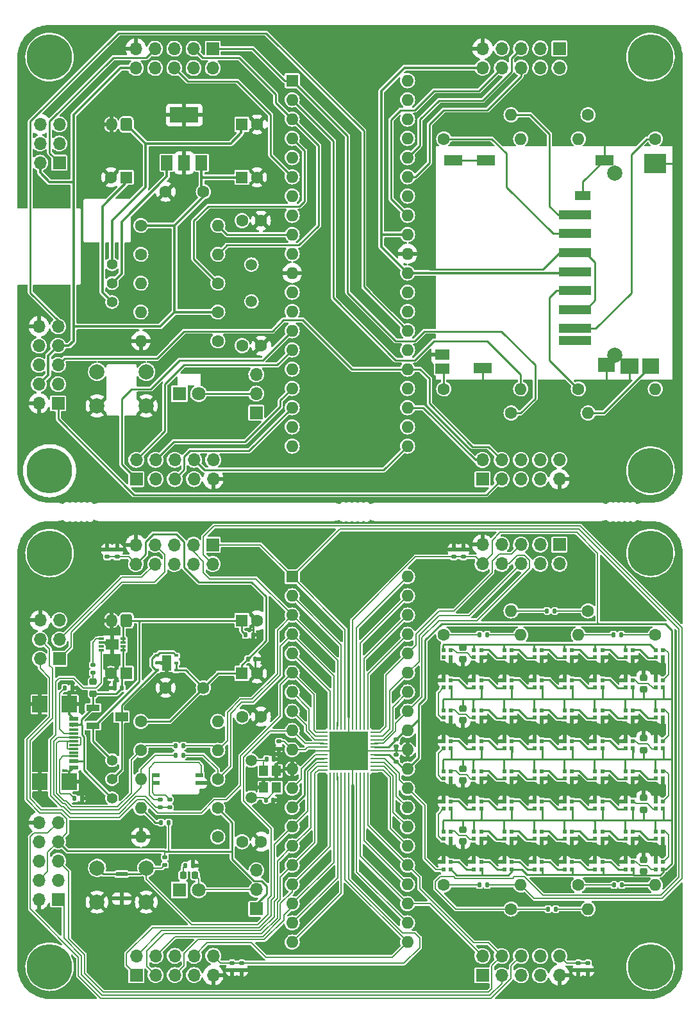
<source format=gbr>
%TF.GenerationSoftware,KiCad,Pcbnew,(6.0.9)*%
%TF.CreationDate,2023-01-08T00:55:17+00:00*%
%TF.ProjectId,il-flatto,696c2d66-6c61-4747-946f-2e6b69636164,rev?*%
%TF.SameCoordinates,Original*%
%TF.FileFunction,Copper,L1,Top*%
%TF.FilePolarity,Positive*%
%FSLAX46Y46*%
G04 Gerber Fmt 4.6, Leading zero omitted, Abs format (unit mm)*
G04 Created by KiCad (PCBNEW (6.0.9)) date 2023-01-08 00:55:17*
%MOMM*%
%LPD*%
G01*
G04 APERTURE LIST*
G04 Aperture macros list*
%AMRoundRect*
0 Rectangle with rounded corners*
0 $1 Rounding radius*
0 $2 $3 $4 $5 $6 $7 $8 $9 X,Y pos of 4 corners*
0 Add a 4 corners polygon primitive as box body*
4,1,4,$2,$3,$4,$5,$6,$7,$8,$9,$2,$3,0*
0 Add four circle primitives for the rounded corners*
1,1,$1+$1,$2,$3*
1,1,$1+$1,$4,$5*
1,1,$1+$1,$6,$7*
1,1,$1+$1,$8,$9*
0 Add four rect primitives between the rounded corners*
20,1,$1+$1,$2,$3,$4,$5,0*
20,1,$1+$1,$4,$5,$6,$7,0*
20,1,$1+$1,$6,$7,$8,$9,0*
20,1,$1+$1,$8,$9,$2,$3,0*%
G04 Aperture macros list end*
%TA.AperFunction,SMDPad,CuDef*%
%ADD10R,0.550000X0.550000*%
%TD*%
%TA.AperFunction,ComponentPad*%
%ADD11C,1.600000*%
%TD*%
%TA.AperFunction,ComponentPad*%
%ADD12O,1.600000X1.600000*%
%TD*%
%TA.AperFunction,SMDPad,CuDef*%
%ADD13RoundRect,0.135000X-0.135000X-0.185000X0.135000X-0.185000X0.135000X0.185000X-0.135000X0.185000X0*%
%TD*%
%TA.AperFunction,ComponentPad*%
%ADD14C,6.000000*%
%TD*%
%TA.AperFunction,SMDPad,CuDef*%
%ADD15RoundRect,0.225000X0.250000X-0.225000X0.250000X0.225000X-0.250000X0.225000X-0.250000X-0.225000X0*%
%TD*%
%TA.AperFunction,ComponentPad*%
%ADD16R,1.600000X1.600000*%
%TD*%
%TA.AperFunction,SMDPad,CuDef*%
%ADD17RoundRect,0.140000X-0.170000X0.140000X-0.170000X-0.140000X0.170000X-0.140000X0.170000X0.140000X0*%
%TD*%
%TA.AperFunction,ComponentPad*%
%ADD18O,1.700000X1.700000*%
%TD*%
%TA.AperFunction,ComponentPad*%
%ADD19R,1.700000X1.700000*%
%TD*%
%TA.AperFunction,ComponentPad*%
%ADD20C,1.500000*%
%TD*%
%TA.AperFunction,SMDPad,CuDef*%
%ADD21RoundRect,0.140000X0.140000X0.170000X-0.140000X0.170000X-0.140000X-0.170000X0.140000X-0.170000X0*%
%TD*%
%TA.AperFunction,SMDPad,CuDef*%
%ADD22R,0.609600X0.406400*%
%TD*%
%TA.AperFunction,SMDPad,CuDef*%
%ADD23R,1.193800X2.006600*%
%TD*%
%TA.AperFunction,SMDPad,CuDef*%
%ADD24RoundRect,0.135000X0.135000X0.185000X-0.135000X0.185000X-0.135000X-0.185000X0.135000X-0.185000X0*%
%TD*%
%TA.AperFunction,SMDPad,CuDef*%
%ADD25RoundRect,0.225000X-0.250000X0.225000X-0.250000X-0.225000X0.250000X-0.225000X0.250000X0.225000X0*%
%TD*%
%TA.AperFunction,SMDPad,CuDef*%
%ADD26R,1.150000X0.600000*%
%TD*%
%TA.AperFunction,SMDPad,CuDef*%
%ADD27R,1.150000X0.300000*%
%TD*%
%TA.AperFunction,SMDPad,CuDef*%
%ADD28R,2.000000X2.180000*%
%TD*%
%TA.AperFunction,SMDPad,CuDef*%
%ADD29RoundRect,0.140000X0.170000X-0.140000X0.170000X0.140000X-0.170000X0.140000X-0.170000X-0.140000X0*%
%TD*%
%TA.AperFunction,SMDPad,CuDef*%
%ADD30RoundRect,0.062500X-0.475000X-0.062500X0.475000X-0.062500X0.475000X0.062500X-0.475000X0.062500X0*%
%TD*%
%TA.AperFunction,SMDPad,CuDef*%
%ADD31RoundRect,0.062500X-0.062500X-0.475000X0.062500X-0.475000X0.062500X0.475000X-0.062500X0.475000X0*%
%TD*%
%TA.AperFunction,SMDPad,CuDef*%
%ADD32R,5.200000X5.200000*%
%TD*%
%TA.AperFunction,SMDPad,CuDef*%
%ADD33R,1.500000X0.550000*%
%TD*%
%TA.AperFunction,ComponentPad*%
%ADD34C,1.397000*%
%TD*%
%TA.AperFunction,SMDPad,CuDef*%
%ADD35RoundRect,0.135000X0.185000X-0.135000X0.185000X0.135000X-0.185000X0.135000X-0.185000X-0.135000X0*%
%TD*%
%TA.AperFunction,ComponentPad*%
%ADD36C,2.000000*%
%TD*%
%TA.AperFunction,SMDPad,CuDef*%
%ADD37R,1.016000X0.508000*%
%TD*%
%TA.AperFunction,SMDPad,CuDef*%
%ADD38R,0.750000X0.300000*%
%TD*%
%TA.AperFunction,SMDPad,CuDef*%
%ADD39R,1.750000X1.450000*%
%TD*%
%TA.AperFunction,SMDPad,CuDef*%
%ADD40R,2.400000X1.400000*%
%TD*%
%TA.AperFunction,SMDPad,CuDef*%
%ADD41R,2.400000X2.100000*%
%TD*%
%TA.AperFunction,SMDPad,CuDef*%
%ADD42R,2.900000X2.600000*%
%TD*%
%TA.AperFunction,SMDPad,CuDef*%
%ADD43R,1.950000X1.400000*%
%TD*%
%TA.AperFunction,SMDPad,CuDef*%
%ADD44R,2.200000X1.850000*%
%TD*%
%TA.AperFunction,SMDPad,CuDef*%
%ADD45R,2.200000X2.100000*%
%TD*%
%TA.AperFunction,SMDPad,CuDef*%
%ADD46R,1.950000X1.450000*%
%TD*%
%TA.AperFunction,SMDPad,CuDef*%
%ADD47R,4.300000X1.200000*%
%TD*%
%TA.AperFunction,SMDPad,CuDef*%
%ADD48R,2.000000X1.200000*%
%TD*%
%TA.AperFunction,WasherPad*%
%ADD49C,2.000000*%
%TD*%
%TA.AperFunction,ComponentPad*%
%ADD50C,1.800000*%
%TD*%
%TA.AperFunction,ComponentPad*%
%ADD51R,1.800000X1.800000*%
%TD*%
%TA.AperFunction,SMDPad,CuDef*%
%ADD52RoundRect,0.140000X-0.140000X-0.170000X0.140000X-0.170000X0.140000X0.170000X-0.140000X0.170000X0*%
%TD*%
%TA.AperFunction,SMDPad,CuDef*%
%ADD53R,1.500000X2.000000*%
%TD*%
%TA.AperFunction,SMDPad,CuDef*%
%ADD54R,3.800000X2.000000*%
%TD*%
%TA.AperFunction,SMDPad,CuDef*%
%ADD55RoundRect,0.218750X-0.256250X0.218750X-0.256250X-0.218750X0.256250X-0.218750X0.256250X0.218750X0*%
%TD*%
%TA.AperFunction,ComponentPad*%
%ADD56O,1.500000X1.750000*%
%TD*%
%TA.AperFunction,ComponentPad*%
%ADD57RoundRect,0.312500X0.437500X0.562500X-0.437500X0.562500X-0.437500X-0.562500X0.437500X-0.562500X0*%
%TD*%
%TA.AperFunction,SMDPad,CuDef*%
%ADD58R,1.200000X1.400000*%
%TD*%
%TA.AperFunction,SMDPad,CuDef*%
%ADD59RoundRect,0.218750X-0.218750X-0.256250X0.218750X-0.256250X0.218750X0.256250X-0.218750X0.256250X0*%
%TD*%
%TA.AperFunction,SMDPad,CuDef*%
%ADD60R,1.752600X0.812800*%
%TD*%
%TA.AperFunction,SMDPad,CuDef*%
%ADD61R,1.752600X1.193800*%
%TD*%
%TA.AperFunction,SMDPad,CuDef*%
%ADD62RoundRect,0.135000X-0.185000X0.135000X-0.185000X-0.135000X0.185000X-0.135000X0.185000X0.135000X0*%
%TD*%
%TA.AperFunction,Conductor*%
%ADD63C,0.200000*%
%TD*%
%TA.AperFunction,Conductor*%
%ADD64C,0.254000*%
%TD*%
%TA.AperFunction,Conductor*%
%ADD65C,0.355600*%
%TD*%
G04 APERTURE END LIST*
D10*
%TO.P,D263,1,DOUT*%
%TO.N,/internals/Row8/DOUT*%
X215257000Y-113425000D03*
%TO.P,D263,2,VDD*%
%TO.N,VDD*%
X215257000Y-112475000D03*
%TO.P,D263,3,DIN*%
%TO.N,Net-(D262-Pad1)*%
X216207000Y-112475000D03*
%TO.P,D263,4,VSS*%
%TO.N,GND*%
X216207000Y-113425000D03*
%TD*%
%TO.P,D262,4,VSS*%
%TO.N,GND*%
X220207000Y-113425000D03*
%TO.P,D262,3,DIN*%
%TO.N,Net-(D261-Pad1)*%
X220207000Y-112475000D03*
%TO.P,D262,2,VDD*%
%TO.N,VDD*%
X219257000Y-112475000D03*
%TO.P,D262,1,DOUT*%
%TO.N,Net-(D262-Pad1)*%
X219257000Y-113425000D03*
%TD*%
%TO.P,D261,4,VSS*%
%TO.N,GND*%
X224207000Y-113425000D03*
%TO.P,D261,3,DIN*%
%TO.N,Net-(D260-Pad1)*%
X224207000Y-112475000D03*
%TO.P,D261,2,VDD*%
%TO.N,VDD*%
X223257000Y-112475000D03*
%TO.P,D261,1,DOUT*%
%TO.N,Net-(D261-Pad1)*%
X223257000Y-113425000D03*
%TD*%
%TO.P,D260,1,DOUT*%
%TO.N,Net-(D260-Pad1)*%
X227257000Y-113425000D03*
%TO.P,D260,2,VDD*%
%TO.N,VDD*%
X227257000Y-112475000D03*
%TO.P,D260,3,DIN*%
%TO.N,Net-(D259-Pad1)*%
X228207000Y-112475000D03*
%TO.P,D260,4,VSS*%
%TO.N,GND*%
X228207000Y-113425000D03*
%TD*%
%TO.P,D259,1,DOUT*%
%TO.N,Net-(D259-Pad1)*%
X231257000Y-113425000D03*
%TO.P,D259,2,VDD*%
%TO.N,VDD*%
X231257000Y-112475000D03*
%TO.P,D259,3,DIN*%
%TO.N,Net-(D258-Pad1)*%
X232207000Y-112475000D03*
%TO.P,D259,4,VSS*%
%TO.N,GND*%
X232207000Y-113425000D03*
%TD*%
%TO.P,D258,1,DOUT*%
%TO.N,Net-(D258-Pad1)*%
X235257000Y-113425000D03*
%TO.P,D258,2,VDD*%
%TO.N,VDD*%
X235257000Y-112475000D03*
%TO.P,D258,3,DIN*%
%TO.N,Net-(D257-Pad1)*%
X236207000Y-112475000D03*
%TO.P,D258,4,VSS*%
%TO.N,GND*%
X236207000Y-113425000D03*
%TD*%
%TO.P,D257,1,DOUT*%
%TO.N,Net-(D257-Pad1)*%
X239257000Y-113425000D03*
%TO.P,D257,2,VDD*%
%TO.N,VDD*%
X239257000Y-112475000D03*
%TO.P,D257,3,DIN*%
%TO.N,Net-(D256-Pad1)*%
X240207000Y-112475000D03*
%TO.P,D257,4,VSS*%
%TO.N,GND*%
X240207000Y-113425000D03*
%TD*%
%TO.P,D256,1,DOUT*%
%TO.N,Net-(D256-Pad1)*%
X243257000Y-113425000D03*
%TO.P,D256,2,VDD*%
%TO.N,VDD*%
X243257000Y-112475000D03*
%TO.P,D256,3,DIN*%
%TO.N,/internals/Row7/DOUT*%
X244207000Y-112475000D03*
%TO.P,D256,4,VSS*%
%TO.N,GND*%
X244207000Y-113425000D03*
%TD*%
%TO.P,D255,4,VSS*%
%TO.N,GND*%
X243242614Y-116482082D03*
%TO.P,D255,3,DIN*%
%TO.N,Net-(D254-Pad1)*%
X243242614Y-117432082D03*
%TO.P,D255,2,VDD*%
%TO.N,VDD*%
X244192614Y-117432082D03*
%TO.P,D255,1,DOUT*%
%TO.N,/internals/Row7/DOUT*%
X244192614Y-116482082D03*
%TD*%
%TO.P,D254,1,DOUT*%
%TO.N,Net-(D254-Pad1)*%
X240192614Y-116482082D03*
%TO.P,D254,2,VDD*%
%TO.N,VDD*%
X240192614Y-117432082D03*
%TO.P,D254,3,DIN*%
%TO.N,Net-(D253-Pad1)*%
X239242614Y-117432082D03*
%TO.P,D254,4,VSS*%
%TO.N,GND*%
X239242614Y-116482082D03*
%TD*%
%TO.P,D253,1,DOUT*%
%TO.N,Net-(D253-Pad1)*%
X236192614Y-116482082D03*
%TO.P,D253,2,VDD*%
%TO.N,VDD*%
X236192614Y-117432082D03*
%TO.P,D253,3,DIN*%
%TO.N,Net-(D252-Pad1)*%
X235242614Y-117432082D03*
%TO.P,D253,4,VSS*%
%TO.N,GND*%
X235242614Y-116482082D03*
%TD*%
%TO.P,D252,1,DOUT*%
%TO.N,Net-(D252-Pad1)*%
X232192614Y-116482082D03*
%TO.P,D252,2,VDD*%
%TO.N,VDD*%
X232192614Y-117432082D03*
%TO.P,D252,3,DIN*%
%TO.N,Net-(D251-Pad1)*%
X231242614Y-117432082D03*
%TO.P,D252,4,VSS*%
%TO.N,GND*%
X231242614Y-116482082D03*
%TD*%
%TO.P,D251,1,DOUT*%
%TO.N,Net-(D251-Pad1)*%
X228192614Y-116482082D03*
%TO.P,D251,2,VDD*%
%TO.N,VDD*%
X228192614Y-117432082D03*
%TO.P,D251,3,DIN*%
%TO.N,Net-(D250-Pad1)*%
X227242614Y-117432082D03*
%TO.P,D251,4,VSS*%
%TO.N,GND*%
X227242614Y-116482082D03*
%TD*%
%TO.P,D250,4,VSS*%
%TO.N,GND*%
X223242614Y-116482082D03*
%TO.P,D250,3,DIN*%
%TO.N,Net-(D249-Pad1)*%
X223242614Y-117432082D03*
%TO.P,D250,2,VDD*%
%TO.N,VDD*%
X224192614Y-117432082D03*
%TO.P,D250,1,DOUT*%
%TO.N,Net-(D250-Pad1)*%
X224192614Y-116482082D03*
%TD*%
%TO.P,D249,4,VSS*%
%TO.N,GND*%
X219242614Y-116482082D03*
%TO.P,D249,3,DIN*%
%TO.N,Net-(D248-Pad1)*%
X219242614Y-117432082D03*
%TO.P,D249,2,VDD*%
%TO.N,VDD*%
X220192614Y-117432082D03*
%TO.P,D249,1,DOUT*%
%TO.N,Net-(D249-Pad1)*%
X220192614Y-116482082D03*
%TD*%
%TO.P,D248,1,DOUT*%
%TO.N,Net-(D248-Pad1)*%
X216192614Y-116482082D03*
%TO.P,D248,2,VDD*%
%TO.N,VDD*%
X216192614Y-117432082D03*
%TO.P,D248,3,DIN*%
%TO.N,/internals/Row6/DOUT*%
X215242614Y-117432082D03*
%TO.P,D248,4,VSS*%
%TO.N,GND*%
X215242614Y-116482082D03*
%TD*%
%TO.P,D247,1,DOUT*%
%TO.N,/internals/Row6/DOUT*%
X215244457Y-121429189D03*
%TO.P,D247,2,VDD*%
%TO.N,VDD*%
X215244457Y-120479189D03*
%TO.P,D247,3,DIN*%
%TO.N,Net-(D246-Pad1)*%
X216194457Y-120479189D03*
%TO.P,D247,4,VSS*%
%TO.N,GND*%
X216194457Y-121429189D03*
%TD*%
%TO.P,D246,4,VSS*%
%TO.N,GND*%
X220194457Y-121429189D03*
%TO.P,D246,3,DIN*%
%TO.N,Net-(D245-Pad1)*%
X220194457Y-120479189D03*
%TO.P,D246,2,VDD*%
%TO.N,VDD*%
X219244457Y-120479189D03*
%TO.P,D246,1,DOUT*%
%TO.N,Net-(D246-Pad1)*%
X219244457Y-121429189D03*
%TD*%
%TO.P,D245,4,VSS*%
%TO.N,GND*%
X224194457Y-121429189D03*
%TO.P,D245,3,DIN*%
%TO.N,Net-(D244-Pad1)*%
X224194457Y-120479189D03*
%TO.P,D245,2,VDD*%
%TO.N,VDD*%
X223244457Y-120479189D03*
%TO.P,D245,1,DOUT*%
%TO.N,Net-(D245-Pad1)*%
X223244457Y-121429189D03*
%TD*%
%TO.P,D244,1,DOUT*%
%TO.N,Net-(D244-Pad1)*%
X227244457Y-121429189D03*
%TO.P,D244,2,VDD*%
%TO.N,VDD*%
X227244457Y-120479189D03*
%TO.P,D244,3,DIN*%
%TO.N,Net-(D243-Pad1)*%
X228194457Y-120479189D03*
%TO.P,D244,4,VSS*%
%TO.N,GND*%
X228194457Y-121429189D03*
%TD*%
%TO.P,D243,1,DOUT*%
%TO.N,Net-(D243-Pad1)*%
X231244457Y-121429189D03*
%TO.P,D243,2,VDD*%
%TO.N,VDD*%
X231244457Y-120479189D03*
%TO.P,D243,3,DIN*%
%TO.N,Net-(D242-Pad1)*%
X232194457Y-120479189D03*
%TO.P,D243,4,VSS*%
%TO.N,GND*%
X232194457Y-121429189D03*
%TD*%
%TO.P,D242,1,DOUT*%
%TO.N,Net-(D242-Pad1)*%
X235244457Y-121429189D03*
%TO.P,D242,2,VDD*%
%TO.N,VDD*%
X235244457Y-120479189D03*
%TO.P,D242,3,DIN*%
%TO.N,Net-(D241-Pad1)*%
X236194457Y-120479189D03*
%TO.P,D242,4,VSS*%
%TO.N,GND*%
X236194457Y-121429189D03*
%TD*%
%TO.P,D241,1,DOUT*%
%TO.N,Net-(D241-Pad1)*%
X239244457Y-121429189D03*
%TO.P,D241,2,VDD*%
%TO.N,VDD*%
X239244457Y-120479189D03*
%TO.P,D241,3,DIN*%
%TO.N,Net-(D240-Pad1)*%
X240194457Y-120479189D03*
%TO.P,D241,4,VSS*%
%TO.N,GND*%
X240194457Y-121429189D03*
%TD*%
%TO.P,D240,1,DOUT*%
%TO.N,Net-(D240-Pad1)*%
X243244457Y-121429189D03*
%TO.P,D240,2,VDD*%
%TO.N,VDD*%
X243244457Y-120479189D03*
%TO.P,D240,3,DIN*%
%TO.N,/internals/Row5/DOUT*%
X244194457Y-120479189D03*
%TO.P,D240,4,VSS*%
%TO.N,GND*%
X244194457Y-121429189D03*
%TD*%
%TO.P,D239,1,DOUT*%
%TO.N,/internals/Row5/DOUT*%
X244193014Y-124492419D03*
%TO.P,D239,2,VDD*%
%TO.N,VDD*%
X244193014Y-125442419D03*
%TO.P,D239,3,DIN*%
%TO.N,Net-(D238-Pad1)*%
X243243014Y-125442419D03*
%TO.P,D239,4,VSS*%
%TO.N,GND*%
X243243014Y-124492419D03*
%TD*%
%TO.P,D238,1,DOUT*%
%TO.N,Net-(D238-Pad1)*%
X240193014Y-124492419D03*
%TO.P,D238,2,VDD*%
%TO.N,VDD*%
X240193014Y-125442419D03*
%TO.P,D238,3,DIN*%
%TO.N,Net-(D237-Pad1)*%
X239243014Y-125442419D03*
%TO.P,D238,4,VSS*%
%TO.N,GND*%
X239243014Y-124492419D03*
%TD*%
%TO.P,D237,1,DOUT*%
%TO.N,Net-(D237-Pad1)*%
X236193014Y-124492419D03*
%TO.P,D237,2,VDD*%
%TO.N,VDD*%
X236193014Y-125442419D03*
%TO.P,D237,3,DIN*%
%TO.N,Net-(D236-Pad1)*%
X235243014Y-125442419D03*
%TO.P,D237,4,VSS*%
%TO.N,GND*%
X235243014Y-124492419D03*
%TD*%
%TO.P,D236,1,DOUT*%
%TO.N,Net-(D236-Pad1)*%
X232193014Y-124492419D03*
%TO.P,D236,2,VDD*%
%TO.N,VDD*%
X232193014Y-125442419D03*
%TO.P,D236,3,DIN*%
%TO.N,Net-(D235-Pad1)*%
X231243014Y-125442419D03*
%TO.P,D236,4,VSS*%
%TO.N,GND*%
X231243014Y-124492419D03*
%TD*%
%TO.P,D235,1,DOUT*%
%TO.N,Net-(D235-Pad1)*%
X228193014Y-124492419D03*
%TO.P,D235,2,VDD*%
%TO.N,VDD*%
X228193014Y-125442419D03*
%TO.P,D235,3,DIN*%
%TO.N,Net-(D234-Pad1)*%
X227243014Y-125442419D03*
%TO.P,D235,4,VSS*%
%TO.N,GND*%
X227243014Y-124492419D03*
%TD*%
%TO.P,D234,4,VSS*%
%TO.N,GND*%
X223243014Y-124492419D03*
%TO.P,D234,3,DIN*%
%TO.N,Net-(D233-Pad1)*%
X223243014Y-125442419D03*
%TO.P,D234,2,VDD*%
%TO.N,VDD*%
X224193014Y-125442419D03*
%TO.P,D234,1,DOUT*%
%TO.N,Net-(D234-Pad1)*%
X224193014Y-124492419D03*
%TD*%
%TO.P,D233,4,VSS*%
%TO.N,GND*%
X219243014Y-124492419D03*
%TO.P,D233,3,DIN*%
%TO.N,Net-(D232-Pad1)*%
X219243014Y-125442419D03*
%TO.P,D233,2,VDD*%
%TO.N,VDD*%
X220193014Y-125442419D03*
%TO.P,D233,1,DOUT*%
%TO.N,Net-(D233-Pad1)*%
X220193014Y-124492419D03*
%TD*%
%TO.P,D232,1,DOUT*%
%TO.N,Net-(D232-Pad1)*%
X216193014Y-124492419D03*
%TO.P,D232,2,VDD*%
%TO.N,VDD*%
X216193014Y-125442419D03*
%TO.P,D232,3,DIN*%
%TO.N,/internals/Row4/DOUT*%
X215243014Y-125442419D03*
%TO.P,D232,4,VSS*%
%TO.N,GND*%
X215243014Y-124492419D03*
%TD*%
%TO.P,D231,1,DOUT*%
%TO.N,/internals/Row4/DOUT*%
X215247391Y-129428490D03*
%TO.P,D231,2,VDD*%
%TO.N,VDD*%
X215247391Y-128478490D03*
%TO.P,D231,3,DIN*%
%TO.N,Net-(D230-Pad1)*%
X216197391Y-128478490D03*
%TO.P,D231,4,VSS*%
%TO.N,GND*%
X216197391Y-129428490D03*
%TD*%
%TO.P,D230,4,VSS*%
%TO.N,GND*%
X220197391Y-129428490D03*
%TO.P,D230,3,DIN*%
%TO.N,Net-(D229-Pad1)*%
X220197391Y-128478490D03*
%TO.P,D230,2,VDD*%
%TO.N,VDD*%
X219247391Y-128478490D03*
%TO.P,D230,1,DOUT*%
%TO.N,Net-(D230-Pad1)*%
X219247391Y-129428490D03*
%TD*%
%TO.P,D229,4,VSS*%
%TO.N,GND*%
X224197391Y-129428490D03*
%TO.P,D229,3,DIN*%
%TO.N,Net-(D228-Pad1)*%
X224197391Y-128478490D03*
%TO.P,D229,2,VDD*%
%TO.N,VDD*%
X223247391Y-128478490D03*
%TO.P,D229,1,DOUT*%
%TO.N,Net-(D229-Pad1)*%
X223247391Y-129428490D03*
%TD*%
%TO.P,D228,1,DOUT*%
%TO.N,Net-(D228-Pad1)*%
X227247391Y-129428490D03*
%TO.P,D228,2,VDD*%
%TO.N,VDD*%
X227247391Y-128478490D03*
%TO.P,D228,3,DIN*%
%TO.N,Net-(D227-Pad1)*%
X228197391Y-128478490D03*
%TO.P,D228,4,VSS*%
%TO.N,GND*%
X228197391Y-129428490D03*
%TD*%
%TO.P,D227,1,DOUT*%
%TO.N,Net-(D227-Pad1)*%
X231247391Y-129428490D03*
%TO.P,D227,2,VDD*%
%TO.N,VDD*%
X231247391Y-128478490D03*
%TO.P,D227,3,DIN*%
%TO.N,Net-(D226-Pad1)*%
X232197391Y-128478490D03*
%TO.P,D227,4,VSS*%
%TO.N,GND*%
X232197391Y-129428490D03*
%TD*%
%TO.P,D226,1,DOUT*%
%TO.N,Net-(D226-Pad1)*%
X235247391Y-129428490D03*
%TO.P,D226,2,VDD*%
%TO.N,VDD*%
X235247391Y-128478490D03*
%TO.P,D226,3,DIN*%
%TO.N,Net-(D225-Pad1)*%
X236197391Y-128478490D03*
%TO.P,D226,4,VSS*%
%TO.N,GND*%
X236197391Y-129428490D03*
%TD*%
%TO.P,D225,1,DOUT*%
%TO.N,Net-(D225-Pad1)*%
X239247391Y-129428490D03*
%TO.P,D225,2,VDD*%
%TO.N,VDD*%
X239247391Y-128478490D03*
%TO.P,D225,3,DIN*%
%TO.N,Net-(D224-Pad1)*%
X240197391Y-128478490D03*
%TO.P,D225,4,VSS*%
%TO.N,GND*%
X240197391Y-129428490D03*
%TD*%
%TO.P,D224,1,DOUT*%
%TO.N,Net-(D224-Pad1)*%
X243247391Y-129428490D03*
%TO.P,D224,2,VDD*%
%TO.N,VDD*%
X243247391Y-128478490D03*
%TO.P,D224,3,DIN*%
%TO.N,/internals/Row3/DOUT*%
X244197391Y-128478490D03*
%TO.P,D224,4,VSS*%
%TO.N,GND*%
X244197391Y-129428490D03*
%TD*%
%TO.P,D223,1,DOUT*%
%TO.N,/internals/Row3/DOUT*%
X244194138Y-132486487D03*
%TO.P,D223,2,VDD*%
%TO.N,VDD*%
X244194138Y-133436487D03*
%TO.P,D223,3,DIN*%
%TO.N,Net-(D222-Pad1)*%
X243244138Y-133436487D03*
%TO.P,D223,4,VSS*%
%TO.N,GND*%
X243244138Y-132486487D03*
%TD*%
%TO.P,D222,1,DOUT*%
%TO.N,Net-(D222-Pad1)*%
X240194138Y-132486487D03*
%TO.P,D222,2,VDD*%
%TO.N,VDD*%
X240194138Y-133436487D03*
%TO.P,D222,3,DIN*%
%TO.N,Net-(D221-Pad1)*%
X239244138Y-133436487D03*
%TO.P,D222,4,VSS*%
%TO.N,GND*%
X239244138Y-132486487D03*
%TD*%
%TO.P,D221,1,DOUT*%
%TO.N,Net-(D221-Pad1)*%
X236194138Y-132486487D03*
%TO.P,D221,2,VDD*%
%TO.N,VDD*%
X236194138Y-133436487D03*
%TO.P,D221,3,DIN*%
%TO.N,Net-(D220-Pad1)*%
X235244138Y-133436487D03*
%TO.P,D221,4,VSS*%
%TO.N,GND*%
X235244138Y-132486487D03*
%TD*%
%TO.P,D220,1,DOUT*%
%TO.N,Net-(D220-Pad1)*%
X232194138Y-132486487D03*
%TO.P,D220,2,VDD*%
%TO.N,VDD*%
X232194138Y-133436487D03*
%TO.P,D220,3,DIN*%
%TO.N,Net-(D219-Pad1)*%
X231244138Y-133436487D03*
%TO.P,D220,4,VSS*%
%TO.N,GND*%
X231244138Y-132486487D03*
%TD*%
%TO.P,D219,1,DOUT*%
%TO.N,Net-(D219-Pad1)*%
X228194138Y-132486487D03*
%TO.P,D219,2,VDD*%
%TO.N,VDD*%
X228194138Y-133436487D03*
%TO.P,D219,3,DIN*%
%TO.N,Net-(D218-Pad1)*%
X227244138Y-133436487D03*
%TO.P,D219,4,VSS*%
%TO.N,GND*%
X227244138Y-132486487D03*
%TD*%
%TO.P,D218,4,VSS*%
%TO.N,GND*%
X223244138Y-132486487D03*
%TO.P,D218,3,DIN*%
%TO.N,Net-(D217-Pad1)*%
X223244138Y-133436487D03*
%TO.P,D218,2,VDD*%
%TO.N,VDD*%
X224194138Y-133436487D03*
%TO.P,D218,1,DOUT*%
%TO.N,Net-(D218-Pad1)*%
X224194138Y-132486487D03*
%TD*%
%TO.P,D217,4,VSS*%
%TO.N,GND*%
X219244138Y-132486487D03*
%TO.P,D217,3,DIN*%
%TO.N,Net-(D216-Pad1)*%
X219244138Y-133436487D03*
%TO.P,D217,2,VDD*%
%TO.N,VDD*%
X220194138Y-133436487D03*
%TO.P,D217,1,DOUT*%
%TO.N,Net-(D217-Pad1)*%
X220194138Y-132486487D03*
%TD*%
%TO.P,D216,1,DOUT*%
%TO.N,Net-(D216-Pad1)*%
X216194138Y-132486487D03*
%TO.P,D216,2,VDD*%
%TO.N,VDD*%
X216194138Y-133436487D03*
%TO.P,D216,3,DIN*%
%TO.N,/internals/Row2/DOUT*%
X215244138Y-133436487D03*
%TO.P,D216,4,VSS*%
%TO.N,GND*%
X215244138Y-132486487D03*
%TD*%
%TO.P,D215,1,DOUT*%
%TO.N,/internals/Row2/DOUT*%
X215253391Y-137432490D03*
%TO.P,D215,2,VDD*%
%TO.N,VDD*%
X215253391Y-136482490D03*
%TO.P,D215,3,DIN*%
%TO.N,Net-(D214-Pad1)*%
X216203391Y-136482490D03*
%TO.P,D215,4,VSS*%
%TO.N,GND*%
X216203391Y-137432490D03*
%TD*%
%TO.P,D214,4,VSS*%
%TO.N,GND*%
X220203391Y-137432490D03*
%TO.P,D214,3,DIN*%
%TO.N,Net-(D213-Pad1)*%
X220203391Y-136482490D03*
%TO.P,D214,2,VDD*%
%TO.N,VDD*%
X219253391Y-136482490D03*
%TO.P,D214,1,DOUT*%
%TO.N,Net-(D214-Pad1)*%
X219253391Y-137432490D03*
%TD*%
%TO.P,D213,4,VSS*%
%TO.N,GND*%
X224203391Y-137432490D03*
%TO.P,D213,3,DIN*%
%TO.N,Net-(D212-Pad1)*%
X224203391Y-136482490D03*
%TO.P,D213,2,VDD*%
%TO.N,VDD*%
X223253391Y-136482490D03*
%TO.P,D213,1,DOUT*%
%TO.N,Net-(D213-Pad1)*%
X223253391Y-137432490D03*
%TD*%
%TO.P,D212,1,DOUT*%
%TO.N,Net-(D212-Pad1)*%
X227253391Y-137432490D03*
%TO.P,D212,2,VDD*%
%TO.N,VDD*%
X227253391Y-136482490D03*
%TO.P,D212,3,DIN*%
%TO.N,Net-(D211-Pad1)*%
X228203391Y-136482490D03*
%TO.P,D212,4,VSS*%
%TO.N,GND*%
X228203391Y-137432490D03*
%TD*%
%TO.P,D211,1,DOUT*%
%TO.N,Net-(D211-Pad1)*%
X231253391Y-137432490D03*
%TO.P,D211,2,VDD*%
%TO.N,VDD*%
X231253391Y-136482490D03*
%TO.P,D211,3,DIN*%
%TO.N,Net-(D210-Pad1)*%
X232203391Y-136482490D03*
%TO.P,D211,4,VSS*%
%TO.N,GND*%
X232203391Y-137432490D03*
%TD*%
%TO.P,D210,1,DOUT*%
%TO.N,Net-(D210-Pad1)*%
X235253391Y-137432490D03*
%TO.P,D210,2,VDD*%
%TO.N,VDD*%
X235253391Y-136482490D03*
%TO.P,D210,3,DIN*%
%TO.N,Net-(D209-Pad1)*%
X236203391Y-136482490D03*
%TO.P,D210,4,VSS*%
%TO.N,GND*%
X236203391Y-137432490D03*
%TD*%
%TO.P,D209,1,DOUT*%
%TO.N,Net-(D209-Pad1)*%
X239253391Y-137432490D03*
%TO.P,D209,2,VDD*%
%TO.N,VDD*%
X239253391Y-136482490D03*
%TO.P,D209,3,DIN*%
%TO.N,Net-(D208-Pad1)*%
X240203391Y-136482490D03*
%TO.P,D209,4,VSS*%
%TO.N,GND*%
X240203391Y-137432490D03*
%TD*%
%TO.P,D208,1,DOUT*%
%TO.N,Net-(D208-Pad1)*%
X243253391Y-137432490D03*
%TO.P,D208,2,VDD*%
%TO.N,VDD*%
X243253391Y-136482490D03*
%TO.P,D208,3,DIN*%
%TO.N,/internals/Row1/DOUT*%
X244203391Y-136482490D03*
%TO.P,D208,4,VSS*%
%TO.N,GND*%
X244203391Y-137432490D03*
%TD*%
%TO.P,D207,1,DOUT*%
%TO.N,/internals/Row1/DOUT*%
X244203391Y-140482490D03*
%TO.P,D207,2,VDD*%
%TO.N,VDD*%
X244203391Y-141432490D03*
%TO.P,D207,3,DIN*%
%TO.N,Net-(D206-Pad1)*%
X243253391Y-141432490D03*
%TO.P,D207,4,VSS*%
%TO.N,GND*%
X243253391Y-140482490D03*
%TD*%
%TO.P,D206,1,DOUT*%
%TO.N,Net-(D206-Pad1)*%
X240203391Y-140482490D03*
%TO.P,D206,2,VDD*%
%TO.N,VDD*%
X240203391Y-141432490D03*
%TO.P,D206,3,DIN*%
%TO.N,Net-(D205-Pad1)*%
X239253391Y-141432490D03*
%TO.P,D206,4,VSS*%
%TO.N,GND*%
X239253391Y-140482490D03*
%TD*%
%TO.P,D205,1,DOUT*%
%TO.N,Net-(D205-Pad1)*%
X236203391Y-140482490D03*
%TO.P,D205,2,VDD*%
%TO.N,VDD*%
X236203391Y-141432490D03*
%TO.P,D205,3,DIN*%
%TO.N,Net-(D204-Pad1)*%
X235253391Y-141432490D03*
%TO.P,D205,4,VSS*%
%TO.N,GND*%
X235253391Y-140482490D03*
%TD*%
%TO.P,D204,1,DOUT*%
%TO.N,Net-(D204-Pad1)*%
X232203391Y-140482490D03*
%TO.P,D204,2,VDD*%
%TO.N,VDD*%
X232203391Y-141432490D03*
%TO.P,D204,3,DIN*%
%TO.N,Net-(D203-Pad1)*%
X231253391Y-141432490D03*
%TO.P,D204,4,VSS*%
%TO.N,GND*%
X231253391Y-140482490D03*
%TD*%
%TO.P,D203,1,DOUT*%
%TO.N,Net-(D203-Pad1)*%
X228203391Y-140482490D03*
%TO.P,D203,2,VDD*%
%TO.N,VDD*%
X228203391Y-141432490D03*
%TO.P,D203,3,DIN*%
%TO.N,Net-(D202-Pad1)*%
X227253391Y-141432490D03*
%TO.P,D203,4,VSS*%
%TO.N,GND*%
X227253391Y-140482490D03*
%TD*%
%TO.P,D202,4,VSS*%
%TO.N,GND*%
X223253391Y-140482490D03*
%TO.P,D202,3,DIN*%
%TO.N,Net-(D201-Pad1)*%
X223253391Y-141432490D03*
%TO.P,D202,2,VDD*%
%TO.N,VDD*%
X224203391Y-141432490D03*
%TO.P,D202,1,DOUT*%
%TO.N,Net-(D202-Pad1)*%
X224203391Y-140482490D03*
%TD*%
%TO.P,D201,4,VSS*%
%TO.N,GND*%
X219253391Y-140482490D03*
%TO.P,D201,3,DIN*%
%TO.N,Net-(D200-Pad1)*%
X219253391Y-141432490D03*
%TO.P,D201,2,VDD*%
%TO.N,VDD*%
X220203391Y-141432490D03*
%TO.P,D201,1,DOUT*%
%TO.N,Net-(D201-Pad1)*%
X220203391Y-140482490D03*
%TD*%
%TO.P,D200,1,DOUT*%
%TO.N,Net-(D200-Pad1)*%
X216203391Y-140482490D03*
%TO.P,D200,2,VDD*%
%TO.N,VDD*%
X216203391Y-141432490D03*
%TO.P,D200,3,DIN*%
%TO.N,PC7*%
X215253391Y-141432490D03*
%TO.P,D200,4,VSS*%
%TO.N,GND*%
X215253391Y-140482490D03*
%TD*%
D11*
%TO.P,R1,1*%
%TO.N,USB D+*%
X175260000Y-125730000D03*
D12*
%TO.P,R1,2*%
%TO.N,PB2*%
X185420000Y-125730000D03*
%TD*%
D13*
%TO.P,R110,1*%
%TO.N,PB0*%
X229029800Y-146685000D03*
%TO.P,R110,2*%
%TO.N,Net-(R110-Pad2)*%
X230049800Y-146685000D03*
%TD*%
D14*
%TO.P,REF\u002A\u002A,1*%
%TO.N,N/C*%
X242570000Y-99695000D03*
%TD*%
D15*
%TO.P,C304,1*%
%TO.N,VDD*%
X241668014Y-125700419D03*
%TO.P,C304,2*%
%TO.N,GND*%
X241668014Y-124150419D03*
%TD*%
D11*
%TO.P,C6,2*%
%TO.N,GND*%
X190595000Y-50070000D03*
D16*
%TO.P,C6,1*%
%TO.N,VDD*%
X188595000Y-50070000D03*
%TD*%
D17*
%TO.P,C113,1*%
%TO.N,VDD*%
X187299600Y-153799600D03*
%TO.P,C113,2*%
%TO.N,GND*%
X187299600Y-154759600D03*
%TD*%
D18*
%TO.P,SV1(A)1,10,Pin_10*%
%TO.N,VDD*%
X220380000Y-35605000D03*
%TO.P,SV1(A)1,9,Pin_9*%
%TO.N,GND*%
X220380000Y-33065000D03*
%TO.P,SV1(A)1,8,Pin_8*%
%TO.N,PA7*%
X222920000Y-35605000D03*
%TO.P,SV1(A)1,7,Pin_7*%
%TO.N,PA6*%
X222920000Y-33065000D03*
%TO.P,SV1(A)1,6,Pin_6*%
%TO.N,PA5*%
X225460000Y-35605000D03*
%TO.P,SV1(A)1,5,Pin_5*%
%TO.N,PA4*%
X225460000Y-33065000D03*
%TO.P,SV1(A)1,4,Pin_4*%
%TO.N,PA3*%
X228000000Y-35605000D03*
%TO.P,SV1(A)1,3,Pin_3*%
%TO.N,PA2*%
X228000000Y-33065000D03*
%TO.P,SV1(A)1,2,Pin_2*%
%TO.N,PA1*%
X230540000Y-35605000D03*
D19*
%TO.P,SV1(A)1,1,Pin_1*%
%TO.N,PA0*%
X230540000Y-33065000D03*
%TD*%
D11*
%TO.P,R10,1*%
%TO.N,PB0*%
X224155000Y-146685000D03*
D12*
%TO.P,R10,2*%
%TO.N,Net-(R10-Pad2)*%
X234315000Y-146685000D03*
%TD*%
D13*
%TO.P,R107,1*%
%TO.N,Net-(R107-Pad1)*%
X219962000Y-110464600D03*
%TO.P,R107,2*%
%TO.N,PB5*%
X220982000Y-110464600D03*
%TD*%
D16*
%TO.P,C4,1*%
%TO.N,VBUS*%
X173310113Y-115570000D03*
D11*
%TO.P,C4,2*%
%TO.N,GND*%
X171310113Y-115570000D03*
%TD*%
D20*
%TO.P,Q1,1,1*%
%TO.N,Q1_2*%
X189865000Y-127090000D03*
%TO.P,Q1,2,2*%
%TO.N,Q1_1*%
X189865000Y-131970000D03*
%TD*%
D21*
%TO.P,C102,1*%
%TO.N,GND*%
X192834200Y-126873000D03*
%TO.P,C102,2*%
%TO.N,Q1_2*%
X191874200Y-126873000D03*
%TD*%
D22*
%TO.P,U102,1,VIN*%
%TO.N,LDO_in*%
X177355149Y-113220149D03*
%TO.P,U102,2,GND*%
%TO.N,GND*%
X177355149Y-114170150D03*
%TO.P,U102,3,NC/EN*%
%TO.N,LDO_in*%
X177355149Y-115120151D03*
%TO.P,U102,4,VOUT*%
%TO.N,VDD*%
X179895149Y-115120151D03*
%TO.P,U102,5,SENSE/ADJ*%
X179895149Y-114170150D03*
%TO.P,U102,6,VIN*%
%TO.N,LDO_in*%
X179895149Y-113220149D03*
D23*
%TO.P,U102,7,EPAD*%
%TO.N,GND*%
X178625149Y-114170150D03*
%TD*%
D24*
%TO.P,R101,1*%
%TO.N,PB2*%
X180850000Y-125095000D03*
%TO.P,R101,2*%
%TO.N,USB D+*%
X179830000Y-125095000D03*
%TD*%
D18*
%TO.P,SV3(C)1,10,Pin_10*%
%TO.N,VDD*%
X230535000Y-87395000D03*
%TO.P,SV3(C)1,9,Pin_9*%
%TO.N,GND*%
X230535000Y-89935000D03*
%TO.P,SV3(C)1,8,Pin_8*%
%TO.N,PC7*%
X227995000Y-87395000D03*
%TO.P,SV3(C)1,7,Pin_7*%
%TO.N,PC6*%
X227995000Y-89935000D03*
%TO.P,SV3(C)1,6,Pin_6*%
%TO.N,PC5*%
X225455000Y-87395000D03*
%TO.P,SV3(C)1,5,Pin_5*%
%TO.N,PC4*%
X225455000Y-89935000D03*
%TO.P,SV3(C)1,4,Pin_4*%
%TO.N,PC3*%
X222915000Y-87395000D03*
%TO.P,SV3(C)1,3,Pin_3*%
%TO.N,PC2*%
X222915000Y-89935000D03*
%TO.P,SV3(C)1,2,Pin_2*%
%TO.N,PC1*%
X220375000Y-87395000D03*
D19*
%TO.P,SV3(C)1,1,Pin_1*%
%TO.N,PC0*%
X220375000Y-89935000D03*
%TD*%
D25*
%TO.P,C303,1*%
%TO.N,VDD*%
X217784575Y-128155175D03*
%TO.P,C303,2*%
%TO.N,GND*%
X217784575Y-129705175D03*
%TD*%
D26*
%TO.P,X101,A1/B12,GND*%
%TO.N,GND*%
X166408700Y-121564800D03*
%TO.P,X101,A4/B9,VBUS*%
%TO.N,VBUS*%
X166408700Y-122364800D03*
D27*
%TO.P,X101,A5,CC1*%
%TO.N,Net-(R201-Pad1)*%
X166408700Y-123514800D03*
%TO.P,X101,A6,D+*%
%TO.N,USB D+*%
X166408700Y-124514800D03*
%TO.P,X101,A7,D-*%
%TO.N,USB D-*%
X166408700Y-125014800D03*
%TO.P,X101,A8,SBU1*%
%TO.N,unconnected-(X101-PadA8)*%
X166408700Y-126014800D03*
D26*
%TO.P,X101,B1/A12,GND*%
%TO.N,GND*%
X166408700Y-127964800D03*
%TO.P,X101,B4/A9,VBUS*%
%TO.N,VBUS*%
X166408700Y-127164800D03*
D27*
%TO.P,X101,B5,CC2*%
%TO.N,Net-(R202-Pad1)*%
X166408700Y-126514800D03*
%TO.P,X101,B6,D+*%
%TO.N,USB D+*%
X166408700Y-125514800D03*
%TO.P,X101,B7,D-*%
%TO.N,USB D-*%
X166408700Y-124014800D03*
%TO.P,X101,B8,SBU2*%
%TO.N,unconnected-(X101-PadB8)*%
X166408700Y-123014800D03*
D28*
%TO.P,X101,S1,SHIELD*%
%TO.N,GND*%
X165833700Y-119654800D03*
%TO.P,X101,S2,SHIELD*%
X165833700Y-129874800D03*
%TO.P,X101,S3,SHIELD*%
X161903700Y-119654800D03*
%TO.P,X101,S4,SHIELD*%
X161903700Y-129874800D03*
%TD*%
D11*
%TO.P,R4,1*%
%TO.N,Net-(D1-Pad1)*%
X185420000Y-137160000D03*
D12*
%TO.P,R4,2*%
%TO.N,GND*%
X175260000Y-137160000D03*
%TD*%
D19*
%TO.P,J103,1,Pin_1*%
%TO.N,PB6*%
X164485000Y-113650000D03*
D18*
%TO.P,J103,2,Pin_2*%
%TO.N,VDD*%
X161945000Y-113650000D03*
%TO.P,J103,3,Pin_3*%
%TO.N,PB7*%
X164485000Y-111110000D03*
%TO.P,J103,4,Pin_4*%
%TO.N,PB5*%
X161945000Y-111110000D03*
%TO.P,J103,5,Pin_5*%
%TO.N,n_reset*%
X164485000Y-108570000D03*
%TO.P,J103,6,Pin_6*%
%TO.N,GND*%
X161945000Y-108570000D03*
%TD*%
D24*
%TO.P,R106,1*%
%TO.N,PB4*%
X229922800Y-107315000D03*
%TO.P,R106,2*%
%TO.N,Net-(R106-Pad2)*%
X228902800Y-107315000D03*
%TD*%
D29*
%TO.P,C108,1*%
%TO.N,VDD*%
X170815000Y-100175000D03*
%TO.P,C108,2*%
%TO.N,GND*%
X170815000Y-99215000D03*
%TD*%
D30*
%TO.P,U101,1,PB5*%
%TO.N,PB5*%
X199379900Y-123331600D03*
%TO.P,U101,2,PB6*%
%TO.N,PB6*%
X199379900Y-123831600D03*
%TO.P,U101,3,PB7*%
%TO.N,PB7*%
X199379900Y-124331600D03*
%TO.P,U101,4,~{RESET}*%
%TO.N,n_reset*%
X199379900Y-124831600D03*
%TO.P,U101,5,VCC*%
%TO.N,VDD*%
X199379900Y-125331600D03*
%TO.P,U101,6,GND*%
%TO.N,GND*%
X199379900Y-125831600D03*
%TO.P,U101,7,XTAL2*%
%TO.N,Q1_2*%
X199379900Y-126331600D03*
%TO.P,U101,8,XTAL1*%
%TO.N,Q1_1*%
X199379900Y-126831600D03*
%TO.P,U101,9,PD0*%
%TO.N,PD0*%
X199379900Y-127331600D03*
%TO.P,U101,10,PD1*%
%TO.N,PD1*%
X199379900Y-127831600D03*
%TO.P,U101,11,PD2*%
%TO.N,PD2*%
X199379900Y-128331600D03*
D31*
%TO.P,U101,12,PD3*%
%TO.N,PD3*%
X200217400Y-129169100D03*
%TO.P,U101,13,PD4*%
%TO.N,PD4*%
X200717400Y-129169100D03*
%TO.P,U101,14,PD5*%
%TO.N,PD5*%
X201217400Y-129169100D03*
%TO.P,U101,15,PD6*%
%TO.N,PD6*%
X201717400Y-129169100D03*
%TO.P,U101,16,PD7*%
%TO.N,PD7*%
X202217400Y-129169100D03*
%TO.P,U101,17,VCC*%
%TO.N,VDD*%
X202717400Y-129169100D03*
%TO.P,U101,18,GND*%
%TO.N,GND*%
X203217400Y-129169100D03*
%TO.P,U101,19,PC0*%
%TO.N,PC0*%
X203717400Y-129169100D03*
%TO.P,U101,20,PC1*%
%TO.N,PC1*%
X204217400Y-129169100D03*
%TO.P,U101,21,PC2*%
%TO.N,PC2*%
X204717400Y-129169100D03*
%TO.P,U101,22,PC3*%
%TO.N,PC3*%
X205217400Y-129169100D03*
D30*
%TO.P,U101,23,PC4*%
%TO.N,PC4*%
X206054900Y-128331600D03*
%TO.P,U101,24,PC5*%
%TO.N,PC5*%
X206054900Y-127831600D03*
%TO.P,U101,25,PC6*%
%TO.N,PC6*%
X206054900Y-127331600D03*
%TO.P,U101,26,PC7*%
%TO.N,PC7*%
X206054900Y-126831600D03*
%TO.P,U101,27,AVCC*%
%TO.N,VDD*%
X206054900Y-126331600D03*
%TO.P,U101,28,GND*%
%TO.N,GND*%
X206054900Y-125831600D03*
%TO.P,U101,29,AREF*%
%TO.N,VDD*%
X206054900Y-125331600D03*
%TO.P,U101,30,PA7*%
%TO.N,PA7*%
X206054900Y-124831600D03*
%TO.P,U101,31,PA6*%
%TO.N,PA6*%
X206054900Y-124331600D03*
%TO.P,U101,32,PA5*%
%TO.N,PA5*%
X206054900Y-123831600D03*
%TO.P,U101,33,PA4*%
%TO.N,PA4*%
X206054900Y-123331600D03*
D31*
%TO.P,U101,34,PA3*%
%TO.N,PA3*%
X205217400Y-122494100D03*
%TO.P,U101,35,PA2*%
%TO.N,PA2*%
X204717400Y-122494100D03*
%TO.P,U101,36,PA1*%
%TO.N,PA1*%
X204217400Y-122494100D03*
%TO.P,U101,37,PA0*%
%TO.N,PA0*%
X203717400Y-122494100D03*
%TO.P,U101,38,VCC*%
%TO.N,VDD*%
X203217400Y-122494100D03*
%TO.P,U101,39,GND*%
%TO.N,GND*%
X202717400Y-122494100D03*
%TO.P,U101,40,PB0*%
%TO.N,PB0*%
X202217400Y-122494100D03*
%TO.P,U101,41,PB1*%
%TO.N,PB1*%
X201717400Y-122494100D03*
%TO.P,U101,42,PB2*%
%TO.N,PB2*%
X201217400Y-122494100D03*
%TO.P,U101,43,PB3*%
%TO.N,PB3*%
X200717400Y-122494100D03*
%TO.P,U101,44,PB4*%
%TO.N,PB4*%
X200217400Y-122494100D03*
D32*
%TO.P,U101,45,GND*%
%TO.N,GND*%
X202717400Y-125831600D03*
%TD*%
D17*
%TO.P,C110,1*%
%TO.N,VDD*%
X188595000Y-153825000D03*
%TO.P,C110,2*%
%TO.N,GND*%
X188595000Y-154785000D03*
%TD*%
D33*
%TO.P,S102,1,A*%
%TO.N,GND*%
X172720000Y-145313022D03*
%TO.P,S102,2,B*%
%TO.N,n_reset*%
X172720000Y-142063022D03*
%TD*%
D16*
%TO.P,C5,1*%
%TO.N,V_BAT*%
X188595000Y-108585000D03*
D11*
%TO.P,C5,2*%
%TO.N,GND*%
X190595000Y-108585000D03*
%TD*%
%TO.P,R2,1*%
%TO.N,PB3*%
X185420000Y-129540000D03*
D12*
%TO.P,R2,2*%
%TO.N,USB D-*%
X175260000Y-129540000D03*
%TD*%
D13*
%TO.P,R202,1*%
%TO.N,Net-(R202-Pad1)*%
X166495000Y-132080000D03*
%TO.P,R202,2*%
%TO.N,GND*%
X167515000Y-132080000D03*
%TD*%
D12*
%TO.P,R4,2*%
%TO.N,GND*%
X175260000Y-71660000D03*
D11*
%TO.P,R4,1*%
%TO.N,Net-(D1-Pad1)*%
X185420000Y-71660000D03*
%TD*%
D18*
%TO.P,JP3,3,Pin_3*%
%TO.N,PB7*%
X190500000Y-76090000D03*
%TO.P,JP3,2,Pin_2*%
%TO.N,Net-(D1-Pad2)*%
X190500000Y-78630000D03*
D19*
%TO.P,JP3,1,Pin_1*%
%TO.N,VDD*%
X190500000Y-81170000D03*
%TD*%
D11*
%TO.P,R3,1*%
%TO.N,VDD*%
X185420000Y-133350000D03*
D12*
%TO.P,R3,2*%
%TO.N,USB D-*%
X175260000Y-133350000D03*
%TD*%
D16*
%TO.P,C6,1*%
%TO.N,VDD*%
X188595000Y-115570000D03*
D11*
%TO.P,C6,2*%
%TO.N,GND*%
X190595000Y-115570000D03*
%TD*%
D20*
%TO.P,Q1,2,2*%
%TO.N,Q1_1*%
X189865000Y-66470000D03*
%TO.P,Q1,1,1*%
%TO.N,Q1_2*%
X189865000Y-61590000D03*
%TD*%
D29*
%TO.P,C205,1*%
%TO.N,VDD*%
X209000000Y-127230000D03*
%TO.P,C205,2*%
%TO.N,GND*%
X209000000Y-126270000D03*
%TD*%
D14*
%TO.P,,1*%
%TO.N,N/C*%
X242570000Y-88805000D03*
%TD*%
D25*
%TO.P,C305,1*%
%TO.N,VDD*%
X217769457Y-120221189D03*
%TO.P,C305,2*%
%TO.N,GND*%
X217769457Y-121771189D03*
%TD*%
D29*
%TO.P,C107,1*%
%TO.N,VDD*%
X217840000Y-100175000D03*
%TO.P,C107,2*%
%TO.N,GND*%
X217840000Y-99215000D03*
%TD*%
D17*
%TO.P,C109,1*%
%TO.N,VDD*%
X234315000Y-153825000D03*
%TO.P,C109,2*%
%TO.N,GND*%
X234315000Y-154785000D03*
%TD*%
D11*
%TO.P,C3,2*%
%TO.N,GND*%
X178515000Y-51975000D03*
%TO.P,C3,1*%
%TO.N,VDD*%
X183515000Y-51975000D03*
%TD*%
D34*
%TO.P,S1,3,C*%
%TO.N,V_BAT*%
X171450000Y-61540000D03*
%TO.P,S1,2,B*%
%TO.N,LDO_in*%
X171450000Y-64040000D03*
%TO.P,S1,1,A*%
%TO.N,VBUS*%
X171450000Y-66540000D03*
%TD*%
D14*
%TO.P,REF\u002A\u002A,1*%
%TO.N,N/C*%
X242570000Y-34195000D03*
%TD*%
D12*
%TO.P,R9,2*%
%TO.N,PB6*%
X233045000Y-44990000D03*
D11*
%TO.P,R9,1*%
%TO.N,Net-(R9-Pad1)*%
X243205000Y-44990000D03*
%TD*%
D14*
%TO.P,,1*%
%TO.N,N/C*%
X242570000Y-154305000D03*
%TD*%
D12*
%TO.P,R8,2*%
%TO.N,PB7*%
X243205000Y-78010000D03*
D11*
%TO.P,R8,1*%
%TO.N,Net-(R8-Pad1)*%
X233045000Y-78010000D03*
%TD*%
D35*
%TO.P,R203,1*%
%TO.N,Net-(R203-Pad1)*%
X177800000Y-133225000D03*
%TO.P,R203,2*%
%TO.N,Net-(R203-Pad2)*%
X177800000Y-132205000D03*
%TD*%
D25*
%TO.P,C307,1*%
%TO.N,VDD*%
X217782000Y-112133000D03*
%TO.P,C307,2*%
%TO.N,GND*%
X217782000Y-113683000D03*
%TD*%
D29*
%TO.P,C111,1*%
%TO.N,VDD*%
X216570000Y-100175000D03*
%TO.P,C111,2*%
%TO.N,GND*%
X216570000Y-99215000D03*
%TD*%
D21*
%TO.P,C101,1*%
%TO.N,GND*%
X192758000Y-132283200D03*
%TO.P,C101,2*%
%TO.N,Q1_1*%
X191798000Y-132283200D03*
%TD*%
D15*
%TO.P,C306,1*%
%TO.N,VDD*%
X241667614Y-117690082D03*
%TO.P,C306,2*%
%TO.N,GND*%
X241667614Y-116140082D03*
%TD*%
D11*
%TO.P,C4,2*%
%TO.N,GND*%
X171310113Y-50070000D03*
D16*
%TO.P,C4,1*%
%TO.N,VBUS*%
X173310113Y-50070000D03*
%TD*%
D35*
%TO.P,R204,1*%
%TO.N,Net-(R203-Pad1)*%
X179070000Y-133225000D03*
%TO.P,R204,2*%
%TO.N,Net-(R204-Pad2)*%
X179070000Y-132205000D03*
%TD*%
D36*
%TO.P,X102,*%
%TO.N,GND*%
X237807172Y-139025000D03*
X237807172Y-115025000D03*
%TD*%
D13*
%TO.P,R111,1*%
%TO.N,Net-(R111-Pad1)*%
X219962000Y-143510000D03*
%TO.P,R111,2*%
%TO.N,PB1*%
X220982000Y-143510000D03*
%TD*%
D21*
%TO.P,C106,1*%
%TO.N,GND*%
X190345000Y-113665000D03*
%TO.P,C106,2*%
%TO.N,VDD*%
X189385000Y-113665000D03*
%TD*%
D18*
%TO.P,J5,10,Pin_10*%
%TO.N,GND*%
X161785000Y-69755000D03*
%TO.P,J5,9,Pin_9*%
%TO.N,PC5*%
X164325000Y-69755000D03*
%TO.P,J5,8,Pin_8*%
%TO.N,unconnected-(J5-Pad8)*%
X161785000Y-72295000D03*
%TO.P,J5,7,Pin_7*%
%TO.N,VDD*%
X164325000Y-72295000D03*
%TO.P,J5,6,Pin_6*%
%TO.N,n_reset*%
X161785000Y-74835000D03*
%TO.P,J5,5,Pin_5*%
%TO.N,PC3*%
X164325000Y-74835000D03*
%TO.P,J5,4,Pin_4*%
%TO.N,VDD*%
X161785000Y-77375000D03*
%TO.P,J5,3,Pin_3*%
%TO.N,PC4*%
X164325000Y-77375000D03*
%TO.P,J5,2,Pin_2*%
%TO.N,GND*%
X161785000Y-79915000D03*
D19*
%TO.P,J5,1,Pin_1*%
%TO.N,PC2*%
X164325000Y-79915000D03*
%TD*%
D21*
%TO.P,C105,1*%
%TO.N,GND*%
X190075000Y-110500000D03*
%TO.P,C105,2*%
%TO.N,V_BAT*%
X189115000Y-110500000D03*
%TD*%
D35*
%TO.P,R112,1*%
%TO.N,Net-(D102-Pad1)*%
X168910000Y-115445000D03*
%TO.P,R112,2*%
%TO.N,Net-(R112-Pad2)*%
X168910000Y-114425000D03*
%TD*%
D37*
%TO.P,S103,1,A*%
%TO.N,Net-(R203-Pad2)*%
X182980200Y-129040001D03*
%TO.P,S103,2,B*%
%TO.N,Net-(R204-Pad2)*%
X177189000Y-129040001D03*
%TO.P,S103,3,A*%
%TO.N,GND*%
X182980200Y-130039999D03*
%TO.P,S103,4,B*%
%TO.N,Net-(R204-Pad2)*%
X177189000Y-130039999D03*
%TD*%
D24*
%TO.P,R109,1*%
%TO.N,Net-(R109-Pad1)*%
X238685800Y-110464600D03*
%TO.P,R109,2*%
%TO.N,PB6*%
X237665800Y-110464600D03*
%TD*%
D19*
%TO.P,SV1(A)1,1,Pin_1*%
%TO.N,PA0*%
X230540000Y-98565000D03*
D18*
%TO.P,SV1(A)1,2,Pin_2*%
%TO.N,PA1*%
X230540000Y-101105000D03*
%TO.P,SV1(A)1,3,Pin_3*%
%TO.N,PA2*%
X228000000Y-98565000D03*
%TO.P,SV1(A)1,4,Pin_4*%
%TO.N,PA3*%
X228000000Y-101105000D03*
%TO.P,SV1(A)1,5,Pin_5*%
%TO.N,PA4*%
X225460000Y-98565000D03*
%TO.P,SV1(A)1,6,Pin_6*%
%TO.N,PA5*%
X225460000Y-101105000D03*
%TO.P,SV1(A)1,7,Pin_7*%
%TO.N,PA6*%
X222920000Y-98565000D03*
%TO.P,SV1(A)1,8,Pin_8*%
%TO.N,PA7*%
X222920000Y-101105000D03*
%TO.P,SV1(A)1,9,Pin_9*%
%TO.N,GND*%
X220380000Y-98565000D03*
%TO.P,SV1(A)1,10,Pin_10*%
%TO.N,VDD*%
X220380000Y-101105000D03*
%TD*%
D29*
%TO.P,C112,1*%
%TO.N,VDD*%
X172110400Y-100175000D03*
%TO.P,C112,2*%
%TO.N,GND*%
X172110400Y-99215000D03*
%TD*%
D11*
%TO.P,R9,1*%
%TO.N,Net-(R9-Pad1)*%
X243205000Y-110490000D03*
D12*
%TO.P,R9,2*%
%TO.N,PB6*%
X233045000Y-110490000D03*
%TD*%
%TO.P,R2,2*%
%TO.N,USB D-*%
X175260000Y-64040000D03*
D11*
%TO.P,R2,1*%
%TO.N,PB3*%
X185420000Y-64040000D03*
%TD*%
D12*
%TO.P,R3,2*%
%TO.N,USB D-*%
X175260000Y-67850000D03*
D11*
%TO.P,R3,1*%
%TO.N,VDD*%
X185420000Y-67850000D03*
%TD*%
D14*
%TO.P,,1*%
%TO.N,N/C*%
X163195000Y-34195000D03*
%TD*%
D12*
%TO.P,IC1,40,PA0*%
%TO.N,PA0*%
X210480000Y-37300000D03*
%TO.P,IC1,39,PA1*%
%TO.N,PA1*%
X210480000Y-39840000D03*
%TO.P,IC1,38,PA2*%
%TO.N,PA2*%
X210480000Y-42380000D03*
%TO.P,IC1,37,PA3*%
%TO.N,PA3*%
X210480000Y-44920000D03*
%TO.P,IC1,36,PA4*%
%TO.N,PA4*%
X210480000Y-47460000D03*
%TO.P,IC1,35,PA5*%
%TO.N,PA5*%
X210480000Y-50000000D03*
%TO.P,IC1,34,PA6*%
%TO.N,PA6*%
X210480000Y-52540000D03*
%TO.P,IC1,33,PA7*%
%TO.N,PA7*%
X210480000Y-55080000D03*
%TO.P,IC1,32,AREF*%
%TO.N,VDD*%
X210480000Y-57620000D03*
%TO.P,IC1,31,GND*%
%TO.N,GND*%
X210480000Y-60160000D03*
%TO.P,IC1,30,AVCC*%
%TO.N,VDD*%
X210480000Y-62700000D03*
%TO.P,IC1,29,PC7*%
%TO.N,PC7*%
X210480000Y-65240000D03*
%TO.P,IC1,28,PC6*%
%TO.N,PC6*%
X210480000Y-67780000D03*
%TO.P,IC1,27,PC5*%
%TO.N,PC5*%
X210480000Y-70320000D03*
%TO.P,IC1,26,PC4*%
%TO.N,PC4*%
X210480000Y-72860000D03*
%TO.P,IC1,25,PC3*%
%TO.N,PC3*%
X210480000Y-75400000D03*
%TO.P,IC1,24,PC2*%
%TO.N,PC2*%
X210480000Y-77940000D03*
%TO.P,IC1,23,PC1*%
%TO.N,PC1*%
X210480000Y-80480000D03*
%TO.P,IC1,22,PC0*%
%TO.N,PC0*%
X210480000Y-83020000D03*
%TO.P,IC1,21,PD7*%
%TO.N,PD7*%
X210480000Y-85560000D03*
%TO.P,IC1,20,PD6*%
%TO.N,PD6*%
X195240000Y-85560000D03*
%TO.P,IC1,19,PD5*%
%TO.N,PD5*%
X195240000Y-83020000D03*
%TO.P,IC1,18,PD4*%
%TO.N,PD4*%
X195240000Y-80480000D03*
%TO.P,IC1,17,PD3*%
%TO.N,PD3*%
X195240000Y-77940000D03*
%TO.P,IC1,16,PD2*%
%TO.N,PD2*%
X195240000Y-75400000D03*
%TO.P,IC1,15,PD1*%
%TO.N,PD1*%
X195240000Y-72860000D03*
%TO.P,IC1,14,PD0*%
%TO.N,PD0*%
X195240000Y-70320000D03*
%TO.P,IC1,13,XTAL1*%
%TO.N,Q1_1*%
X195240000Y-67780000D03*
%TO.P,IC1,12,XTAL2*%
%TO.N,Q1_2*%
X195240000Y-65240000D03*
%TO.P,IC1,11,GND*%
%TO.N,GND*%
X195240000Y-62700000D03*
%TO.P,IC1,10,VCC*%
%TO.N,VDD*%
X195240000Y-60160000D03*
%TO.P,IC1,9,~{RESET}*%
%TO.N,n_reset*%
X195240000Y-57620000D03*
%TO.P,IC1,8,PB7*%
%TO.N,PB7*%
X195240000Y-55080000D03*
%TO.P,IC1,7,PB6*%
%TO.N,PB6*%
X195240000Y-52540000D03*
%TO.P,IC1,6,PB5*%
%TO.N,PB5*%
X195240000Y-50000000D03*
%TO.P,IC1,5,PB4*%
%TO.N,PB4*%
X195240000Y-47460000D03*
%TO.P,IC1,4,PB3*%
%TO.N,PB3*%
X195240000Y-44920000D03*
%TO.P,IC1,3,PB2*%
%TO.N,PB2*%
X195240000Y-42380000D03*
%TO.P,IC1,2,PB1*%
%TO.N,PB1*%
X195240000Y-39840000D03*
D16*
%TO.P,IC1,1,PB0*%
%TO.N,PB0*%
X195240000Y-37300000D03*
%TD*%
D38*
%TO.P,U103,1,VDD*%
%TO.N,VBUS*%
X172900000Y-112510000D03*
%TO.P,U103,2,VDD*%
X172900000Y-112010000D03*
%TO.P,U103,3,VBAT*%
%TO.N,V_BAT*%
X172900000Y-111510000D03*
%TO.P,U103,4,VBAT*%
X172900000Y-111010000D03*
%TO.P,U103,5,STAT*%
%TO.N,Net-(R112-Pad2)*%
X170000000Y-111010000D03*
D39*
%TO.P,U103,6,VSS*%
%TO.N,GND*%
X171450000Y-111760000D03*
D38*
X170000000Y-111510000D03*
%TO.P,U103,7*%
%TO.N,N/C*%
X170000000Y-112010000D03*
%TO.P,U103,8,PROG*%
%TO.N,Net-(R203-Pad1)*%
X170000000Y-112510000D03*
%TD*%
D40*
%TO.P,X2,13,SHELL2*%
%TO.N,GND*%
X220857172Y-47825000D03*
X220407172Y-75225000D03*
X236457172Y-47825000D03*
D41*
X239807172Y-75025000D03*
D42*
X243157172Y-48225000D03*
D43*
X215107172Y-73475000D03*
D40*
X216507172Y-47825000D03*
D44*
X236757172Y-74800000D03*
D45*
%TO.P,X2,11,WRITE_PROTECT*%
%TO.N,Net-(R10-Pad2)*%
X242557172Y-75025000D03*
D46*
%TO.P,X2,10,CARD_DETECT*%
%TO.N,Net-(R11-Pad1)*%
X215107172Y-75300000D03*
D47*
%TO.P,X2,8,DAT1*%
%TO.N,unconnected-(X2-Pad8)*%
X232568655Y-71639023D03*
%TO.P,X2,7,DAT0*%
%TO.N,Net-(R9-Pad1)*%
X232568655Y-70014023D03*
D48*
%TO.P,X2,6,VSS*%
%TO.N,GND*%
X233643655Y-52514023D03*
D47*
X232568655Y-67514023D03*
%TO.P,X2,5,CLK*%
%TO.N,Net-(R8-Pad1)*%
X232568655Y-65014023D03*
%TO.P,X2,4,VDD*%
%TO.N,VDD*%
X232568655Y-62514023D03*
%TO.P,X2,3,VSS*%
%TO.N,GND*%
X232568655Y-60014023D03*
%TO.P,X2,2,CMD*%
%TO.N,Net-(R7-Pad1)*%
X232568655Y-57514023D03*
%TO.P,X2,1,CD/DAT3*%
%TO.N,Net-(R6-Pad2)*%
X232568655Y-55014023D03*
D49*
%TO.P,X2,*%
%TO.N,*%
X237807172Y-49525000D03*
X237807172Y-73525000D03*
%TD*%
D12*
%TO.P,R5,2*%
%TO.N,n_reset*%
X185420000Y-56420000D03*
D11*
%TO.P,R5,1*%
%TO.N,VDD*%
X175260000Y-56420000D03*
%TD*%
D24*
%TO.P,R103,1*%
%TO.N,VDD*%
X178945000Y-135255000D03*
%TO.P,R103,2*%
%TO.N,USB D-*%
X177925000Y-135255000D03*
%TD*%
D50*
%TO.P,D1,2,A*%
%TO.N,Net-(D1-Pad2)*%
X182875000Y-78645000D03*
D51*
%TO.P,D1,1,K*%
%TO.N,Net-(D1-Pad1)*%
X180335000Y-78645000D03*
%TD*%
D13*
%TO.P,R108,1*%
%TO.N,Net-(R108-Pad1)*%
X237742000Y-143510000D03*
%TO.P,R108,2*%
%TO.N,PB7*%
X238762000Y-143510000D03*
%TD*%
D12*
%TO.P,R1,2*%
%TO.N,PB2*%
X185420000Y-60230000D03*
D11*
%TO.P,R1,1*%
%TO.N,USB D+*%
X175260000Y-60230000D03*
%TD*%
D17*
%TO.P,C103,1*%
%TO.N,VDD*%
X193497200Y-124564200D03*
%TO.P,C103,2*%
%TO.N,GND*%
X193497200Y-125524200D03*
%TD*%
D11*
%TO.P,R5,1*%
%TO.N,VDD*%
X175260000Y-121920000D03*
D12*
%TO.P,R5,2*%
%TO.N,n_reset*%
X185420000Y-121920000D03*
%TD*%
D52*
%TO.P,C104,1*%
%TO.N,GND*%
X171808200Y-117475000D03*
%TO.P,C104,2*%
%TO.N,VBUS*%
X172768200Y-117475000D03*
%TD*%
D11*
%TO.P,C3,1*%
%TO.N,VDD*%
X183515000Y-117475000D03*
%TO.P,C3,2*%
%TO.N,GND*%
X178515000Y-117475000D03*
%TD*%
D53*
%TO.P,IC2,3,VO*%
%TO.N,VDD*%
X183275000Y-48140000D03*
D54*
%TO.P,IC2,2,GND*%
%TO.N,GND*%
X180975000Y-41840000D03*
D53*
X180975000Y-48140000D03*
%TO.P,IC2,1,VI*%
%TO.N,LDO_in*%
X178675000Y-48140000D03*
%TD*%
D55*
%TO.P,D102,1,K*%
%TO.N,Net-(D102-Pad1)*%
X168910000Y-116687500D03*
%TO.P,D102,2,A*%
%TO.N,VBUS*%
X168910000Y-118262500D03*
%TD*%
D12*
%TO.P,R10,2*%
%TO.N,Net-(R10-Pad2)*%
X234315000Y-81185000D03*
D11*
%TO.P,R10,1*%
%TO.N,PB0*%
X224155000Y-81185000D03*
%TD*%
D56*
%TO.P,X3,2,Pin_2*%
%TO.N,GND*%
X171355000Y-43085000D03*
D57*
%TO.P,X3,1,Pin_1*%
%TO.N,V_BAT*%
X173355000Y-43085000D03*
%TD*%
D19*
%TO.P,JP103,1,Pin_1*%
%TO.N,VDD*%
X190500000Y-146670000D03*
D18*
%TO.P,JP103,2,Pin_2*%
%TO.N,Net-(D101-Pad2)*%
X190500000Y-144130000D03*
%TO.P,JP103,3,Pin_3*%
%TO.N,PB7*%
X190500000Y-141590000D03*
%TD*%
D58*
%TO.P,Q101,1,1*%
%TO.N,Q1_1*%
X193178800Y-130665400D03*
%TO.P,Q101,2,2*%
%TO.N,GND*%
X193178800Y-128465400D03*
%TO.P,Q101,3,3*%
%TO.N,Q1_2*%
X191478800Y-128465400D03*
%TO.P,Q101,4,4*%
%TO.N,GND*%
X191478800Y-130665400D03*
%TD*%
D11*
%TO.P,R7,1*%
%TO.N,Net-(R7-Pad1)*%
X215265000Y-110490000D03*
D12*
%TO.P,R7,2*%
%TO.N,PB5*%
X225425000Y-110490000D03*
%TD*%
D11*
%TO.P,C1,1*%
%TO.N,GND*%
X191135000Y-137795000D03*
%TO.P,C1,2*%
%TO.N,Q1_1*%
X188635000Y-137795000D03*
%TD*%
D15*
%TO.P,C302,1*%
%TO.N,VDD*%
X241669138Y-133568487D03*
%TO.P,C302,2*%
%TO.N,GND*%
X241669138Y-132018487D03*
%TD*%
D14*
%TO.P,,1*%
%TO.N,N/C*%
X163195000Y-99695000D03*
%TD*%
D18*
%TO.P,SV4(D)1,10,Pin_10*%
%TO.N,VDD*%
X184815000Y-87375000D03*
%TO.P,SV4(D)1,9,Pin_9*%
%TO.N,GND*%
X184815000Y-89915000D03*
%TO.P,SV4(D)1,8,Pin_8*%
%TO.N,PD7*%
X182275000Y-87375000D03*
%TO.P,SV4(D)1,7,Pin_7*%
%TO.N,PD6*%
X182275000Y-89915000D03*
%TO.P,SV4(D)1,6,Pin_6*%
%TO.N,PD5*%
X179735000Y-87375000D03*
%TO.P,SV4(D)1,5,Pin_5*%
%TO.N,PD4*%
X179735000Y-89915000D03*
%TO.P,SV4(D)1,4,Pin_4*%
%TO.N,PD3*%
X177195000Y-87375000D03*
%TO.P,SV4(D)1,3,Pin_3*%
%TO.N,PD2*%
X177195000Y-89915000D03*
%TO.P,SV4(D)1,2,Pin_2*%
%TO.N,PD1*%
X174655000Y-87375000D03*
D19*
%TO.P,SV4(D)1,1,Pin_1*%
%TO.N,PD0*%
X174655000Y-89915000D03*
%TD*%
D11*
%TO.P,R8,1*%
%TO.N,Net-(R8-Pad1)*%
X233045000Y-143510000D03*
D12*
%TO.P,R8,2*%
%TO.N,PB7*%
X243205000Y-143510000D03*
%TD*%
D25*
%TO.P,C301,1*%
%TO.N,VDD*%
X217778391Y-136224490D03*
%TO.P,C301,2*%
%TO.N,GND*%
X217778391Y-137774490D03*
%TD*%
D13*
%TO.P,R201,1*%
%TO.N,Net-(R201-Pad1)*%
X165225000Y-117475000D03*
%TO.P,R201,2*%
%TO.N,GND*%
X166245000Y-117475000D03*
%TD*%
D36*
%TO.P,S2,2,B*%
%TO.N,n_reset*%
X175970000Y-75760000D03*
X169470000Y-75760000D03*
%TO.P,S2,1,A*%
%TO.N,GND*%
X169470000Y-80260000D03*
X175970000Y-80260000D03*
%TD*%
D18*
%TO.P,J3,6,Pin_6*%
%TO.N,GND*%
X161945000Y-43070000D03*
%TO.P,J3,5,Pin_5*%
%TO.N,n_reset*%
X164485000Y-43070000D03*
%TO.P,J3,4,Pin_4*%
%TO.N,PB5*%
X161945000Y-45610000D03*
%TO.P,J3,3,Pin_3*%
%TO.N,PB7*%
X164485000Y-45610000D03*
%TO.P,J3,2,Pin_2*%
%TO.N,VDD*%
X161945000Y-48150000D03*
D19*
%TO.P,J3,1,Pin_1*%
%TO.N,PB6*%
X164485000Y-48150000D03*
%TD*%
D51*
%TO.P,D1,1,K*%
%TO.N,Net-(D1-Pad1)*%
X180335000Y-144145000D03*
D50*
%TO.P,D1,2,A*%
%TO.N,Net-(D1-Pad2)*%
X182875000Y-144145000D03*
%TD*%
D13*
%TO.P,R104,1*%
%TO.N,Net-(D101-Pad1)*%
X181100000Y-140970000D03*
%TO.P,R104,2*%
%TO.N,GND*%
X182120000Y-140970000D03*
%TD*%
D14*
%TO.P,,1*%
%TO.N,N/C*%
X163195000Y-154305000D03*
%TD*%
D12*
%TO.P,R11,2*%
%TO.N,PB1*%
X225425000Y-78010000D03*
D11*
%TO.P,R11,1*%
%TO.N,Net-(R11-Pad1)*%
X215265000Y-78010000D03*
%TD*%
D15*
%TO.P,C300,1*%
%TO.N,VDD*%
X241678391Y-141732490D03*
%TO.P,C300,2*%
%TO.N,GND*%
X241678391Y-140182490D03*
%TD*%
D19*
%TO.P,J105,1,Pin_1*%
%TO.N,PC2*%
X164325000Y-145415000D03*
D18*
%TO.P,J105,2,Pin_2*%
%TO.N,GND*%
X161785000Y-145415000D03*
%TO.P,J105,3,Pin_3*%
%TO.N,PC4*%
X164325000Y-142875000D03*
%TO.P,J105,4,Pin_4*%
%TO.N,VDD*%
X161785000Y-142875000D03*
%TO.P,J105,5,Pin_5*%
%TO.N,PC3*%
X164325000Y-140335000D03*
%TO.P,J105,6,Pin_6*%
%TO.N,n_reset*%
X161785000Y-140335000D03*
%TO.P,J105,7,Pin_7*%
%TO.N,VDD*%
X164325000Y-137795000D03*
%TO.P,J105,8,Pin_8*%
%TO.N,unconnected-(J105-Pad8)*%
X161785000Y-137795000D03*
%TO.P,J105,9,Pin_9*%
%TO.N,PC5*%
X164325000Y-135255000D03*
%TO.P,J105,10,Pin_10*%
%TO.N,GND*%
X161785000Y-135255000D03*
%TD*%
D12*
%TO.P,R6,2*%
%TO.N,Net-(R6-Pad2)*%
X224155000Y-41815000D03*
D11*
%TO.P,R6,1*%
%TO.N,PB4*%
X234315000Y-41815000D03*
%TD*%
D57*
%TO.P,X103,1,Pin_1*%
%TO.N,V_BAT*%
X173355000Y-108585000D03*
D56*
%TO.P,X103,2,Pin_2*%
%TO.N,GND*%
X171355000Y-108585000D03*
%TD*%
D17*
%TO.P,C114,1*%
%TO.N,VDD*%
X233045000Y-153825000D03*
%TO.P,C114,2*%
%TO.N,GND*%
X233045000Y-154785000D03*
%TD*%
D19*
%TO.P,SV3(C)1,1,Pin_1*%
%TO.N,PC0*%
X220375000Y-155435000D03*
D18*
%TO.P,SV3(C)1,2,Pin_2*%
%TO.N,PC1*%
X220375000Y-152895000D03*
%TO.P,SV3(C)1,3,Pin_3*%
%TO.N,PC2*%
X222915000Y-155435000D03*
%TO.P,SV3(C)1,4,Pin_4*%
%TO.N,PC3*%
X222915000Y-152895000D03*
%TO.P,SV3(C)1,5,Pin_5*%
%TO.N,PC4*%
X225455000Y-155435000D03*
%TO.P,SV3(C)1,6,Pin_6*%
%TO.N,PC5*%
X225455000Y-152895000D03*
%TO.P,SV3(C)1,7,Pin_7*%
%TO.N,PC6*%
X227995000Y-155435000D03*
%TO.P,SV3(C)1,8,Pin_8*%
%TO.N,PC7*%
X227995000Y-152895000D03*
%TO.P,SV3(C)1,9,Pin_9*%
%TO.N,GND*%
X230535000Y-155435000D03*
%TO.P,SV3(C)1,10,Pin_10*%
%TO.N,VDD*%
X230535000Y-152895000D03*
%TD*%
D13*
%TO.P,R102,1*%
%TO.N,USB D-*%
X179830000Y-126365000D03*
%TO.P,R102,2*%
%TO.N,PB3*%
X180850000Y-126365000D03*
%TD*%
D14*
%TO.P,,1*%
%TO.N,GND*%
X163195000Y-88805000D03*
%TD*%
D11*
%TO.P,C2,1*%
%TO.N,GND*%
X191115000Y-121285000D03*
%TO.P,C2,2*%
%TO.N,Q1_2*%
X188615000Y-121285000D03*
%TD*%
D19*
%TO.P,SV2(B)1,1,Pin_1*%
%TO.N,PB0*%
X184755000Y-98585000D03*
D18*
%TO.P,SV2(B)1,2,Pin_2*%
%TO.N,PB1*%
X184755000Y-101125000D03*
%TO.P,SV2(B)1,3,Pin_3*%
%TO.N,PB2*%
X182215000Y-98585000D03*
%TO.P,SV2(B)1,4,Pin_4*%
%TO.N,PB3*%
X182215000Y-101125000D03*
%TO.P,SV2(B)1,5,Pin_5*%
%TO.N,PB4*%
X179675000Y-98585000D03*
%TO.P,SV2(B)1,6,Pin_6*%
%TO.N,PB5*%
X179675000Y-101125000D03*
%TO.P,SV2(B)1,7,Pin_7*%
%TO.N,PB6*%
X177135000Y-98585000D03*
%TO.P,SV2(B)1,8,Pin_8*%
%TO.N,PB7*%
X177135000Y-101125000D03*
%TO.P,SV2(B)1,9,Pin_9*%
%TO.N,GND*%
X174595000Y-98585000D03*
%TO.P,SV2(B)1,10,Pin_10*%
%TO.N,VDD*%
X174595000Y-101125000D03*
%TD*%
D59*
%TO.P,D101,1,K*%
%TO.N,Net-(D101-Pad1)*%
X180822500Y-142240000D03*
%TO.P,D101,2,A*%
%TO.N,Net-(D101-Pad2)*%
X182397500Y-142240000D03*
%TD*%
D11*
%TO.P,C5,2*%
%TO.N,GND*%
X190595000Y-43085000D03*
D16*
%TO.P,C5,1*%
%TO.N,V_BAT*%
X188595000Y-43085000D03*
%TD*%
D11*
%TO.P,C2,2*%
%TO.N,Q1_2*%
X188615000Y-55785000D03*
%TO.P,C2,1*%
%TO.N,GND*%
X191115000Y-55785000D03*
%TD*%
D17*
%TO.P,C206,1*%
%TO.N,VDD*%
X209000000Y-124270000D03*
%TO.P,C206,2*%
%TO.N,GND*%
X209000000Y-125230000D03*
%TD*%
D36*
%TO.P,S2,1,A*%
%TO.N,GND*%
X169470000Y-145760000D03*
X175970000Y-145760000D03*
%TO.P,S2,2,B*%
%TO.N,n_reset*%
X175970000Y-141260000D03*
X169470000Y-141260000D03*
%TD*%
D11*
%TO.P,R11,1*%
%TO.N,Net-(R11-Pad1)*%
X215265000Y-143510000D03*
D12*
%TO.P,R11,2*%
%TO.N,PB1*%
X225425000Y-143510000D03*
%TD*%
D19*
%TO.P,SV4(D)1,1,Pin_1*%
%TO.N,PD0*%
X174655000Y-155415000D03*
D18*
%TO.P,SV4(D)1,2,Pin_2*%
%TO.N,PD1*%
X174655000Y-152875000D03*
%TO.P,SV4(D)1,3,Pin_3*%
%TO.N,PD2*%
X177195000Y-155415000D03*
%TO.P,SV4(D)1,4,Pin_4*%
%TO.N,PD3*%
X177195000Y-152875000D03*
%TO.P,SV4(D)1,5,Pin_5*%
%TO.N,PD4*%
X179735000Y-155415000D03*
%TO.P,SV4(D)1,6,Pin_6*%
%TO.N,PD5*%
X179735000Y-152875000D03*
%TO.P,SV4(D)1,7,Pin_7*%
%TO.N,PD6*%
X182275000Y-155415000D03*
%TO.P,SV4(D)1,8,Pin_8*%
%TO.N,PD7*%
X182275000Y-152875000D03*
%TO.P,SV4(D)1,9,Pin_9*%
%TO.N,GND*%
X184815000Y-155415000D03*
%TO.P,SV4(D)1,10,Pin_10*%
%TO.N,VDD*%
X184815000Y-152875000D03*
%TD*%
D12*
%TO.P,R7,2*%
%TO.N,PB5*%
X225425000Y-44990000D03*
D11*
%TO.P,R7,1*%
%TO.N,Net-(R7-Pad1)*%
X215265000Y-44990000D03*
%TD*%
D18*
%TO.P,SV2(B)1,10,Pin_10*%
%TO.N,VDD*%
X174595000Y-35625000D03*
%TO.P,SV2(B)1,9,Pin_9*%
%TO.N,GND*%
X174595000Y-33085000D03*
%TO.P,SV2(B)1,8,Pin_8*%
%TO.N,PB7*%
X177135000Y-35625000D03*
%TO.P,SV2(B)1,7,Pin_7*%
%TO.N,PB6*%
X177135000Y-33085000D03*
%TO.P,SV2(B)1,6,Pin_6*%
%TO.N,PB5*%
X179675000Y-35625000D03*
%TO.P,SV2(B)1,5,Pin_5*%
%TO.N,PB4*%
X179675000Y-33085000D03*
%TO.P,SV2(B)1,4,Pin_4*%
%TO.N,PB3*%
X182215000Y-35625000D03*
%TO.P,SV2(B)1,3,Pin_3*%
%TO.N,PB2*%
X182215000Y-33085000D03*
%TO.P,SV2(B)1,2,Pin_2*%
%TO.N,PB1*%
X184755000Y-35625000D03*
D19*
%TO.P,SV2(B)1,1,Pin_1*%
%TO.N,PB0*%
X184755000Y-33085000D03*
%TD*%
D16*
%TO.P,,1,PB0*%
%TO.N,PB0*%
X195240000Y-102800000D03*
D12*
%TO.P,,2,PB1*%
%TO.N,PB1*%
X195240000Y-105340000D03*
%TO.P,,3,PB2*%
%TO.N,PB2*%
X195240000Y-107880000D03*
%TO.P,,4,PB3*%
%TO.N,PB3*%
X195240000Y-110420000D03*
%TO.P,,5,PB4*%
%TO.N,PB4*%
X195240000Y-112960000D03*
%TO.P,,6,PB5*%
%TO.N,PB5*%
X195240000Y-115500000D03*
%TO.P,,7,PB6*%
%TO.N,PB6*%
X195240000Y-118040000D03*
%TO.P,,8,PB7*%
%TO.N,PB7*%
X195240000Y-120580000D03*
%TO.P,,9,~{RESET}*%
%TO.N,n_reset*%
X195240000Y-123120000D03*
%TO.P,,10,VCC*%
%TO.N,VDD*%
X195240000Y-125660000D03*
%TO.P,,11,GND*%
%TO.N,GND*%
X195240000Y-128200000D03*
%TO.P,,12,XTAL2*%
%TO.N,Q1_2*%
X195240000Y-130740000D03*
%TO.P,,13,XTAL1*%
%TO.N,Q1_1*%
X195240000Y-133280000D03*
%TO.P,,14,PD0*%
%TO.N,PD0*%
X195240000Y-135820000D03*
%TO.P,,15,PD1*%
%TO.N,PD1*%
X195240000Y-138360000D03*
%TO.P,,16,PD2*%
%TO.N,PD2*%
X195240000Y-140900000D03*
%TO.P,,17,PD3*%
%TO.N,PD3*%
X195240000Y-143440000D03*
%TO.P,,18,PD4*%
%TO.N,PD4*%
X195240000Y-145980000D03*
%TO.P,,19,PD5*%
%TO.N,PD5*%
X195240000Y-148520000D03*
%TO.P,,20,PD6*%
%TO.N,PD6*%
X195240000Y-151060000D03*
%TO.P,,21,PD7*%
%TO.N,PD7*%
X210480000Y-151060000D03*
%TO.P,,22,PC0*%
%TO.N,PC0*%
X210480000Y-148520000D03*
%TO.P,,23,PC1*%
%TO.N,PC1*%
X210480000Y-145980000D03*
%TO.P,,24,PC2*%
%TO.N,PC2*%
X210480000Y-143440000D03*
%TO.P,,25,PC3*%
%TO.N,PC3*%
X210480000Y-140900000D03*
%TO.P,,26,PC4*%
%TO.N,PC4*%
X210480000Y-138360000D03*
%TO.P,,27,PC5*%
%TO.N,PC5*%
X210480000Y-135820000D03*
%TO.P,,28,PC6*%
%TO.N,PC6*%
X210480000Y-133280000D03*
%TO.P,,29,PC7*%
%TO.N,PC7*%
X210480000Y-130740000D03*
%TO.P,,30,AVCC*%
%TO.N,VDD*%
X210480000Y-128200000D03*
%TO.P,,31,GND*%
%TO.N,GND*%
X210480000Y-125660000D03*
%TO.P,,32,AREF*%
%TO.N,VDD*%
X210480000Y-123120000D03*
%TO.P,,33,PA7*%
%TO.N,PA7*%
X210480000Y-120580000D03*
%TO.P,,34,PA6*%
%TO.N,PA6*%
X210480000Y-118040000D03*
%TO.P,,35,PA5*%
%TO.N,PA5*%
X210480000Y-115500000D03*
%TO.P,,36,PA4*%
%TO.N,PA4*%
X210480000Y-112960000D03*
%TO.P,,37,PA3*%
%TO.N,PA3*%
X210480000Y-110420000D03*
%TO.P,,38,PA2*%
%TO.N,PA2*%
X210480000Y-107880000D03*
%TO.P,,39,PA1*%
%TO.N,PA1*%
X210480000Y-105340000D03*
%TO.P,,40,PA0*%
%TO.N,PA0*%
X210480000Y-102800000D03*
%TD*%
D60*
%TO.P,S101,1,A*%
%TO.N,VBUS*%
X168935400Y-120110250D03*
D61*
%TO.P,S101,2,B*%
%TO.N,LDO_in*%
X172694600Y-121285000D03*
D60*
%TO.P,S101,3,C*%
%TO.N,V_BAT*%
X168935400Y-122459750D03*
%TD*%
D11*
%TO.P,R6,1*%
%TO.N,PB4*%
X234315000Y-107315000D03*
D12*
%TO.P,R6,2*%
%TO.N,Net-(R6-Pad2)*%
X224155000Y-107315000D03*
%TD*%
D34*
%TO.P,S1,1,A*%
%TO.N,VBUS*%
X171450000Y-132040000D03*
%TO.P,S1,2,B*%
%TO.N,LDO_in*%
X171450000Y-129540000D03*
%TO.P,S1,3,C*%
%TO.N,V_BAT*%
X171450000Y-127040000D03*
%TD*%
D62*
%TO.P,R105,1*%
%TO.N,VDD*%
X178435000Y-139825000D03*
%TO.P,R105,2*%
%TO.N,n_reset*%
X178435000Y-140845000D03*
%TD*%
D11*
%TO.P,C1,2*%
%TO.N,Q1_1*%
X188635000Y-72295000D03*
%TO.P,C1,1*%
%TO.N,GND*%
X191135000Y-72295000D03*
%TD*%
D63*
%TO.N,Net-(R202-Pad1)*%
X164533700Y-131264800D02*
X164533700Y-126966300D01*
X164533700Y-126966300D02*
X164985200Y-126514800D01*
X164985200Y-126514800D02*
X166408700Y-126514800D01*
X165860000Y-131445000D02*
X164713900Y-131445000D01*
X166495000Y-132080000D02*
X165860000Y-131445000D01*
X164713900Y-131445000D02*
X164533700Y-131264800D01*
D64*
%TO.N,Net-(D1-Pad2)*%
X190500000Y-78630000D02*
X182890000Y-78630000D01*
X182890000Y-78630000D02*
X182875000Y-78645000D01*
%TO.N,PB0*%
X208915000Y-71660000D02*
X202565000Y-65310000D01*
D63*
X201520000Y-96520000D02*
X195240000Y-102800000D01*
D64*
X194240000Y-37300000D02*
X195240000Y-37300000D01*
D63*
X214165000Y-143054365D02*
X214809365Y-142410000D01*
X233114314Y-96520000D02*
X201520000Y-96520000D01*
X214809365Y-142410000D02*
X216577031Y-142410000D01*
X216577031Y-142410000D02*
X216782910Y-142615878D01*
D64*
X212725000Y-70390000D02*
X211455000Y-71660000D01*
D63*
X228358635Y-144888000D02*
X243928314Y-144888000D01*
X202227500Y-109787500D02*
X195240000Y-102800000D01*
X202227500Y-122487500D02*
X202227500Y-109787500D01*
X216782910Y-142615878D02*
X224384122Y-142615878D01*
D64*
X184755000Y-33085000D02*
X190025000Y-33085000D01*
D63*
X225880635Y-142410000D02*
X228358635Y-144888000D01*
D64*
X227330000Y-79280000D02*
X227330000Y-74835000D01*
X211455000Y-71660000D02*
X208915000Y-71660000D01*
D63*
X184755000Y-98585000D02*
X191025000Y-98585000D01*
X246315000Y-109720686D02*
X233114314Y-96520000D01*
D64*
X224155000Y-81185000D02*
X225425000Y-81185000D01*
X222885000Y-70390000D02*
X212725000Y-70390000D01*
D63*
X214165000Y-143965635D02*
X214165000Y-143054365D01*
D64*
X202565000Y-44625000D02*
X195240000Y-37300000D01*
D63*
X229029800Y-146685000D02*
X224155000Y-146685000D01*
X243928314Y-144888000D02*
X246315000Y-142501314D01*
X216884365Y-146685000D02*
X214165000Y-143965635D01*
X191025000Y-98585000D02*
X195240000Y-102800000D01*
D64*
X225425000Y-81185000D02*
X227330000Y-79280000D01*
D63*
X246315000Y-142501314D02*
X246315000Y-109720686D01*
D64*
X202565000Y-65310000D02*
X202565000Y-44625000D01*
D63*
X224384122Y-142615878D02*
X224590000Y-142410000D01*
D64*
X227330000Y-74835000D02*
X222885000Y-70390000D01*
D63*
X224590000Y-142410000D02*
X225880635Y-142410000D01*
D64*
X190025000Y-33085000D02*
X194240000Y-37300000D01*
D63*
X224155000Y-146685000D02*
X216884365Y-146685000D01*
D64*
%TO.N,PB1*%
X200660000Y-65945000D02*
X200660000Y-45260000D01*
D63*
X184920000Y-96120000D02*
X183515000Y-97525000D01*
D64*
X220980000Y-71660000D02*
X213995000Y-71660000D01*
X200660000Y-45260000D02*
X195240000Y-39840000D01*
D63*
X227203000Y-145288000D02*
X244094000Y-145288000D01*
X233280000Y-96120000D02*
X184920000Y-96120000D01*
X225425000Y-143510000D02*
X227203000Y-145288000D01*
X201727500Y-122487500D02*
X201727500Y-111827500D01*
X246715000Y-109555000D02*
X233280000Y-96120000D01*
D64*
X208915000Y-74200000D02*
X200660000Y-65945000D01*
X225425000Y-78010000D02*
X225425000Y-76105000D01*
D63*
X201727500Y-111827500D02*
X195240000Y-105340000D01*
X183515000Y-97525000D02*
X183515000Y-99885000D01*
D64*
X213995000Y-71660000D02*
X211455000Y-74200000D01*
D63*
X220982000Y-143510000D02*
X225425000Y-143510000D01*
X244094000Y-145288000D02*
X246715000Y-142667000D01*
X183515000Y-99885000D02*
X184755000Y-101125000D01*
D64*
X225425000Y-76105000D02*
X220980000Y-71660000D01*
D63*
X246715000Y-142667000D02*
X246715000Y-109555000D01*
D64*
X211455000Y-74200000D02*
X208915000Y-74200000D01*
D63*
%TO.N,PB2*%
X201227500Y-113867500D02*
X195240000Y-107880000D01*
X193275000Y-115632254D02*
X193275000Y-109845000D01*
X188429315Y-118980000D02*
X189927254Y-118980000D01*
D64*
X193040000Y-39092500D02*
X188209500Y-34262000D01*
X188209500Y-34262000D02*
X183392000Y-34262000D01*
D63*
X190438000Y-103078000D02*
X184358000Y-103078000D01*
X195240000Y-107880000D02*
X190438000Y-103078000D01*
X201227500Y-122487500D02*
X201227500Y-113867500D01*
D64*
X186617000Y-59033000D02*
X196142000Y-59033000D01*
D63*
X189927254Y-118980000D02*
X193275000Y-115632254D01*
X183515000Y-102235000D02*
X183515000Y-100798654D01*
D64*
X196142000Y-59033000D02*
X198755000Y-56420000D01*
X198755000Y-45895000D02*
X195240000Y-42380000D01*
D63*
X186690000Y-124460000D02*
X186690000Y-120719315D01*
X182215000Y-99498654D02*
X182215000Y-98585000D01*
X193275000Y-109845000D02*
X195240000Y-107880000D01*
X180850000Y-125095000D02*
X184785000Y-125095000D01*
D64*
X183392000Y-34262000D02*
X182215000Y-33085000D01*
X198755000Y-56420000D02*
X198755000Y-45895000D01*
D63*
X186690000Y-120719315D02*
X188429315Y-118980000D01*
X184785000Y-125095000D02*
X185420000Y-125730000D01*
D64*
X195240000Y-42380000D02*
X193040000Y-40180000D01*
D63*
X185420000Y-125730000D02*
X186690000Y-124460000D01*
D64*
X185420000Y-60230000D02*
X186617000Y-59033000D01*
D63*
X184358000Y-103078000D02*
X183515000Y-102235000D01*
D64*
X193040000Y-40180000D02*
X193040000Y-39092500D01*
D63*
X183515000Y-100798654D02*
X182215000Y-99498654D01*
%TO.N,PB3*%
X180850000Y-126365000D02*
X183515000Y-126365000D01*
D64*
X184150000Y-53880000D02*
X196215000Y-53880000D01*
D63*
X185420000Y-128270000D02*
X185420000Y-129540000D01*
D64*
X196850000Y-53245000D02*
X196850000Y-46530000D01*
D63*
X187090000Y-127870000D02*
X187090000Y-120885000D01*
X200727500Y-122487500D02*
X200727500Y-115907500D01*
X200727500Y-115907500D02*
X195240000Y-110420000D01*
X185420000Y-129540000D02*
X187090000Y-127870000D01*
D64*
X196850000Y-46530000D02*
X195240000Y-44920000D01*
D63*
X187090000Y-120885000D02*
X188595000Y-119380000D01*
X193675000Y-111985000D02*
X195240000Y-110420000D01*
D64*
X185420000Y-64040000D02*
X182245000Y-60865000D01*
D63*
X183515000Y-126365000D02*
X185420000Y-128270000D01*
D64*
X182245000Y-55785000D02*
X184150000Y-53880000D01*
D63*
X188595000Y-119380000D02*
X190092939Y-119380000D01*
X190092939Y-119380000D02*
X193675000Y-115797939D01*
X193675000Y-115797939D02*
X193675000Y-111985000D01*
D64*
X196215000Y-53880000D02*
X196850000Y-53245000D01*
X182245000Y-60865000D02*
X182245000Y-55785000D01*
D63*
%TO.N,PB4*%
X200227500Y-117947500D02*
X195240000Y-112960000D01*
X200227500Y-122487500D02*
X200227500Y-117947500D01*
X229922800Y-107315000D02*
X234315000Y-107315000D01*
%TO.N,PB5*%
X160603700Y-124441986D02*
X160603700Y-132098014D01*
X160603700Y-132098014D02*
X162090686Y-133585000D01*
X163603700Y-114908701D02*
X163603700Y-121441986D01*
D64*
X192405000Y-47165000D02*
X192405000Y-41815000D01*
X187960000Y-37370000D02*
X181420000Y-37370000D01*
D63*
X183229365Y-133985000D02*
X184964365Y-132250000D01*
D64*
X181420000Y-37370000D02*
X179675000Y-35625000D01*
D63*
X198390000Y-123325000D02*
X198120000Y-123055000D01*
D64*
X195240000Y-50000000D02*
X192405000Y-47165000D01*
D63*
X188415000Y-130355000D02*
X188415000Y-126489390D01*
X163603700Y-121441986D02*
X160603700Y-124441986D01*
X199390000Y-123325000D02*
X198390000Y-123325000D01*
X163195000Y-114500000D02*
X163603700Y-114908701D01*
X174804365Y-132250000D02*
X175715635Y-132250000D01*
D64*
X192405000Y-41815000D02*
X187960000Y-37370000D01*
D63*
X188415000Y-126489390D02*
X193675000Y-121229389D01*
X220982000Y-110464600D02*
X221007400Y-110490000D01*
X193675000Y-121229389D02*
X193675000Y-117065000D01*
X165881326Y-134620000D02*
X172434365Y-134620000D01*
X198120000Y-118380000D02*
X195240000Y-115500000D01*
X177450635Y-133985000D02*
X183229365Y-133985000D01*
X162090686Y-133585000D02*
X164846326Y-133585000D01*
X198120000Y-123055000D02*
X198120000Y-118380000D01*
X186520000Y-132250000D02*
X188415000Y-130355000D01*
X221007400Y-110490000D02*
X225425000Y-110490000D01*
X163195000Y-112360000D02*
X163195000Y-114500000D01*
X184964365Y-132250000D02*
X186520000Y-132250000D01*
X172434365Y-134620000D02*
X174804365Y-132250000D01*
X193675000Y-117065000D02*
X195240000Y-115500000D01*
X164846326Y-133585000D02*
X165881326Y-134620000D01*
X175715635Y-132250000D02*
X177450635Y-133985000D01*
X161945000Y-111110000D02*
X163195000Y-112360000D01*
%TO.N,PB6*%
X172693870Y-103505000D02*
X177090673Y-103505000D01*
X197485000Y-120285000D02*
X195240000Y-118040000D01*
X198324315Y-123825000D02*
X197485000Y-122985685D01*
D64*
X164485000Y-48150000D02*
X163195000Y-46860000D01*
D63*
X177090673Y-103505000D02*
X178435000Y-102160673D01*
X166039435Y-112095565D02*
X166039435Y-110159435D01*
X166039435Y-110159435D02*
X172693870Y-103505000D01*
X199390000Y-123825000D02*
X198324315Y-123825000D01*
D64*
X163195000Y-46860000D02*
X163195000Y-42695470D01*
X171565470Y-34262000D02*
X175895000Y-34262000D01*
D63*
X237640400Y-110490000D02*
X233045000Y-110490000D01*
X178435000Y-99885000D02*
X177135000Y-98585000D01*
D64*
X175958000Y-34262000D02*
X177135000Y-33085000D01*
D63*
X197485000Y-122985685D02*
X197485000Y-120285000D01*
X164485000Y-113650000D02*
X166039435Y-112095565D01*
X237665800Y-110464600D02*
X237640400Y-110490000D01*
D64*
X163195000Y-42695470D02*
X171628470Y-34262000D01*
D63*
X178435000Y-102160673D02*
X178435000Y-99885000D01*
%TO.N,PB7*%
X195240000Y-121306370D02*
X195240000Y-120580000D01*
X197085000Y-122425000D02*
X195240000Y-120580000D01*
X197085000Y-123151370D02*
X197085000Y-122425000D01*
X199390000Y-124325000D02*
X198258630Y-124325000D01*
X198258630Y-124325000D02*
X197085000Y-123151370D01*
D64*
X243205000Y-143510000D02*
X238762000Y-143510000D01*
D63*
X177135000Y-101125000D02*
X175390000Y-102870000D01*
X172725000Y-102870000D02*
X164485000Y-111110000D01*
X175390000Y-102870000D02*
X172725000Y-102870000D01*
D64*
%TO.N,n_reset*%
X172720000Y-142063022D02*
X175166978Y-142063022D01*
D63*
X195170000Y-123190000D02*
X192280075Y-123190000D01*
X175970000Y-142720000D02*
X175970000Y-141260000D01*
D64*
X185420000Y-56420000D02*
X186620000Y-57620000D01*
D63*
X199390000Y-124825000D02*
X196945000Y-124825000D01*
X178020000Y-141260000D02*
X175970000Y-141260000D01*
X196945000Y-124825000D02*
X195240000Y-123120000D01*
D64*
X172720000Y-142063022D02*
X170273022Y-142063022D01*
D63*
X188815000Y-126655075D02*
X188815000Y-132404925D01*
X169597000Y-141387000D02*
X169470000Y-141260000D01*
X188815000Y-132404925D02*
X192475000Y-136064925D01*
X178435000Y-140845000D02*
X178020000Y-141260000D01*
X192075000Y-145326621D02*
X192075000Y-147361570D01*
D64*
X186620000Y-57620000D02*
X195240000Y-57620000D01*
D63*
X192280075Y-123190000D02*
X188815000Y-126655075D01*
X192075000Y-147361570D02*
X190706570Y-148730000D01*
X181980000Y-148730000D02*
X175970000Y-142720000D01*
X192475000Y-136064925D02*
X192475000Y-144926621D01*
X190706570Y-148730000D02*
X181980000Y-148730000D01*
X195240000Y-123120000D02*
X195170000Y-123190000D01*
D64*
X175166978Y-142063022D02*
X175970000Y-141260000D01*
X170273022Y-142063022D02*
X169470000Y-141260000D01*
D63*
X192475000Y-144926621D02*
X192075000Y-145326621D01*
D64*
%TO.N,PD0*%
X191360000Y-74200000D02*
X180340000Y-74200000D01*
D63*
X192475000Y-147527256D02*
X192475000Y-145492307D01*
D64*
X172720000Y-79280000D02*
X172720000Y-87980000D01*
D63*
X176773654Y-149130000D02*
X190872256Y-149130000D01*
X192475000Y-145492307D02*
X192875000Y-145092307D01*
X190872256Y-149130000D02*
X192475000Y-147527256D01*
X199390000Y-127325000D02*
X198499315Y-127325000D01*
X174655000Y-155415000D02*
X173355000Y-154115000D01*
D64*
X195240000Y-70320000D02*
X191360000Y-74200000D01*
X172720000Y-87980000D02*
X174655000Y-89915000D01*
X180340000Y-74200000D02*
X176530000Y-78010000D01*
D63*
X173355000Y-154115000D02*
X173355000Y-152548654D01*
D64*
X176530000Y-78010000D02*
X173990000Y-78010000D01*
D63*
X197277000Y-133783000D02*
X195240000Y-135820000D01*
D64*
X173990000Y-78010000D02*
X172720000Y-79280000D01*
D63*
X198499315Y-127325000D02*
X197277000Y-128547315D01*
X192875000Y-145092307D02*
X192875000Y-138185000D01*
X197277000Y-128547315D02*
X197277000Y-133783000D01*
X192875000Y-138185000D02*
X195240000Y-135820000D01*
X173355000Y-152548654D02*
X176773654Y-149130000D01*
%TO.N,PD1*%
X197677000Y-128713000D02*
X197677000Y-135923000D01*
X192875000Y-147692942D02*
X192875000Y-145657993D01*
X192875000Y-145657993D02*
X193275000Y-145257993D01*
X199390000Y-127825000D02*
X198565000Y-127825000D01*
X178000000Y-149530000D02*
X191037942Y-149530000D01*
D64*
X193265000Y-74835000D02*
X195240000Y-72860000D01*
D63*
X174655000Y-152875000D02*
X178000000Y-149530000D01*
D64*
X180975000Y-74835000D02*
X193265000Y-74835000D01*
D63*
X193275000Y-145257993D02*
X193275000Y-140325000D01*
X193275000Y-140325000D02*
X195240000Y-138360000D01*
D64*
X174655000Y-87375000D02*
X178435000Y-83595000D01*
X178435000Y-83595000D02*
X178435000Y-77375000D01*
D63*
X191037942Y-149530000D02*
X192875000Y-147692942D01*
X197677000Y-135923000D02*
X195240000Y-138360000D01*
X198565000Y-127825000D02*
X197677000Y-128713000D01*
D64*
X178435000Y-77375000D02*
X180975000Y-74835000D01*
D63*
%TO.N,PD2*%
X193275000Y-147858628D02*
X193275000Y-145823679D01*
X198700000Y-128325000D02*
X198232500Y-128792500D01*
X177195000Y-155415000D02*
X176045000Y-154265000D01*
X193675000Y-142465000D02*
X195240000Y-140900000D01*
X178365000Y-149930000D02*
X191203628Y-149930000D01*
X176045000Y-152250000D02*
X178365000Y-149930000D01*
X199390000Y-128325000D02*
X198700000Y-128325000D01*
X193675000Y-145423679D02*
X193675000Y-142465000D01*
X198232500Y-128792500D02*
X198232500Y-137907500D01*
D64*
X194810000Y-140900000D02*
X195240000Y-140900000D01*
D63*
X176045000Y-154265000D02*
X176045000Y-152250000D01*
X198232500Y-137907500D02*
X195240000Y-140900000D01*
X193275000Y-145823679D02*
X193675000Y-145423679D01*
X191203628Y-149930000D02*
X193275000Y-147858628D01*
%TO.N,PD3*%
X179740000Y-150330000D02*
X191369314Y-150330000D01*
D64*
X189029000Y-84995000D02*
X193675000Y-80349000D01*
D63*
X193675000Y-148024314D02*
X193675000Y-145989365D01*
D64*
X193675000Y-80349000D02*
X193675000Y-79505000D01*
X177195000Y-87375000D02*
X179575000Y-84995000D01*
D63*
X193675000Y-145989365D02*
X195240000Y-144424365D01*
X195240000Y-144424365D02*
X195240000Y-143440000D01*
D64*
X179575000Y-84995000D02*
X189029000Y-84995000D01*
D63*
X191369314Y-150330000D02*
X193675000Y-148024314D01*
X200227500Y-138452500D02*
X195240000Y-143440000D01*
X200227500Y-129162500D02*
X200227500Y-138452500D01*
X177195000Y-152875000D02*
X179740000Y-150330000D01*
D64*
X193675000Y-79505000D02*
X195240000Y-77940000D01*
%TO.N,PD4*%
X195240000Y-80480000D02*
X189522000Y-86198000D01*
D63*
X180975000Y-154175000D02*
X180975000Y-152548654D01*
X194140000Y-147490000D02*
X195240000Y-146390000D01*
X195240000Y-146390000D02*
X195240000Y-145980000D01*
D64*
X181677000Y-86198000D02*
X180975000Y-86900000D01*
D63*
X179735000Y-155415000D02*
X180975000Y-154175000D01*
X200727500Y-129162500D02*
X200727500Y-140492500D01*
X180975000Y-152548654D02*
X182793654Y-150730000D01*
X182793654Y-150730000D02*
X191535000Y-150730000D01*
X200727500Y-140492500D02*
X195240000Y-145980000D01*
D64*
X189522000Y-86198000D02*
X181677000Y-86198000D01*
D63*
X191535000Y-150730000D02*
X194140000Y-148125000D01*
D64*
X180975000Y-88675000D02*
X179735000Y-89915000D01*
D63*
X194140000Y-148125000D02*
X194140000Y-147490000D01*
D64*
X180975000Y-86900000D02*
X180975000Y-88675000D01*
D63*
%TO.N,PD5*%
X201227500Y-142532500D02*
X195240000Y-148520000D01*
X201227500Y-129162500D02*
X201227500Y-142532500D01*
%TO.N,PD6*%
X201727500Y-129162500D02*
X201727500Y-144572500D01*
X201727500Y-144572500D02*
X195240000Y-151060000D01*
%TO.N,PD7*%
X189865000Y-151130000D02*
X191770000Y-153035000D01*
X208505000Y-153035000D02*
X210480000Y-151060000D01*
X202227500Y-129162500D02*
X202227500Y-142807500D01*
D64*
X183638000Y-88738000D02*
X207302000Y-88738000D01*
D63*
X184020000Y-151130000D02*
X189865000Y-151130000D01*
D64*
X207302000Y-88738000D02*
X210480000Y-85560000D01*
D63*
X191770000Y-153035000D02*
X208505000Y-153035000D01*
X202227500Y-142807500D02*
X210480000Y-151060000D01*
D64*
X182275000Y-87375000D02*
X183638000Y-88738000D01*
D63*
X182275000Y-152875000D02*
X184020000Y-151130000D01*
D64*
%TO.N,VDD*%
X208081600Y-126331600D02*
X206054900Y-126331600D01*
X216245457Y-118960189D02*
X217771457Y-118960189D01*
D63*
X162935000Y-141725000D02*
X162935000Y-139185000D01*
X235585000Y-99695000D02*
X232810000Y-96920000D01*
D64*
X236268014Y-125941419D02*
X236268014Y-125517419D01*
D65*
X172560000Y-35625000D02*
X174595000Y-35625000D01*
D64*
X175895000Y-99825000D02*
X174595000Y-101125000D01*
D65*
X163012800Y-76147200D02*
X161785000Y-77375000D01*
D64*
X231172391Y-126969490D02*
X231234391Y-126907490D01*
X224248391Y-125467490D02*
X224248391Y-126781490D01*
D63*
X221650000Y-97999327D02*
X221650000Y-99835000D01*
D64*
X241654391Y-133752490D02*
X241654391Y-134967490D01*
X242505000Y-111723000D02*
X243182000Y-112400000D01*
X244245457Y-118900189D02*
X244185457Y-118960189D01*
X239169457Y-119024189D02*
X239105457Y-118960189D01*
X240278391Y-142102266D02*
X240365003Y-142188878D01*
D63*
X210030000Y-153825000D02*
X188595000Y-153825000D01*
D65*
X161945000Y-49455000D02*
X163195000Y-50705000D01*
D64*
X215172391Y-128347490D02*
X215172391Y-126967490D01*
D63*
X160203700Y-124276300D02*
X163203700Y-121276300D01*
D64*
X244512000Y-109012000D02*
X245359000Y-109859000D01*
X211963000Y-121637000D02*
X210480000Y-123120000D01*
X223106391Y-126907490D02*
X224122391Y-126907490D01*
X220058391Y-126907490D02*
X223106391Y-126907490D01*
X236254391Y-134901490D02*
X236320391Y-134967490D01*
X228254391Y-133527490D02*
X228254391Y-134905490D01*
X164325000Y-137795000D02*
X165567775Y-139037775D01*
X232254391Y-134965490D02*
X232256391Y-134967490D01*
X226258995Y-142184490D02*
X225581995Y-141507490D01*
X227182000Y-111871881D02*
X227330881Y-111723000D01*
D63*
X160203700Y-132263699D02*
X160203700Y-124276300D01*
D64*
X235169457Y-120400189D02*
X235169457Y-119088189D01*
X244278391Y-141761490D02*
X243851003Y-142188878D01*
X236245457Y-117520189D02*
X236245457Y-118894189D01*
D63*
X203217400Y-122494100D02*
X203217400Y-108506965D01*
D64*
X191213000Y-142953000D02*
X191893875Y-143633875D01*
X207918400Y-125331600D02*
X208980000Y-124270000D01*
X216254391Y-134967490D02*
X217778391Y-134967490D01*
X241654391Y-134967490D02*
X243178391Y-134967490D01*
X241774391Y-126907490D02*
X243172391Y-126907490D01*
D63*
X216570000Y-100175000D02*
X217840000Y-100175000D01*
D64*
X224245457Y-117520189D02*
X224245457Y-118834189D01*
X188595000Y-114455000D02*
X189385000Y-113665000D01*
X235050391Y-134967490D02*
X236320391Y-134967490D01*
D63*
X165475000Y-136645000D02*
X165475000Y-134778654D01*
D64*
X219172391Y-128347490D02*
X219172391Y-127031490D01*
X244532391Y-141507490D02*
X245355391Y-140684490D01*
D63*
X187325000Y-153825000D02*
X187299600Y-153799600D01*
D64*
X185420000Y-115570000D02*
X183515000Y-117475000D01*
X245282510Y-134967490D02*
X245355391Y-134894609D01*
X243851003Y-142188878D02*
X240365003Y-142188878D01*
D63*
X211462818Y-149860000D02*
X212090000Y-150487182D01*
X209845686Y-149860000D02*
X211462818Y-149860000D01*
D64*
X187325000Y-140079530D02*
X190198470Y-142953000D01*
X208980000Y-124270000D02*
X209000000Y-124270000D01*
X217769457Y-118962189D02*
X217771457Y-118960189D01*
X220254391Y-134777490D02*
X220064391Y-134967490D01*
X244185457Y-118960189D02*
X245250593Y-118960189D01*
X228245457Y-117520189D02*
X228245457Y-118898189D01*
D63*
X203217400Y-108506965D02*
X211549365Y-100175000D01*
D64*
X165567775Y-139037775D02*
X178407775Y-139037775D01*
D63*
X222729327Y-96920000D02*
X221650000Y-97999327D01*
D64*
X245355391Y-118855391D02*
X245359000Y-118851782D01*
X232254391Y-133527490D02*
X232254391Y-134965490D01*
X227172391Y-128347490D02*
X227172391Y-126909490D01*
D63*
X234315000Y-153825000D02*
X233045000Y-153825000D01*
D64*
X227169457Y-118962189D02*
X227167457Y-118960189D01*
X215182000Y-112400000D02*
X215182000Y-111796000D01*
X211963000Y-119700870D02*
X212809000Y-118854869D01*
X216254391Y-133527490D02*
X216254391Y-134967490D01*
X187325000Y-138430000D02*
X187325000Y-140079530D01*
D63*
X235738000Y-109012000D02*
X235585000Y-108859000D01*
D64*
X231182000Y-111752901D02*
X231211901Y-111723000D01*
X232247457Y-118960189D02*
X235041457Y-118960189D01*
X231178391Y-136407490D02*
X231178391Y-135029490D01*
X191770000Y-105410000D02*
X189865000Y-103505000D01*
D63*
X219450000Y-100175000D02*
X220380000Y-101105000D01*
D64*
X220245457Y-118770189D02*
X220055457Y-118960189D01*
X216248391Y-125467490D02*
X216248391Y-126907490D01*
D63*
X164681346Y-133985000D02*
X161925000Y-133985000D01*
D64*
X227169457Y-120400189D02*
X227169457Y-118962189D01*
X217769457Y-120221189D02*
X217769457Y-118962189D01*
X224248391Y-126781490D02*
X224122391Y-126907490D01*
X219169457Y-119084189D02*
X219293457Y-118960189D01*
X239182000Y-112400000D02*
X239182000Y-111752901D01*
X227172391Y-126909490D02*
X227170391Y-126907490D01*
X180975000Y-101600000D02*
X180975000Y-98220470D01*
X228278391Y-141507490D02*
X228278391Y-142102266D01*
X240365003Y-142188878D02*
X240360615Y-142184490D01*
X243178391Y-134967490D02*
X244194391Y-134967490D01*
X178407775Y-139037775D02*
X178435000Y-139065000D01*
X227176391Y-134967490D02*
X228192391Y-134967490D01*
D65*
X175260000Y-56420000D02*
X179705000Y-56420000D01*
D64*
X232268014Y-125941419D02*
X232268014Y-125517419D01*
X244245457Y-117520189D02*
X244245457Y-118900189D01*
X235178391Y-136407490D02*
X235178391Y-135095490D01*
X217771457Y-118960189D02*
X219293457Y-118960189D01*
X231211901Y-111723000D02*
X235330881Y-111723000D01*
X215255000Y-111723000D02*
X219211901Y-111723000D01*
X235182000Y-112400000D02*
X235182000Y-111871881D01*
X215169457Y-120400189D02*
X215169457Y-119020189D01*
X231182000Y-112400000D02*
X231182000Y-111752901D01*
X236245457Y-118894189D02*
X236311457Y-118960189D01*
X232256391Y-134967490D02*
X235050391Y-134967490D01*
X219296391Y-126907490D02*
X220058391Y-126907490D01*
X241645457Y-118958189D02*
X241647457Y-118960189D01*
D63*
X163203700Y-116110781D02*
X161945000Y-114852081D01*
D64*
X228248391Y-126845490D02*
X228186391Y-126907490D01*
D63*
X202717400Y-129169100D02*
X202717400Y-142731714D01*
D64*
X224128391Y-134967490D02*
X227176391Y-134967490D01*
D65*
X161945000Y-48150000D02*
X161945000Y-49455000D01*
D64*
X208980000Y-127230000D02*
X208081600Y-126331600D01*
D65*
X163012800Y-73607200D02*
X163012800Y-76147200D01*
D63*
X178945000Y-138940000D02*
X179070000Y-139065000D01*
D65*
X183275000Y-51735000D02*
X183515000Y-51975000D01*
D64*
X217778391Y-134967490D02*
X219302391Y-134967490D01*
X228248391Y-125467490D02*
X228248391Y-126845490D01*
X235182000Y-111871881D02*
X235330881Y-111723000D01*
D63*
X194144200Y-124564200D02*
X195240000Y-125660000D01*
D65*
X183275000Y-48140000D02*
X183275000Y-49830000D01*
D64*
X190198470Y-142953000D02*
X191213000Y-142953000D01*
X243172391Y-126907490D02*
X244188391Y-126907490D01*
X179895149Y-114170150D02*
X179895149Y-115118096D01*
X228268014Y-125941419D02*
X228268014Y-125517419D01*
X219169457Y-120400189D02*
X219169457Y-119084189D01*
X223811122Y-142188878D02*
X224250000Y-141750000D01*
X191893875Y-143633875D02*
X191893875Y-144656125D01*
X235172391Y-128347490D02*
X235172391Y-127035490D01*
X210480000Y-128200000D02*
X209970000Y-128200000D01*
X239211901Y-111723000D02*
X242505000Y-111723000D01*
X244254391Y-133527490D02*
X244254391Y-134907490D01*
X239108391Y-126907490D02*
X240378391Y-126907490D01*
X243169457Y-118960189D02*
X244185457Y-118960189D01*
X215182000Y-111796000D02*
X215255000Y-111723000D01*
D65*
X207010000Y-57690000D02*
X207080000Y-57620000D01*
D64*
X240268014Y-125941419D02*
X240268014Y-125517419D01*
X217784575Y-127021306D02*
X217898391Y-126907490D01*
X220365003Y-142188878D02*
X223811122Y-142188878D01*
X236314391Y-126907490D02*
X239108391Y-126907490D01*
X212809000Y-111191000D02*
X214988000Y-109012000D01*
X180975000Y-98220470D02*
X179909530Y-97155000D01*
D65*
X165735000Y-72295000D02*
X166370000Y-71660000D01*
D64*
X240360615Y-142184490D02*
X226258995Y-142184490D01*
X212809000Y-118854869D02*
X212809000Y-111191000D01*
X240245457Y-117520189D02*
X240245457Y-118830189D01*
D65*
X166370000Y-41815000D02*
X172560000Y-35625000D01*
D64*
X223103457Y-118960189D02*
X224119457Y-118960189D01*
X211963000Y-119700870D02*
X211963000Y-121637000D01*
X227178391Y-136407490D02*
X227178391Y-134969490D01*
D63*
X164325000Y-137795000D02*
X165475000Y-136645000D01*
X217840000Y-100175000D02*
X219450000Y-100175000D01*
D64*
X231234391Y-126907490D02*
X232250391Y-126907490D01*
D63*
X202717400Y-142731714D02*
X209845686Y-149860000D01*
D65*
X183275000Y-49830000D02*
X183275000Y-51735000D01*
D64*
X245342510Y-126907490D02*
X245355391Y-126894609D01*
X219211901Y-111723000D02*
X223211901Y-111723000D01*
X182880000Y-103505000D02*
X180975000Y-101600000D01*
X239182000Y-111752901D02*
X239211901Y-111723000D01*
X220278391Y-142102266D02*
X220365003Y-142188878D01*
D63*
X231465000Y-153825000D02*
X230535000Y-152895000D01*
D64*
X227182000Y-112400000D02*
X227182000Y-111871881D01*
X219182000Y-111752901D02*
X219211901Y-111723000D01*
X209000000Y-127230000D02*
X208980000Y-127230000D01*
D63*
X196920000Y-125660000D02*
X195240000Y-125660000D01*
D64*
X191770000Y-111269562D02*
X189385000Y-113654562D01*
X239114391Y-134967490D02*
X240384391Y-134967490D01*
D63*
X221650000Y-99835000D02*
X220380000Y-101105000D01*
D64*
X217778391Y-136224490D02*
X217778391Y-134967490D01*
X239172391Y-126971490D02*
X239108391Y-126907490D01*
X175260000Y-121920000D02*
X179070000Y-121920000D01*
X240384391Y-134967490D02*
X241654391Y-134967490D01*
X216245457Y-117520189D02*
X216245457Y-118960189D01*
X236248391Y-125467490D02*
X236248391Y-126841490D01*
D63*
X185739600Y-153799600D02*
X184815000Y-152875000D01*
D64*
X215238391Y-134967490D02*
X216254391Y-134967490D01*
X219178391Y-136407490D02*
X219178391Y-135091490D01*
D63*
X161925000Y-133985000D02*
X160203700Y-132263699D01*
D64*
X187325000Y-139065000D02*
X187325000Y-138430000D01*
X215178391Y-135027490D02*
X215238391Y-134967490D01*
D63*
X178945000Y-135255000D02*
X178945000Y-138940000D01*
X211549365Y-100175000D02*
X216570000Y-100175000D01*
D64*
X236311457Y-118960189D02*
X239105457Y-118960189D01*
X240245457Y-118830189D02*
X240375457Y-118960189D01*
X241647457Y-118960189D02*
X243169457Y-118960189D01*
X217784575Y-128155175D02*
X217784575Y-127021306D01*
X220248391Y-125467490D02*
X220248391Y-126717490D01*
D63*
X199390000Y-125325000D02*
X197255000Y-125325000D01*
D64*
X176900470Y-97155000D02*
X175895000Y-98160470D01*
X223112391Y-134967490D02*
X224128391Y-134967490D01*
X189865000Y-103505000D02*
X182880000Y-103505000D01*
X232245457Y-118958189D02*
X232247457Y-118960189D01*
X235044391Y-126907490D02*
X236314391Y-126907490D01*
X216248391Y-126907490D02*
X217898391Y-126907490D01*
X220248391Y-126717490D02*
X220058391Y-126907490D01*
X244278391Y-141507490D02*
X244532391Y-141507490D01*
X215232391Y-126907490D02*
X216248391Y-126907490D01*
X245355391Y-126894609D02*
X245355391Y-118855391D01*
X219172391Y-127031490D02*
X219296391Y-126907490D01*
X240254391Y-134837490D02*
X240384391Y-134967490D01*
X241648391Y-126781490D02*
X241774391Y-126907490D01*
X239169457Y-120400189D02*
X239169457Y-119024189D01*
X179070000Y-121920000D02*
X183515000Y-117475000D01*
X245355391Y-140684490D02*
X245355391Y-134894609D01*
D63*
X163203700Y-121276300D02*
X163203700Y-116110781D01*
D64*
X175895000Y-98160470D02*
X175895000Y-99825000D01*
X240378391Y-126907490D02*
X241774391Y-126907490D01*
X241648391Y-125524490D02*
X241648391Y-126781490D01*
X235178391Y-135095490D02*
X235050391Y-134967490D01*
X191770000Y-105410000D02*
X191770000Y-111269562D01*
X232250391Y-126907490D02*
X235044391Y-126907490D01*
D65*
X207010000Y-57690000D02*
X207010000Y-59230000D01*
D64*
X223182000Y-112400000D02*
X223182000Y-111752901D01*
D63*
X162935000Y-139185000D02*
X164325000Y-137795000D01*
D64*
X235172391Y-127035490D02*
X235044391Y-126907490D01*
X223178391Y-136407490D02*
X223178391Y-135033490D01*
X240254391Y-133527490D02*
X240254391Y-134837490D01*
D65*
X179705000Y-67850000D02*
X177800000Y-69755000D01*
D64*
X240278391Y-141507490D02*
X240278391Y-142102266D01*
X224268014Y-125941419D02*
X224268014Y-125517419D01*
X231172391Y-128347490D02*
X231172391Y-126969490D01*
X219293457Y-118960189D02*
X220055457Y-118960189D01*
X188595000Y-115570000D02*
X188595000Y-114455000D01*
D65*
X183515000Y-52610000D02*
X183515000Y-51975000D01*
X210480000Y-62700000D02*
X232382678Y-62700000D01*
D64*
X232248391Y-125467490D02*
X232248391Y-126905490D01*
X244194391Y-134967490D02*
X245282510Y-134967490D01*
X216959779Y-142188878D02*
X216278391Y-141507490D01*
X232245457Y-117520189D02*
X232245457Y-118958189D01*
X244248391Y-125467490D02*
X244248391Y-126847490D01*
D63*
X172110400Y-100175000D02*
X173645000Y-100175000D01*
D64*
X244254391Y-134907490D02*
X244194391Y-134967490D01*
X215169457Y-119020189D02*
X215229457Y-118960189D01*
X224122391Y-126907490D02*
X227170391Y-126907490D01*
X214988000Y-109012000D02*
X235738000Y-109012000D01*
X185420000Y-133350000D02*
X187325000Y-135255000D01*
X228192391Y-134967490D02*
X231240391Y-134967490D01*
X236254391Y-133527490D02*
X236254391Y-134901490D01*
X231231457Y-118960189D02*
X232247457Y-118960189D01*
D63*
X170815000Y-100175000D02*
X172110400Y-100175000D01*
X173645000Y-100175000D02*
X174595000Y-101125000D01*
D64*
X227170391Y-126907490D02*
X228186391Y-126907490D01*
D63*
X161785000Y-142875000D02*
X162935000Y-141725000D01*
D65*
X164325000Y-72295000D02*
X163012800Y-73607200D01*
D64*
X231240391Y-134967490D02*
X232256391Y-134967490D01*
D65*
X166370000Y-71660000D02*
X166370000Y-70390000D01*
D64*
X239105457Y-118960189D02*
X240375457Y-118960189D01*
X206054900Y-125331600D02*
X207918400Y-125331600D01*
D63*
X193497200Y-124564200D02*
X194144200Y-124564200D01*
D64*
X245250593Y-118960189D02*
X245355391Y-118855391D01*
X224119457Y-118960189D02*
X227167457Y-118960189D01*
X179895149Y-115120151D02*
X181160151Y-115120151D01*
D65*
X210045000Y-35605000D02*
X207010000Y-38640000D01*
D64*
X211963000Y-126717000D02*
X210480000Y-128200000D01*
X178435000Y-139065000D02*
X179070000Y-139065000D01*
D65*
X188820113Y-50070000D02*
X183515000Y-50070000D01*
X164325000Y-72295000D02*
X165735000Y-72295000D01*
D64*
X220278391Y-141507490D02*
X220278391Y-142102266D01*
X223182000Y-111752901D02*
X223211901Y-111723000D01*
D65*
X210045000Y-35605000D02*
X220380000Y-35605000D01*
D64*
X211963000Y-121637000D02*
X211963000Y-126717000D01*
D65*
X207010000Y-38640000D02*
X207010000Y-57690000D01*
D64*
X227178391Y-134969490D02*
X227176391Y-134967490D01*
X243178391Y-136407490D02*
X243178391Y-134967490D01*
X232248391Y-126905490D02*
X232250391Y-126907490D01*
X227330881Y-111723000D02*
X231211901Y-111723000D01*
X216268014Y-125941419D02*
X216268014Y-125517419D01*
X240248391Y-125467490D02*
X240248391Y-126777490D01*
X239178391Y-136407490D02*
X239178391Y-135031490D01*
D65*
X185420000Y-67850000D02*
X179705000Y-67850000D01*
D63*
X235585000Y-108859000D02*
X235585000Y-99695000D01*
D64*
X231169457Y-120400189D02*
X231169457Y-119022189D01*
X223172391Y-128347490D02*
X223172391Y-126973490D01*
D65*
X207080000Y-57620000D02*
X210480000Y-57620000D01*
D64*
X239172391Y-128347490D02*
X239172391Y-126971490D01*
D63*
X212090000Y-150487182D02*
X212090000Y-151765000D01*
D64*
X220245457Y-117520189D02*
X220245457Y-118770189D01*
X220064391Y-134967490D02*
X223112391Y-134967490D01*
X219178391Y-135091490D02*
X219302391Y-134967490D01*
X236278391Y-141507490D02*
X236278391Y-142102266D01*
D65*
X207010000Y-59230000D02*
X210480000Y-62700000D01*
D64*
X223169457Y-119026189D02*
X223103457Y-118960189D01*
X243169457Y-120400189D02*
X243169457Y-118960189D01*
X224245457Y-118834189D02*
X224119457Y-118960189D01*
X179909530Y-97155000D02*
X176900470Y-97155000D01*
X219182000Y-112400000D02*
X219182000Y-111752901D01*
X210150000Y-123120000D02*
X209000000Y-124270000D01*
X225581995Y-141507490D02*
X224278391Y-141507490D01*
X209970000Y-128200000D02*
X209000000Y-127230000D01*
X228254391Y-134905490D02*
X228192391Y-134967490D01*
X240248391Y-126777490D02*
X240378391Y-126907490D01*
X223178391Y-135033490D02*
X223112391Y-134967490D01*
X243172391Y-128347490D02*
X243172391Y-126907490D01*
X217898391Y-126907490D02*
X219296391Y-126907490D01*
X236320391Y-134967490D02*
X239114391Y-134967490D01*
X245355391Y-134894609D02*
X245355391Y-126894609D01*
X244188391Y-126907490D02*
X245342510Y-126907490D01*
X215172391Y-126967490D02*
X215232391Y-126907490D01*
D63*
X188595000Y-153825000D02*
X187325000Y-153825000D01*
X161945000Y-114852081D02*
X161945000Y-113650000D01*
D65*
X166370000Y-70390000D02*
X166370000Y-50705000D01*
X177800000Y-69755000D02*
X166370000Y-69755000D01*
D64*
X224254391Y-134841490D02*
X224128391Y-134967490D01*
X240375457Y-118960189D02*
X241647457Y-118960189D01*
X245359000Y-118851782D02*
X245359000Y-109859000D01*
X228245457Y-118898189D02*
X228183457Y-118960189D01*
X220365003Y-142188878D02*
X216959779Y-142188878D01*
X220254391Y-133527490D02*
X220254391Y-134777490D01*
D65*
X179705000Y-56420000D02*
X179705000Y-67850000D01*
D64*
X235041457Y-118960189D02*
X236311457Y-118960189D01*
X220268014Y-125941419D02*
X220268014Y-125517419D01*
X210480000Y-123120000D02*
X210150000Y-123120000D01*
X215229457Y-118960189D02*
X216245457Y-118960189D01*
X227167457Y-118960189D02*
X228183457Y-118960189D01*
X219302391Y-134967490D02*
X220064391Y-134967490D01*
X224254391Y-133527490D02*
X224254391Y-134841490D01*
X220055457Y-118960189D02*
X223103457Y-118960189D01*
X235330881Y-111723000D02*
X239211901Y-111723000D01*
D63*
X195575000Y-125325000D02*
X195240000Y-125660000D01*
D65*
X183515000Y-50070000D02*
X183275000Y-49830000D01*
D64*
X181160151Y-115120151D02*
X183515000Y-117475000D01*
D63*
X178435000Y-139825000D02*
X178435000Y-139065000D01*
D64*
X231169457Y-119022189D02*
X231231457Y-118960189D01*
X189385000Y-113654562D02*
X189385000Y-113665000D01*
D63*
X232810000Y-96920000D02*
X222729327Y-96920000D01*
D64*
X188595000Y-115570000D02*
X185420000Y-115570000D01*
D65*
X163195000Y-50705000D02*
X166370000Y-50705000D01*
D64*
X223169457Y-120400189D02*
X223169457Y-119026189D01*
D63*
X212090000Y-151765000D02*
X210030000Y-153825000D01*
D64*
X232278391Y-141507490D02*
X232278391Y-142102266D01*
D63*
X197255000Y-125325000D02*
X196920000Y-125660000D01*
D64*
X179070000Y-139065000D02*
X187325000Y-139065000D01*
D63*
X187299600Y-153799600D02*
X185739600Y-153799600D01*
D64*
X191893875Y-144656125D02*
X190500000Y-146050000D01*
X235169457Y-119088189D02*
X235041457Y-118960189D01*
X239178391Y-135031490D02*
X239114391Y-134967490D01*
X228183457Y-118960189D02*
X231231457Y-118960189D01*
D65*
X166370000Y-50705000D02*
X166370000Y-41815000D01*
D64*
X223172391Y-126973490D02*
X223106391Y-126907490D01*
X228186391Y-126907490D02*
X231234391Y-126907490D01*
X190500000Y-146050000D02*
X190500000Y-146670000D01*
X231178391Y-135029490D02*
X231240391Y-134967490D01*
D65*
X179705000Y-56420000D02*
X183515000Y-52610000D01*
D64*
X244278391Y-141507490D02*
X244278391Y-141761490D01*
X244248391Y-126847490D02*
X244188391Y-126907490D01*
X236248391Y-126841490D02*
X236314391Y-126907490D01*
X215178391Y-136407490D02*
X215178391Y-135027490D01*
X241645457Y-117703189D02*
X241645457Y-118958189D01*
X187325000Y-135255000D02*
X187325000Y-138430000D01*
D65*
X232382678Y-62700000D02*
X232568655Y-62514023D01*
D64*
X223211901Y-111723000D02*
X227330881Y-111723000D01*
D63*
X165475000Y-134778654D02*
X164681346Y-133985000D01*
X233045000Y-153825000D02*
X231465000Y-153825000D01*
D64*
X235738000Y-109012000D02*
X244512000Y-109012000D01*
%TO.N,GND*%
X235250000Y-66300000D02*
X235250000Y-61300000D01*
D63*
X203227500Y-129162500D02*
X203227500Y-126325000D01*
D65*
X165833700Y-128539800D02*
X166408700Y-127964800D01*
D64*
X234035977Y-67514023D02*
X235250000Y-66300000D01*
D63*
X210308400Y-125831600D02*
X206054900Y-125831600D01*
D65*
X165833700Y-129874800D02*
X165833700Y-128539800D01*
D64*
X171808200Y-117475000D02*
X171808200Y-116068087D01*
D65*
X165833700Y-120989800D02*
X166408700Y-121564800D01*
D64*
X233964023Y-60014023D02*
X235250000Y-61300000D01*
X228354800Y-62195200D02*
X213395200Y-62195200D01*
D63*
X206065000Y-125825000D02*
X202727500Y-125825000D01*
X178515000Y-117475000D02*
X178515000Y-117555000D01*
D64*
X233643655Y-50638517D02*
X236457172Y-47825000D01*
X232568655Y-60014023D02*
X230535977Y-60014023D01*
X232568655Y-60014023D02*
X233964023Y-60014023D01*
X193178800Y-128465400D02*
X193178800Y-128766200D01*
D63*
X199390000Y-125825000D02*
X202727500Y-125825000D01*
D64*
X233643655Y-52514023D02*
X233643655Y-50638517D01*
X243157172Y-48225000D02*
X246175000Y-48225000D01*
X171808200Y-116068087D02*
X171310113Y-115570000D01*
X190345000Y-113665000D02*
X190345000Y-115320000D01*
X230535977Y-60014023D02*
X228354800Y-62195200D01*
D63*
X202717400Y-122494100D02*
X202717400Y-121132600D01*
D64*
X236457172Y-47825000D02*
X236457172Y-45342828D01*
X190345000Y-115320000D02*
X190595000Y-115570000D01*
X239807172Y-75025000D02*
X239807172Y-76992828D01*
D63*
X197615000Y-125825000D02*
X195240000Y-128200000D01*
D64*
X232568655Y-67514023D02*
X234035977Y-67514023D01*
D63*
X203217400Y-129169100D02*
X203217400Y-130792600D01*
X210480000Y-125660000D02*
X210308400Y-125831600D01*
X202727500Y-122487500D02*
X202727500Y-125825000D01*
D64*
X190075000Y-110500000D02*
X190075000Y-109105000D01*
D63*
X199390000Y-125825000D02*
X197615000Y-125825000D01*
D64*
X209000000Y-126270000D02*
X209000000Y-125230000D01*
X220407172Y-75225000D02*
X220407172Y-77207172D01*
D65*
X165833700Y-119654800D02*
X165833700Y-120989800D01*
D64*
X220857172Y-47825000D02*
X216507172Y-47825000D01*
X191478800Y-130466200D02*
X191478800Y-130665400D01*
X213395200Y-62195200D02*
X213250000Y-62050000D01*
X236757172Y-74800000D02*
X236757172Y-77057172D01*
D63*
X203227500Y-126325000D02*
X202727500Y-125825000D01*
D64*
X190075000Y-109105000D02*
X190595000Y-108585000D01*
D63*
%TO.N,PC0*%
X203727500Y-129162500D02*
X203727500Y-141767500D01*
X203727500Y-141767500D02*
X210480000Y-148520000D01*
D64*
%TO.N,PC1*%
X212538750Y-80480000D02*
X210480000Y-80480000D01*
D63*
X220375000Y-152895000D02*
X213460000Y-145980000D01*
D64*
X220375000Y-87395000D02*
X219453750Y-87395000D01*
X219453750Y-87395000D02*
X212538750Y-80480000D01*
D63*
X204227500Y-129162500D02*
X204227500Y-139727500D01*
X213460000Y-145980000D02*
X210480000Y-145980000D01*
X204227500Y-139727500D02*
X210480000Y-145980000D01*
D64*
%TO.N,PC2*%
X164325000Y-81939000D02*
X164325000Y-79915000D01*
D63*
X167405000Y-155340000D02*
X170115000Y-158050000D01*
X165100000Y-146190000D02*
X165100000Y-150564315D01*
X167405000Y-152869315D02*
X167405000Y-155340000D01*
X164325000Y-145415000D02*
X165100000Y-146190000D01*
X165100000Y-150564315D02*
X167405000Y-152869315D01*
X170115000Y-158050000D02*
X221360660Y-158050000D01*
D64*
X222915000Y-89935000D02*
X220870000Y-91980000D01*
D63*
X221360660Y-158050000D02*
X222915000Y-156495660D01*
X222915000Y-156495660D02*
X222915000Y-155435000D01*
D64*
X220870000Y-91980000D02*
X174366000Y-91980000D01*
D63*
X204727500Y-129162500D02*
X204727500Y-137687500D01*
X204727500Y-137687500D02*
X210480000Y-143440000D01*
D64*
X174366000Y-91980000D02*
X164325000Y-81939000D01*
D63*
%TO.N,PC3*%
X164325000Y-140335000D02*
X165735000Y-141745000D01*
X221615000Y-157229974D02*
X221615000Y-154195000D01*
X210480000Y-140900000D02*
X212090000Y-142510000D01*
D64*
X192614000Y-70390000D02*
X194097000Y-68907000D01*
X213360000Y-76648750D02*
X212111250Y-75400000D01*
X177380000Y-73985000D02*
X180975000Y-70390000D01*
D63*
X165735000Y-141745000D02*
X165735000Y-150633630D01*
D64*
X222915000Y-87395000D02*
X221150000Y-85630000D01*
X203130000Y-75400000D02*
X210480000Y-75400000D01*
X210480000Y-141180000D02*
X210480000Y-140900000D01*
D63*
X221194974Y-157650000D02*
X221615000Y-157229974D01*
D64*
X212111250Y-75400000D02*
X210480000Y-75400000D01*
X180975000Y-70390000D02*
X192614000Y-70390000D01*
X221150000Y-85630000D02*
X219075000Y-85630000D01*
D63*
X170280686Y-157650000D02*
X221194974Y-157650000D01*
D64*
X164325000Y-74835000D02*
X165175000Y-73985000D01*
D63*
X167805000Y-152703630D02*
X167805000Y-155174314D01*
X205227500Y-129162500D02*
X205227500Y-135647500D01*
X219175686Y-151130000D02*
X221150000Y-151130000D01*
D64*
X213360000Y-79915000D02*
X213360000Y-76648750D01*
D63*
X212090000Y-142510000D02*
X212090000Y-144044314D01*
X165735000Y-150633630D02*
X167805000Y-152703630D01*
D64*
X194097000Y-68907000D02*
X196637000Y-68907000D01*
D63*
X205227500Y-135647500D02*
X210480000Y-140900000D01*
D64*
X219075000Y-85630000D02*
X213360000Y-79915000D01*
X165175000Y-73985000D02*
X177380000Y-73985000D01*
D63*
X212090000Y-144044314D02*
X219175686Y-151130000D01*
D64*
X196637000Y-68907000D02*
X203130000Y-75400000D01*
D63*
X221615000Y-154195000D02*
X222915000Y-152895000D01*
X167805000Y-155174314D02*
X170280686Y-157650000D01*
X221150000Y-151130000D02*
X222915000Y-152895000D01*
%TO.N,PC4*%
X208180000Y-129232058D02*
X208180000Y-136060000D01*
X207272942Y-128325000D02*
X208180000Y-129232058D01*
X206065000Y-128325000D02*
X207272942Y-128325000D01*
X208180000Y-136060000D02*
X210480000Y-138360000D01*
%TO.N,PC5*%
X224155000Y-155821346D02*
X224155000Y-154195000D01*
X162935000Y-136645000D02*
X161170000Y-136645000D01*
X221526346Y-158450000D02*
X224155000Y-155821346D01*
X164325000Y-135255000D02*
X162935000Y-136645000D01*
D64*
X204703000Y-43953000D02*
X204703000Y-64543000D01*
X164325000Y-68980000D02*
X160655000Y-65310000D01*
D63*
X160655000Y-144918654D02*
X160635000Y-144938654D01*
D64*
X164325000Y-69755000D02*
X164325000Y-68980000D01*
X172330470Y-31020000D02*
X191770000Y-31020000D01*
D63*
X160635000Y-146665000D02*
X167005000Y-153035000D01*
D64*
X204703000Y-64543000D02*
X210480000Y-70320000D01*
X160655000Y-42695470D02*
X172330470Y-31020000D01*
D63*
X208580000Y-129066372D02*
X208580000Y-133920000D01*
X206065000Y-127825000D02*
X207338628Y-127825000D01*
X160635000Y-143351346D02*
X160655000Y-143371346D01*
X169949314Y-158450000D02*
X221526346Y-158450000D01*
X167005000Y-155505686D02*
X169949314Y-158450000D01*
X160635000Y-137180000D02*
X160635000Y-143351346D01*
X208580000Y-133920000D02*
X210480000Y-135820000D01*
X167005000Y-153035000D02*
X167005000Y-155505686D01*
X207338628Y-127825000D02*
X208580000Y-129066372D01*
D64*
X160655000Y-65310000D02*
X160655000Y-42695470D01*
D63*
X161170000Y-136645000D02*
X160635000Y-137180000D01*
X160655000Y-143371346D02*
X160655000Y-144918654D01*
X224155000Y-154195000D02*
X225455000Y-152895000D01*
X160635000Y-144938654D02*
X160635000Y-146665000D01*
D64*
X191770000Y-31020000D02*
X204703000Y-43953000D01*
D63*
%TO.N,PC6*%
X206065000Y-127325000D02*
X207404314Y-127325000D01*
X207404314Y-127325000D02*
X208980000Y-128900686D01*
X208980000Y-128900686D02*
X208980000Y-131780000D01*
X208980000Y-131780000D02*
X210480000Y-133280000D01*
%TO.N,PC7*%
X206065000Y-126825000D02*
X207470000Y-126825000D01*
X212750000Y-140000000D02*
X214257490Y-141507490D01*
X207470000Y-126825000D02*
X209380000Y-128735000D01*
X214257490Y-141507490D02*
X215178391Y-141507490D01*
X209380000Y-129640000D02*
X210480000Y-130740000D01*
X209380000Y-128735000D02*
X209380000Y-129640000D01*
X212750000Y-133010000D02*
X212750000Y-140000000D01*
X210480000Y-130740000D02*
X212750000Y-133010000D01*
%TO.N,PA7*%
X223833654Y-101105000D02*
X222920000Y-101105000D01*
D64*
X222920000Y-35605000D02*
X222920000Y-35739318D01*
D63*
X212382000Y-110833000D02*
X214630000Y-108585000D01*
X212382000Y-118678000D02*
X212382000Y-110833000D01*
D64*
X213995000Y-38640000D02*
X211455000Y-41180000D01*
X208280000Y-42450000D02*
X208280000Y-52880000D01*
D63*
X206065000Y-124825000D02*
X207306372Y-124825000D01*
X208915000Y-123216372D02*
X208915000Y-122145000D01*
D64*
X219885000Y-38640000D02*
X213995000Y-38640000D01*
D63*
X219675673Y-108585000D02*
X226610000Y-101650673D01*
D64*
X209550000Y-41180000D02*
X208280000Y-42450000D01*
X222920000Y-35605000D02*
X219885000Y-38640000D01*
D63*
X214630000Y-108585000D02*
X219675673Y-108585000D01*
X224983654Y-99955000D02*
X223833654Y-101105000D01*
D64*
X208280000Y-52880000D02*
X210480000Y-55080000D01*
D63*
X207306372Y-124825000D02*
X208915000Y-123216372D01*
X226610000Y-101650673D02*
X226610000Y-100628654D01*
D64*
X211455000Y-41180000D02*
X209550000Y-41180000D01*
D63*
X226610000Y-100628654D02*
X225936346Y-99955000D01*
X225936346Y-99955000D02*
X224983654Y-99955000D01*
X208915000Y-122145000D02*
X210480000Y-120580000D01*
X210480000Y-120580000D02*
X212382000Y-118678000D01*
%TO.N,PA6*%
X208515000Y-120005000D02*
X210480000Y-118040000D01*
X206065000Y-124325000D02*
X207240686Y-124325000D01*
X208515000Y-123050686D02*
X208515000Y-120005000D01*
X207240686Y-124325000D02*
X208515000Y-123050686D01*
D64*
%TO.N,PA5*%
X210480000Y-50000000D02*
X211525000Y-50000000D01*
D63*
X214630000Y-107950000D02*
X218615000Y-107950000D01*
D64*
X225460000Y-36735000D02*
X225460000Y-35605000D01*
D63*
X208115000Y-117865000D02*
X210480000Y-115500000D01*
X207175000Y-123825000D02*
X208115000Y-122885000D01*
D64*
X221015000Y-41180000D02*
X225460000Y-36735000D01*
D63*
X208115000Y-122885000D02*
X208115000Y-117865000D01*
D64*
X211525000Y-50000000D02*
X213360000Y-48165000D01*
D63*
X210480000Y-115500000D02*
X211982000Y-113998000D01*
X211982000Y-110598000D02*
X214630000Y-107950000D01*
X218615000Y-107950000D02*
X225460000Y-101105000D01*
X206065000Y-123825000D02*
X207175000Y-123825000D01*
D64*
X213360000Y-43085000D02*
X215265000Y-41180000D01*
X213360000Y-48165000D02*
X213360000Y-43085000D01*
D63*
X211982000Y-113998000D02*
X211982000Y-110598000D01*
D64*
X215265000Y-41180000D02*
X221015000Y-41180000D01*
%TO.N,PA4*%
X212090000Y-45850000D02*
X210480000Y-47460000D01*
D63*
X221650000Y-100748654D02*
X221650000Y-102235000D01*
X211582000Y-110363000D02*
X211582000Y-111858000D01*
X207645000Y-122555000D02*
X207645000Y-115795000D01*
X206065000Y-123325000D02*
X206875000Y-123325000D01*
X214630000Y-107315000D02*
X216570000Y-107315000D01*
X206875000Y-123325000D02*
X207645000Y-122555000D01*
D64*
X224190000Y-34335000D02*
X224190000Y-36100000D01*
D63*
X221650000Y-102235000D02*
X216570000Y-107315000D01*
D64*
X212090000Y-42446473D02*
X212090000Y-45850000D01*
D63*
X222563654Y-99835000D02*
X221650000Y-100748654D01*
X211582000Y-111858000D02*
X210480000Y-112960000D01*
D64*
X214626473Y-39910000D02*
X212090000Y-42446473D01*
X225460000Y-33065000D02*
X224190000Y-34335000D01*
X224190000Y-36100000D02*
X220380000Y-39910000D01*
X214626473Y-39910000D02*
X220380000Y-39910000D01*
D63*
X224190000Y-99835000D02*
X222563654Y-99835000D01*
X225460000Y-98565000D02*
X224190000Y-99835000D01*
X207645000Y-115795000D02*
X210480000Y-112960000D01*
X214630000Y-107315000D02*
X211582000Y-110363000D01*
%TO.N,PA3*%
X205227500Y-122487500D02*
X205227500Y-115672500D01*
X205227500Y-115672500D02*
X210480000Y-110420000D01*
%TO.N,PA2*%
X204727500Y-113632500D02*
X210480000Y-107880000D01*
X204727500Y-122487500D02*
X204727500Y-113632500D01*
%TO.N,PA1*%
X204227500Y-122487500D02*
X204227500Y-111592500D01*
X204227500Y-111592500D02*
X210480000Y-105340000D01*
D64*
%TO.N,VBUS*%
X167310700Y-122249300D02*
X167195200Y-122364800D01*
X168910000Y-118262500D02*
X168757500Y-118110000D01*
X172900000Y-115159887D02*
X173310113Y-115570000D01*
D63*
X166208700Y-122564800D02*
X166408700Y-122364800D01*
D65*
X173764888Y-50070000D02*
X173764888Y-50295112D01*
D64*
X172768200Y-117485438D02*
X172768200Y-117475000D01*
X168935400Y-120110250D02*
X167386000Y-121659650D01*
X167386000Y-122174000D02*
X167310700Y-122249300D01*
D65*
X171450000Y-66540000D02*
X170180000Y-65270000D01*
D64*
X167310700Y-122249300D02*
X167479180Y-122417780D01*
X167479180Y-123695310D02*
X167710700Y-123926830D01*
X167710700Y-128340700D02*
X167710700Y-127070700D01*
X172900000Y-112010000D02*
X172900000Y-115159887D01*
X172768200Y-117485438D02*
X171991138Y-118262500D01*
X172768200Y-117475000D02*
X172768200Y-116111913D01*
X167710700Y-127070700D02*
X167616600Y-127164800D01*
X171450000Y-132040000D02*
X171410000Y-132040000D01*
X172768200Y-116111913D02*
X173310113Y-115570000D01*
X167479180Y-122417780D02*
X167479180Y-123695310D01*
X167710700Y-123926830D02*
X167710700Y-127070700D01*
X167616600Y-127164800D02*
X166408700Y-127164800D01*
X172768200Y-115028087D02*
X173310113Y-115570000D01*
D65*
X173764888Y-50295112D02*
X170180000Y-53880000D01*
X170180000Y-53880000D02*
X170180000Y-65270000D01*
D64*
X167386000Y-121659650D02*
X167386000Y-122174000D01*
X168935400Y-120110250D02*
X168935400Y-118287900D01*
X168935400Y-118287900D02*
X168910000Y-118262500D01*
X167195200Y-122364800D02*
X166408700Y-122364800D01*
X171991138Y-118262500D02*
X168910000Y-118262500D01*
X171410000Y-132040000D02*
X167710700Y-128340700D01*
D63*
%TO.N,PA0*%
X203727500Y-109552500D02*
X210480000Y-102800000D01*
X203727500Y-122487500D02*
X203727500Y-109552500D01*
D64*
%TO.N,Q1_1*%
X198395445Y-126825000D02*
X199390000Y-126825000D01*
X196850000Y-128370445D02*
X198395445Y-126825000D01*
X195240000Y-133280000D02*
X196850000Y-131670000D01*
X196850000Y-131670000D02*
X196850000Y-128370445D01*
D63*
X191798000Y-132283200D02*
X191484800Y-131970000D01*
X193178800Y-130665400D02*
X193178800Y-130902400D01*
X191484800Y-131970000D02*
X189865000Y-131970000D01*
X193178800Y-130902400D02*
X191798000Y-132283200D01*
%TO.N,Q1_2*%
X191478800Y-128465400D02*
X191478800Y-127268400D01*
X191478800Y-127268400D02*
X191874200Y-126873000D01*
X196423000Y-129557000D02*
X195240000Y-130740000D01*
X198291575Y-126325000D02*
X196423000Y-128193575D01*
X199390000Y-126325000D02*
X198291575Y-126325000D01*
X196423000Y-128193575D02*
X196423000Y-129557000D01*
X191657200Y-127090000D02*
X189865000Y-127090000D01*
X191874200Y-126873000D02*
X191657200Y-127090000D01*
D65*
%TO.N,V_BAT*%
X173355000Y-43085000D02*
X175895000Y-45625000D01*
D64*
X169219250Y-122459750D02*
X175052999Y-116626001D01*
D65*
X175895000Y-45625000D02*
X175895000Y-51340000D01*
D64*
X172900000Y-109040000D02*
X173355000Y-108585000D01*
X188595000Y-109980000D02*
X189115000Y-110500000D01*
X168935400Y-122459750D02*
X169219250Y-122459750D01*
X172900000Y-111510000D02*
X172900000Y-109040000D01*
X175052999Y-116626001D02*
X175052999Y-108792001D01*
X175260000Y-108585000D02*
X188595000Y-108585000D01*
X175052999Y-108792001D02*
X175260000Y-108585000D01*
X173355000Y-108585000D02*
X175260000Y-108585000D01*
X188595000Y-108585000D02*
X188595000Y-109980000D01*
D65*
X187091370Y-45625000D02*
X175895000Y-45625000D01*
X175895000Y-51340000D02*
X171450000Y-55785000D01*
D64*
X168935400Y-124525400D02*
X171450000Y-127040000D01*
D65*
X188500000Y-44216370D02*
X187091370Y-45625000D01*
X188500000Y-43085000D02*
X188500000Y-44216370D01*
X171450000Y-55785000D02*
X171450000Y-61540000D01*
D64*
X168935400Y-122459750D02*
X168935400Y-124525400D01*
%TO.N,LDO_in*%
X172694600Y-119780700D02*
X177355149Y-115120151D01*
X176723349Y-113639950D02*
X176723349Y-114589951D01*
X172694600Y-121285000D02*
X172694600Y-128295400D01*
D65*
X172720000Y-62770000D02*
X171450000Y-64040000D01*
X172720000Y-55935300D02*
X172720000Y-62770000D01*
D64*
X177735448Y-112839850D02*
X179514850Y-112839850D01*
X172694600Y-121285000D02*
X172694600Y-119780700D01*
X177143150Y-113220149D02*
X176723349Y-113639950D01*
X172694600Y-128295400D02*
X171450000Y-129540000D01*
X177355149Y-113220149D02*
X177735448Y-112839850D01*
D65*
X178675000Y-48140000D02*
X178675000Y-49980300D01*
X178675000Y-49980300D02*
X172720000Y-55935300D01*
D64*
X177355149Y-113220149D02*
X177143150Y-113220149D01*
X179514850Y-112839850D02*
X179895149Y-113220149D01*
X176723349Y-114589951D02*
X177253549Y-115120151D01*
D63*
%TO.N,USB D+*%
X179830000Y-125095000D02*
X175895000Y-125095000D01*
X164133700Y-131430486D02*
X165088214Y-132385000D01*
X165088214Y-132385000D02*
X165341266Y-132385000D01*
X172155425Y-133204000D02*
X173990000Y-131369425D01*
X165341266Y-132385000D02*
X166160266Y-133204000D01*
X164410200Y-124514800D02*
X164133700Y-124791300D01*
X175895000Y-125095000D02*
X175260000Y-125730000D01*
X165533700Y-124661300D02*
X165680200Y-124514800D01*
X166408700Y-125514800D02*
X165583700Y-125514800D01*
X166160266Y-133204000D02*
X172155425Y-133204000D01*
X165583700Y-125514800D02*
X165533700Y-125464800D01*
X173990000Y-127000000D02*
X175260000Y-125730000D01*
X173990000Y-131369425D02*
X173990000Y-127000000D01*
X164133700Y-124791300D02*
X164133700Y-131430486D01*
X165533700Y-125464800D02*
X165533700Y-124661300D01*
X166408700Y-124514800D02*
X164410200Y-124514800D01*
%TO.N,USB D-*%
X167283700Y-124964800D02*
X167283700Y-124103700D01*
X177165000Y-126365000D02*
X179830000Y-126365000D01*
X167283700Y-124103700D02*
X167194800Y-124014800D01*
X166408700Y-125014800D02*
X167233700Y-125014800D01*
X166408700Y-125056300D02*
X166417200Y-125064800D01*
X164922528Y-132785000D02*
X165176286Y-132785000D01*
X165995286Y-133604000D02*
X172320405Y-133604000D01*
X175260000Y-128270000D02*
X177165000Y-126365000D01*
X172320405Y-133604000D02*
X175260000Y-130664405D01*
D64*
X175260000Y-133350000D02*
X177165000Y-135255000D01*
D63*
X167233700Y-125014800D02*
X167283700Y-124964800D01*
X163733700Y-124556300D02*
X163733700Y-131596172D01*
X175260000Y-130664405D02*
X175260000Y-129540000D01*
X175260000Y-129540000D02*
X175260000Y-128270000D01*
X167194800Y-124014800D02*
X166408700Y-124014800D01*
D64*
X177165000Y-135255000D02*
X177925000Y-135255000D01*
D63*
X164275200Y-124014800D02*
X163733700Y-124556300D01*
X165176286Y-132785000D02*
X165995286Y-133604000D01*
X163733700Y-131596172D02*
X164922528Y-132785000D01*
X166408700Y-125014800D02*
X166408700Y-125056300D01*
X174625000Y-129540000D02*
X175260000Y-129540000D01*
X166408700Y-124014800D02*
X164275200Y-124014800D01*
D64*
%TO.N,Net-(R6-Pad2)*%
X232568655Y-55014023D02*
X230369023Y-55014023D01*
X226695000Y-41815000D02*
X224155000Y-41815000D01*
X230369023Y-55014023D02*
X229235000Y-53880000D01*
X229235000Y-53880000D02*
X229235000Y-44355000D01*
X229235000Y-44355000D02*
X226695000Y-41815000D01*
D63*
X228902800Y-107315000D02*
X224155000Y-107315000D01*
D64*
%TO.N,Net-(R7-Pad1)*%
X223520000Y-46895000D02*
X221615000Y-44990000D01*
X223520000Y-51340000D02*
X223520000Y-46895000D01*
X221615000Y-44990000D02*
X215265000Y-44990000D01*
X229694023Y-57514023D02*
X223520000Y-51340000D01*
D63*
X219962000Y-110464600D02*
X219936600Y-110490000D01*
D64*
X232568655Y-57514023D02*
X229694023Y-57514023D01*
D63*
X219936600Y-110490000D02*
X215265000Y-110490000D01*
D64*
%TO.N,Net-(R8-Pad1)*%
X229235000Y-65945000D02*
X229235000Y-74200000D01*
X229235000Y-74200000D02*
X233045000Y-78010000D01*
X230165977Y-65014023D02*
X229235000Y-65945000D01*
D63*
X237742000Y-143510000D02*
X233045000Y-143510000D01*
D64*
X232568655Y-65014023D02*
X230165977Y-65014023D01*
D63*
%TO.N,Net-(R9-Pad1)*%
X238685800Y-110464600D02*
X238711200Y-110490000D01*
D64*
X235341647Y-70014023D02*
X240030000Y-65325670D01*
X240030000Y-47033630D02*
X242073630Y-44990000D01*
X232568655Y-70014023D02*
X235341647Y-70014023D01*
D63*
X238711200Y-110490000D02*
X243205000Y-110490000D01*
D64*
X242073630Y-44990000D02*
X243205000Y-44990000D01*
X240030000Y-65325670D02*
X240030000Y-47033630D01*
%TO.N,Net-(R10-Pad2)*%
X236397172Y-81185000D02*
X242557172Y-75025000D01*
X234315000Y-81185000D02*
X236397172Y-81185000D01*
%TO.N,Net-(R11-Pad1)*%
X215265000Y-78010000D02*
X215265000Y-75457828D01*
X215265000Y-75457828D02*
X215107172Y-75300000D01*
D63*
X219962000Y-143510000D02*
X215265000Y-143510000D01*
%TO.N,Net-(D101-Pad2)*%
X182875000Y-144145000D02*
X182875000Y-142717500D01*
X182890000Y-144130000D02*
X182875000Y-144145000D01*
X182875000Y-142717500D02*
X182397500Y-142240000D01*
X190500000Y-144130000D02*
X182890000Y-144130000D01*
%TO.N,Net-(D101-Pad1)*%
X180822500Y-141247500D02*
X181100000Y-140970000D01*
X180822500Y-142240000D02*
X180822500Y-141247500D01*
%TO.N,Net-(D102-Pad1)*%
X168910000Y-115445000D02*
X168910000Y-116687500D01*
%TO.N,Net-(R110-Pad2)*%
X230049800Y-146685000D02*
X234315000Y-146685000D01*
%TO.N,Net-(R112-Pad2)*%
X168910000Y-114425000D02*
X168910000Y-111475000D01*
X169375000Y-111010000D02*
X170000000Y-111010000D01*
X168910000Y-111475000D02*
X169375000Y-111010000D01*
%TO.N,Net-(R201-Pad1)*%
X165225000Y-117475000D02*
X164533700Y-118166300D01*
X164533700Y-118166300D02*
X164533700Y-122941200D01*
X165107300Y-123514800D02*
X166408700Y-123514800D01*
X164533700Y-122941200D02*
X165107300Y-123514800D01*
%TO.N,Net-(R203-Pad2)*%
X183235600Y-129040001D02*
X183235600Y-127711200D01*
X176367404Y-128076996D02*
X176367404Y-131645397D01*
X182880000Y-127355600D02*
X177088800Y-127355600D01*
X176927007Y-132205000D02*
X177800000Y-132205000D01*
X177088800Y-127355600D02*
X176367404Y-128076996D01*
X183235600Y-127711200D02*
X182880000Y-127355600D01*
X176367404Y-131645397D02*
X176927007Y-132205000D01*
%TO.N,Net-(R203-Pad1)*%
X177256321Y-133225000D02*
X177800000Y-133225000D01*
X170000000Y-116806123D02*
X169331123Y-117475000D01*
X175881321Y-131850000D02*
X177256321Y-133225000D01*
X174714461Y-131850499D02*
X174714960Y-131850000D01*
X165011306Y-133185000D02*
X165938306Y-134112000D01*
X166370000Y-116205000D02*
X164465000Y-116205000D01*
X165938306Y-134112000D02*
X172377385Y-134112000D01*
X164465000Y-116205000D02*
X164003700Y-116666300D01*
X170000000Y-112510000D02*
X170000000Y-116806123D01*
X179070000Y-133225000D02*
X177800000Y-133225000D01*
X167640000Y-117475000D02*
X166370000Y-116205000D01*
X169331123Y-117475000D02*
X167640000Y-117475000D01*
X163333700Y-131761858D02*
X164756842Y-133185000D01*
X164756842Y-133185000D02*
X165011306Y-133185000D01*
X163333700Y-124321300D02*
X163333700Y-131761858D01*
X172377385Y-134112000D02*
X174638886Y-131850499D01*
X164003700Y-123651300D02*
X163333700Y-124321300D01*
X174638886Y-131850499D02*
X174714461Y-131850499D01*
X164003700Y-116666300D02*
X164003700Y-123651300D01*
X174714960Y-131850000D02*
X175881321Y-131850000D01*
D64*
%TO.N,Net-(D200-Pad1)*%
X218310391Y-141507490D02*
X219178391Y-141507490D01*
X216278391Y-140407490D02*
X217210391Y-140407490D01*
X217210391Y-140407490D02*
X218310391Y-141507490D01*
%TO.N,Net-(D201-Pad1)*%
X222310391Y-141507490D02*
X223178391Y-141507490D01*
X220278391Y-140407490D02*
X221210391Y-140407490D01*
X221210391Y-140407490D02*
X222310391Y-141507490D01*
%TO.N,Net-(D202-Pad1)*%
X225210391Y-140407490D02*
X226310391Y-141507490D01*
X226310391Y-141507490D02*
X227178391Y-141507490D01*
X224278391Y-140407490D02*
X225210391Y-140407490D01*
%TO.N,Net-(D203-Pad1)*%
X228278391Y-140407490D02*
X229210391Y-140407490D01*
X230310391Y-141507490D02*
X231178391Y-141507490D01*
X229210391Y-140407490D02*
X230310391Y-141507490D01*
%TO.N,Net-(D204-Pad1)*%
X233210391Y-140407490D02*
X234310391Y-141507490D01*
X232278391Y-140407490D02*
X233210391Y-140407490D01*
X234310391Y-141507490D02*
X235178391Y-141507490D01*
%TO.N,Net-(D205-Pad1)*%
X236278391Y-140407490D02*
X237210391Y-140407490D01*
X237210391Y-140407490D02*
X238310391Y-141507490D01*
X238310391Y-141507490D02*
X239178391Y-141507490D01*
D63*
%TO.N,Net-(D206-Pad1)*%
X242670853Y-141507490D02*
X243178391Y-141507490D01*
X240662391Y-140407490D02*
X241237391Y-140982490D01*
X241237391Y-140982490D02*
X242145853Y-140982490D01*
X240278391Y-140407490D02*
X240662391Y-140407490D01*
X242145853Y-140982490D02*
X242670853Y-141507490D01*
%TO.N,/internals/Row1/DOUT*%
X244928391Y-136857490D02*
X244478391Y-136407490D01*
X244278391Y-140407490D02*
X244928391Y-139757490D01*
X244928391Y-139757490D02*
X244928391Y-136857490D01*
X244278391Y-140407490D02*
X244478391Y-140407490D01*
X244478391Y-136407490D02*
X244278391Y-136407490D01*
D64*
%TO.N,Net-(D208-Pad1)*%
X242246391Y-137507490D02*
X241146391Y-136407490D01*
X243178391Y-137507490D02*
X242246391Y-137507490D01*
X241146391Y-136407490D02*
X240278391Y-136407490D01*
%TO.N,Net-(D209-Pad1)*%
X237146391Y-136407490D02*
X236278391Y-136407490D01*
X239178391Y-137507490D02*
X238246391Y-137507490D01*
X238246391Y-137507490D02*
X237146391Y-136407490D01*
%TO.N,Net-(D210-Pad1)*%
X235178391Y-137507490D02*
X234246391Y-137507490D01*
X234246391Y-137507490D02*
X233146391Y-136407490D01*
X233146391Y-136407490D02*
X232278391Y-136407490D01*
%TO.N,Net-(D211-Pad1)*%
X230246391Y-137507490D02*
X229146391Y-136407490D01*
X229146391Y-136407490D02*
X228278391Y-136407490D01*
X231178391Y-137507490D02*
X230246391Y-137507490D01*
%TO.N,Net-(D212-Pad1)*%
X226246391Y-137507490D02*
X225146391Y-136407490D01*
X225146391Y-136407490D02*
X224278391Y-136407490D01*
X227178391Y-137507490D02*
X226246391Y-137507490D01*
%TO.N,Net-(D213-Pad1)*%
X221146391Y-136407490D02*
X220278391Y-136407490D01*
X222246391Y-137507490D02*
X221146391Y-136407490D01*
X223178391Y-137507490D02*
X222246391Y-137507490D01*
D63*
%TO.N,Net-(D214-Pad1)*%
X218728853Y-137507490D02*
X218195853Y-136974490D01*
X216678391Y-136407490D02*
X216278391Y-136407490D01*
X217245391Y-136974490D02*
X216678391Y-136407490D01*
X219178391Y-137507490D02*
X218728853Y-137507490D01*
X218195853Y-136974490D02*
X217245391Y-136974490D01*
%TO.N,/internals/Row2/DOUT*%
X214528391Y-134152234D02*
X215169138Y-133511487D01*
X215178391Y-137507490D02*
X214978391Y-137507490D01*
X214969138Y-133511487D02*
X215169138Y-133511487D01*
X214978391Y-137507490D02*
X214528391Y-137057490D01*
X214528391Y-137057490D02*
X214528391Y-134152234D01*
D64*
%TO.N,Net-(D216-Pad1)*%
X216269138Y-132411487D02*
X217201138Y-132411487D01*
X217201138Y-132411487D02*
X218301138Y-133511487D01*
X218301138Y-133511487D02*
X219169138Y-133511487D01*
%TO.N,Net-(D217-Pad1)*%
X220269138Y-132411487D02*
X221201138Y-132411487D01*
X222301138Y-133511487D02*
X223169138Y-133511487D01*
X221201138Y-132411487D02*
X222301138Y-133511487D01*
%TO.N,Net-(D218-Pad1)*%
X225201138Y-132411487D02*
X226301138Y-133511487D01*
X226301138Y-133511487D02*
X227169138Y-133511487D01*
X224269138Y-132411487D02*
X225201138Y-132411487D01*
%TO.N,Net-(D219-Pad1)*%
X229201138Y-132411487D02*
X230301138Y-133511487D01*
X230301138Y-133511487D02*
X231169138Y-133511487D01*
X228269138Y-132411487D02*
X229201138Y-132411487D01*
%TO.N,Net-(D220-Pad1)*%
X234301138Y-133511487D02*
X235169138Y-133511487D01*
X233201138Y-132411487D02*
X234301138Y-133511487D01*
X232269138Y-132411487D02*
X233201138Y-132411487D01*
%TO.N,Net-(D221-Pad1)*%
X238301138Y-133511487D02*
X239169138Y-133511487D01*
X237201138Y-132411487D02*
X238301138Y-133511487D01*
X236269138Y-132411487D02*
X237201138Y-132411487D01*
D63*
%TO.N,Net-(D222-Pad1)*%
X240626138Y-132768487D02*
X242152138Y-132768487D01*
X240269138Y-132411487D02*
X240626138Y-132768487D01*
X242895138Y-133511487D02*
X243169138Y-133511487D01*
X242152138Y-132768487D02*
X242895138Y-133511487D01*
%TO.N,/internals/Row3/DOUT*%
X244922391Y-128853490D02*
X244922391Y-131758234D01*
X244269138Y-132411487D02*
X244469138Y-132411487D01*
X244269138Y-132411487D02*
X244922391Y-131758234D01*
X244272391Y-128403490D02*
X244472391Y-128403490D01*
X244472391Y-128403490D02*
X244922391Y-128853490D01*
D64*
%TO.N,Net-(D224-Pad1)*%
X243172391Y-129503490D02*
X242240391Y-129503490D01*
X242240391Y-129503490D02*
X241140391Y-128403490D01*
X241140391Y-128403490D02*
X240272391Y-128403490D01*
%TO.N,Net-(D225-Pad1)*%
X238240391Y-129503490D02*
X237140391Y-128403490D01*
X239172391Y-129503490D02*
X238240391Y-129503490D01*
X237140391Y-128403490D02*
X236272391Y-128403490D01*
%TO.N,Net-(D226-Pad1)*%
X233140391Y-128403490D02*
X232272391Y-128403490D01*
X235172391Y-129503490D02*
X234240391Y-129503490D01*
X234240391Y-129503490D02*
X233140391Y-128403490D01*
%TO.N,Net-(D227-Pad1)*%
X230240391Y-129503490D02*
X229140391Y-128403490D01*
X231172391Y-129503490D02*
X230240391Y-129503490D01*
X229140391Y-128403490D02*
X228272391Y-128403490D01*
%TO.N,Net-(D228-Pad1)*%
X227172391Y-129503490D02*
X226240391Y-129503490D01*
X225140391Y-128403490D02*
X224272391Y-128403490D01*
X226240391Y-129503490D02*
X225140391Y-128403490D01*
%TO.N,Net-(D229-Pad1)*%
X223172391Y-129503490D02*
X222240391Y-129503490D01*
X222240391Y-129503490D02*
X221140391Y-128403490D01*
X221140391Y-128403490D02*
X220272391Y-128403490D01*
D63*
%TO.N,Net-(D230-Pad1)*%
X216815428Y-128403490D02*
X217367113Y-128955175D01*
X218800352Y-129503490D02*
X219172391Y-129503490D01*
X216272391Y-128403490D02*
X216815428Y-128403490D01*
X218252037Y-128955175D02*
X218800352Y-129503490D01*
X217367113Y-128955175D02*
X218252037Y-128955175D01*
%TO.N,/internals/Row4/DOUT*%
X214522391Y-129053490D02*
X214522391Y-126163042D01*
X214522391Y-126163042D02*
X215168014Y-125517419D01*
X215172391Y-129503490D02*
X214972391Y-129503490D01*
X214972391Y-129503490D02*
X214522391Y-129053490D01*
D64*
%TO.N,Net-(D232-Pad1)*%
X216268014Y-124417419D02*
X217200014Y-124417419D01*
X217200014Y-124417419D02*
X218300014Y-125517419D01*
X218300014Y-125517419D02*
X219168014Y-125517419D01*
%TO.N,Net-(D233-Pad1)*%
X220268014Y-124417419D02*
X221200014Y-124417419D01*
X221200014Y-124417419D02*
X222300014Y-125517419D01*
X222300014Y-125517419D02*
X223168014Y-125517419D01*
%TO.N,Net-(D234-Pad1)*%
X226300014Y-125517419D02*
X227168014Y-125517419D01*
X225200014Y-124417419D02*
X226300014Y-125517419D01*
X224268014Y-124417419D02*
X225200014Y-124417419D01*
%TO.N,Net-(D235-Pad1)*%
X229200014Y-124417419D02*
X230300014Y-125517419D01*
X230300014Y-125517419D02*
X231168014Y-125517419D01*
X228268014Y-124417419D02*
X229200014Y-124417419D01*
%TO.N,Net-(D236-Pad1)*%
X234300014Y-125517419D02*
X235168014Y-125517419D01*
X233200014Y-124417419D02*
X234300014Y-125517419D01*
X232268014Y-124417419D02*
X233200014Y-124417419D01*
%TO.N,Net-(D237-Pad1)*%
X238300014Y-125517419D02*
X239168014Y-125517419D01*
X237200014Y-124417419D02*
X238300014Y-125517419D01*
X236268014Y-124417419D02*
X237200014Y-124417419D01*
D63*
%TO.N,Net-(D238-Pad1)*%
X240468014Y-124417419D02*
X240951014Y-124900419D01*
X240268014Y-124417419D02*
X240468014Y-124417419D01*
X242766014Y-125517419D02*
X243168014Y-125517419D01*
X242149014Y-124900419D02*
X242766014Y-125517419D01*
X240951014Y-124900419D02*
X242149014Y-124900419D01*
%TO.N,/internals/Row5/DOUT*%
X244919457Y-120854189D02*
X244919457Y-123765976D01*
X244469457Y-120404189D02*
X244919457Y-120854189D01*
X244269457Y-120404189D02*
X244469457Y-120404189D01*
X244919457Y-123765976D02*
X244268014Y-124417419D01*
X244268014Y-124417419D02*
X244468014Y-124417419D01*
D64*
%TO.N,Net-(D240-Pad1)*%
X242237457Y-121504189D02*
X241137457Y-120404189D01*
X241137457Y-120404189D02*
X240269457Y-120404189D01*
X243169457Y-121504189D02*
X242237457Y-121504189D01*
%TO.N,Net-(D241-Pad1)*%
X238237457Y-121504189D02*
X237137457Y-120404189D01*
X237137457Y-120404189D02*
X236269457Y-120404189D01*
X239169457Y-121504189D02*
X238237457Y-121504189D01*
%TO.N,Net-(D242-Pad1)*%
X235169457Y-121504189D02*
X234237457Y-121504189D01*
X234237457Y-121504189D02*
X233137457Y-120404189D01*
X233137457Y-120404189D02*
X232269457Y-120404189D01*
%TO.N,Net-(D243-Pad1)*%
X230237457Y-121504189D02*
X229137457Y-120404189D01*
X229137457Y-120404189D02*
X228269457Y-120404189D01*
X231169457Y-121504189D02*
X230237457Y-121504189D01*
%TO.N,Net-(D244-Pad1)*%
X227169457Y-121504189D02*
X226237457Y-121504189D01*
X226237457Y-121504189D02*
X225137457Y-120404189D01*
X225137457Y-120404189D02*
X224269457Y-120404189D01*
%TO.N,Net-(D245-Pad1)*%
X222237457Y-121504189D02*
X221137457Y-120404189D01*
X221137457Y-120404189D02*
X220269457Y-120404189D01*
X223169457Y-121504189D02*
X222237457Y-121504189D01*
D63*
%TO.N,Net-(D246-Pad1)*%
X219169457Y-121504189D02*
X218719919Y-121504189D01*
X218719919Y-121504189D02*
X218186919Y-120971189D01*
X216671457Y-120404189D02*
X216269457Y-120404189D01*
X217238457Y-120971189D02*
X216671457Y-120404189D01*
X218186919Y-120971189D02*
X217238457Y-120971189D01*
%TO.N,/internals/Row6/DOUT*%
X214969457Y-121504189D02*
X214519457Y-121054189D01*
X215169457Y-121504189D02*
X214969457Y-121504189D01*
X214519457Y-121054189D02*
X214519457Y-118155239D01*
X214519457Y-118155239D02*
X215167614Y-117507082D01*
X214967614Y-117507082D02*
X215167614Y-117507082D01*
D64*
%TO.N,Net-(D248-Pad1)*%
X218299614Y-117507082D02*
X219167614Y-117507082D01*
X217199614Y-116407082D02*
X218299614Y-117507082D01*
X216267614Y-116407082D02*
X217199614Y-116407082D01*
%TO.N,Net-(D249-Pad1)*%
X221199614Y-116407082D02*
X222299614Y-117507082D01*
X220267614Y-116407082D02*
X221199614Y-116407082D01*
X222299614Y-117507082D02*
X223167614Y-117507082D01*
%TO.N,Net-(D250-Pad1)*%
X225199614Y-116407082D02*
X226299614Y-117507082D01*
X224267614Y-116407082D02*
X225199614Y-116407082D01*
X226299614Y-117507082D02*
X227167614Y-117507082D01*
%TO.N,Net-(D251-Pad1)*%
X230299614Y-117507082D02*
X231167614Y-117507082D01*
X229199614Y-116407082D02*
X230299614Y-117507082D01*
X228267614Y-116407082D02*
X229199614Y-116407082D01*
%TO.N,Net-(D252-Pad1)*%
X233199614Y-116407082D02*
X234299614Y-117507082D01*
X232267614Y-116407082D02*
X233199614Y-116407082D01*
X234299614Y-117507082D02*
X235167614Y-117507082D01*
%TO.N,Net-(D253-Pad1)*%
X238299614Y-117507082D02*
X239167614Y-117507082D01*
X237199614Y-116407082D02*
X238299614Y-117507082D01*
X236267614Y-116407082D02*
X237199614Y-116407082D01*
D63*
%TO.N,Net-(D254-Pad1)*%
X242891614Y-117507082D02*
X243167614Y-117507082D01*
X242274614Y-116890082D02*
X242891614Y-117507082D01*
X240950614Y-116890082D02*
X242274614Y-116890082D01*
X240467614Y-116407082D02*
X240950614Y-116890082D01*
X240267614Y-116407082D02*
X240467614Y-116407082D01*
%TO.N,/internals/Row7/DOUT*%
X244282000Y-112400000D02*
X244482000Y-112400000D01*
X244482000Y-112400000D02*
X244932000Y-112850000D01*
X244267614Y-116407082D02*
X244467614Y-116407082D01*
X244932000Y-112850000D02*
X244932000Y-115742696D01*
X244932000Y-115742696D02*
X244267614Y-116407082D01*
D64*
%TO.N,Net-(D256-Pad1)*%
X243182000Y-113500000D02*
X242250000Y-113500000D01*
X241150000Y-112400000D02*
X240282000Y-112400000D01*
X242250000Y-113500000D02*
X241150000Y-112400000D01*
%TO.N,Net-(D257-Pad1)*%
X238250000Y-113500000D02*
X239182000Y-113500000D01*
X238250000Y-113500000D02*
X237150000Y-112400000D01*
X237150000Y-112400000D02*
X236282000Y-112400000D01*
%TO.N,Net-(D258-Pad1)*%
X234250000Y-113500000D02*
X235182000Y-113500000D01*
X233150000Y-112400000D02*
X232282000Y-112400000D01*
X234250000Y-113500000D02*
X233150000Y-112400000D01*
%TO.N,Net-(D259-Pad1)*%
X229150000Y-112400000D02*
X228282000Y-112400000D01*
X230250000Y-113500000D02*
X229150000Y-112400000D01*
X231182000Y-113500000D02*
X230250000Y-113500000D01*
%TO.N,Net-(D260-Pad1)*%
X226250000Y-113500000D02*
X227182000Y-113500000D01*
X226250000Y-113500000D02*
X225150000Y-112400000D01*
X225150000Y-112400000D02*
X224282000Y-112400000D01*
%TO.N,Net-(D261-Pad1)*%
X222250000Y-113500000D02*
X223182000Y-113500000D01*
X221150000Y-112400000D02*
X220282000Y-112400000D01*
X222250000Y-113500000D02*
X221150000Y-112400000D01*
D63*
%TO.N,Net-(D262-Pad1)*%
X216995000Y-112883000D02*
X216512000Y-112400000D01*
X216512000Y-112400000D02*
X216282000Y-112400000D01*
X216995000Y-112883000D02*
X218365000Y-112883000D01*
X218982000Y-113500000D02*
X219182000Y-113500000D01*
X218365000Y-112883000D02*
X218982000Y-113500000D01*
%TO.N,Net-(R204-Pad2)*%
X178500000Y-131635000D02*
X177094872Y-131635000D01*
X176767404Y-129040001D02*
X177189000Y-129040001D01*
X176767404Y-131307532D02*
X176767404Y-129040001D01*
X179070000Y-132205000D02*
X178500000Y-131635000D01*
X177094872Y-131635000D02*
X176767404Y-131307532D01*
%TD*%
%TA.AperFunction,Conductor*%
%TO.N,GND*%
G36*
X242550242Y-29952466D02*
G01*
X242555811Y-29952476D01*
X242569641Y-29955656D01*
X242583482Y-29952524D01*
X242597669Y-29952549D01*
X242597668Y-29952852D01*
X242605634Y-29952148D01*
X242955815Y-29968337D01*
X242967404Y-29969411D01*
X243344161Y-30021967D01*
X243355600Y-30024106D01*
X243564673Y-30073279D01*
X243725896Y-30111198D01*
X243737078Y-30114379D01*
X243917426Y-30174826D01*
X244097766Y-30235271D01*
X244108618Y-30239475D01*
X244456611Y-30393128D01*
X244467029Y-30398316D01*
X244799346Y-30583415D01*
X244809241Y-30589541D01*
X245123077Y-30804524D01*
X245132365Y-30811538D01*
X245425026Y-31054561D01*
X245433626Y-31062402D01*
X245702598Y-31331374D01*
X245710439Y-31339974D01*
X245953462Y-31632635D01*
X245960476Y-31641923D01*
X246175459Y-31955759D01*
X246181584Y-31965652D01*
X246237040Y-32065215D01*
X246366684Y-32297971D01*
X246371872Y-32308389D01*
X246525525Y-32656382D01*
X246529729Y-32667234D01*
X246650618Y-33027913D01*
X246653802Y-33039104D01*
X246677721Y-33140804D01*
X246740894Y-33409400D01*
X246743033Y-33420839D01*
X246795589Y-33797596D01*
X246796663Y-33809185D01*
X246812826Y-34158798D01*
X246812121Y-34166624D01*
X246812549Y-34166625D01*
X246812524Y-34180811D01*
X246809344Y-34194641D01*
X246812475Y-34208480D01*
X246812467Y-34213311D01*
X246814500Y-34231504D01*
X246814500Y-88767920D01*
X246812534Y-88785242D01*
X246812524Y-88790811D01*
X246809344Y-88804641D01*
X246812476Y-88818482D01*
X246812451Y-88832669D01*
X246812148Y-88832668D01*
X246812852Y-88840634D01*
X246796663Y-89190815D01*
X246795589Y-89202404D01*
X246743033Y-89579161D01*
X246740894Y-89590600D01*
X246694702Y-89787000D01*
X246658494Y-89940949D01*
X246653803Y-89960892D01*
X246650618Y-89972087D01*
X246529729Y-90332766D01*
X246525525Y-90343618D01*
X246371872Y-90691611D01*
X246366684Y-90702029D01*
X246255136Y-90902297D01*
X246215272Y-90973867D01*
X246181585Y-91034346D01*
X246175460Y-91044240D01*
X246168890Y-91053831D01*
X245960476Y-91358077D01*
X245953462Y-91367365D01*
X245710439Y-91660026D01*
X245702598Y-91668626D01*
X245433626Y-91937598D01*
X245425026Y-91945439D01*
X245132365Y-92188462D01*
X245123077Y-92195476D01*
X244809241Y-92410459D01*
X244799346Y-92416585D01*
X244467029Y-92601684D01*
X244456611Y-92606872D01*
X244108618Y-92760525D01*
X244097766Y-92764729D01*
X243917427Y-92825173D01*
X243737078Y-92885621D01*
X243725896Y-92888802D01*
X243564673Y-92926721D01*
X243355600Y-92975894D01*
X243344160Y-92978033D01*
X242970874Y-93030105D01*
X242967404Y-93030589D01*
X242955815Y-93031663D01*
X242606202Y-93047826D01*
X242598376Y-93047121D01*
X242598375Y-93047549D01*
X242584189Y-93047524D01*
X242570359Y-93044344D01*
X242556520Y-93047475D01*
X242551689Y-93047467D01*
X242533496Y-93049500D01*
X241537371Y-93049500D01*
X241508918Y-93046245D01*
X241507676Y-93045957D01*
X241507669Y-93045956D01*
X241500718Y-93044345D01*
X241500000Y-93044344D01*
X241497299Y-93044960D01*
X241495898Y-93044714D01*
X241495947Y-93045269D01*
X241290739Y-93063222D01*
X241172434Y-93094922D01*
X241093146Y-93116167D01*
X241093144Y-93116168D01*
X241087836Y-93117590D01*
X240897457Y-93206365D01*
X240892950Y-93209521D01*
X240889420Y-93211559D01*
X240820425Y-93228298D01*
X240753333Y-93205079D01*
X240730859Y-93182348D01*
X240730293Y-93182868D01*
X240672128Y-93119614D01*
X240628201Y-93071844D01*
X240543398Y-93019264D01*
X240507313Y-92996890D01*
X240507310Y-92996889D01*
X240500014Y-92992365D01*
X240355175Y-92950285D01*
X240348197Y-92949773D01*
X240346792Y-92949669D01*
X240346781Y-92949669D01*
X240344485Y-92949500D01*
X240236215Y-92949500D01*
X240231970Y-92950082D01*
X240231963Y-92950082D01*
X240171478Y-92958368D01*
X240124568Y-92964794D01*
X239986145Y-93024695D01*
X239977873Y-93031394D01*
X239970746Y-93037165D01*
X239905219Y-93064491D01*
X239835320Y-93052052D01*
X239825055Y-93046332D01*
X239745313Y-92996890D01*
X239745310Y-92996889D01*
X239738014Y-92992365D01*
X239593175Y-92950285D01*
X239586197Y-92949773D01*
X239584792Y-92949669D01*
X239584781Y-92949669D01*
X239582485Y-92949500D01*
X239474215Y-92949500D01*
X239469970Y-92950082D01*
X239469963Y-92950082D01*
X239409478Y-92958368D01*
X239362568Y-92964794D01*
X239224145Y-93024695D01*
X239217468Y-93030102D01*
X239217463Y-93030105D01*
X239203541Y-93041379D01*
X239138014Y-93068705D01*
X239068116Y-93056265D01*
X239057851Y-93050546D01*
X238971313Y-92996890D01*
X238971310Y-92996889D01*
X238964014Y-92992365D01*
X238819175Y-92950285D01*
X238812197Y-92949773D01*
X238810792Y-92949669D01*
X238810781Y-92949669D01*
X238808485Y-92949500D01*
X238700215Y-92949500D01*
X238695970Y-92950082D01*
X238695963Y-92950082D01*
X238635478Y-92958368D01*
X238588568Y-92964794D01*
X238580684Y-92968206D01*
X238580683Y-92968206D01*
X238458029Y-93021283D01*
X238458027Y-93021284D01*
X238450145Y-93024695D01*
X238439950Y-93032951D01*
X238436143Y-93034538D01*
X238436124Y-93034550D01*
X238436122Y-93034547D01*
X238374425Y-93060277D01*
X238304527Y-93047840D01*
X238294259Y-93042118D01*
X238221318Y-92996893D01*
X238221314Y-92996891D01*
X238214014Y-92992365D01*
X238069175Y-92950285D01*
X238062197Y-92949773D01*
X238060792Y-92949669D01*
X238060781Y-92949669D01*
X238058485Y-92949500D01*
X237950215Y-92949500D01*
X237945970Y-92950082D01*
X237945963Y-92950082D01*
X237885478Y-92958368D01*
X237838568Y-92964794D01*
X237830684Y-92968206D01*
X237830683Y-92968206D01*
X237708029Y-93021283D01*
X237708027Y-93021284D01*
X237700145Y-93024695D01*
X237689950Y-93032951D01*
X237686143Y-93034538D01*
X237686124Y-93034550D01*
X237686122Y-93034547D01*
X237624425Y-93060277D01*
X237554527Y-93047840D01*
X237544259Y-93042118D01*
X237471318Y-92996893D01*
X237471314Y-92996891D01*
X237464014Y-92992365D01*
X237319175Y-92950285D01*
X237312197Y-92949773D01*
X237310792Y-92949669D01*
X237310781Y-92949669D01*
X237308485Y-92949500D01*
X237200215Y-92949500D01*
X237195970Y-92950082D01*
X237195963Y-92950082D01*
X237135478Y-92958368D01*
X237088568Y-92964794D01*
X237080684Y-92968206D01*
X237080683Y-92968206D01*
X236958029Y-93021283D01*
X236958027Y-93021284D01*
X236950145Y-93024695D01*
X236832930Y-93119614D01*
X236827954Y-93126616D01*
X236827952Y-93126618D01*
X236787695Y-93183265D01*
X236731930Y-93227206D01*
X236661261Y-93234022D01*
X236612723Y-93213492D01*
X236607058Y-93209526D01*
X236607054Y-93209524D01*
X236602543Y-93206365D01*
X236597559Y-93204041D01*
X236597556Y-93204039D01*
X236417146Y-93119913D01*
X236417145Y-93119913D01*
X236412164Y-93117590D01*
X236406856Y-93116168D01*
X236406854Y-93116167D01*
X236214576Y-93064646D01*
X236214574Y-93064646D01*
X236209261Y-93063222D01*
X236005096Y-93045360D01*
X236005139Y-93044866D01*
X236003681Y-93045032D01*
X236000718Y-93044345D01*
X236000000Y-93044344D01*
X235991225Y-93046346D01*
X235963210Y-93049500D01*
X206287371Y-93049500D01*
X206258918Y-93046245D01*
X206257676Y-93045957D01*
X206257669Y-93045956D01*
X206250718Y-93044345D01*
X206250000Y-93044344D01*
X206247299Y-93044960D01*
X206245898Y-93044714D01*
X206245947Y-93045269D01*
X206040739Y-93063222D01*
X205922434Y-93094922D01*
X205843146Y-93116167D01*
X205843144Y-93116168D01*
X205837836Y-93117590D01*
X205647457Y-93206365D01*
X205642950Y-93209521D01*
X205639420Y-93211559D01*
X205570425Y-93228298D01*
X205503333Y-93205079D01*
X205480859Y-93182348D01*
X205480293Y-93182868D01*
X205422128Y-93119614D01*
X205378201Y-93071844D01*
X205293398Y-93019264D01*
X205257313Y-92996890D01*
X205257310Y-92996889D01*
X205250014Y-92992365D01*
X205105175Y-92950285D01*
X205098197Y-92949773D01*
X205096792Y-92949669D01*
X205096781Y-92949669D01*
X205094485Y-92949500D01*
X204986215Y-92949500D01*
X204981970Y-92950082D01*
X204981963Y-92950082D01*
X204921478Y-92958368D01*
X204874568Y-92964794D01*
X204736145Y-93024695D01*
X204727873Y-93031394D01*
X204720746Y-93037165D01*
X204655219Y-93064491D01*
X204585320Y-93052052D01*
X204575055Y-93046332D01*
X204495313Y-92996890D01*
X204495310Y-92996889D01*
X204488014Y-92992365D01*
X204343175Y-92950285D01*
X204336197Y-92949773D01*
X204334792Y-92949669D01*
X204334781Y-92949669D01*
X204332485Y-92949500D01*
X204224215Y-92949500D01*
X204219970Y-92950082D01*
X204219963Y-92950082D01*
X204159478Y-92958368D01*
X204112568Y-92964794D01*
X203974145Y-93024695D01*
X203967468Y-93030102D01*
X203967463Y-93030105D01*
X203953541Y-93041379D01*
X203888014Y-93068705D01*
X203818116Y-93056265D01*
X203807851Y-93050546D01*
X203721313Y-92996890D01*
X203721310Y-92996889D01*
X203714014Y-92992365D01*
X203569175Y-92950285D01*
X203562197Y-92949773D01*
X203560792Y-92949669D01*
X203560781Y-92949669D01*
X203558485Y-92949500D01*
X203450215Y-92949500D01*
X203445970Y-92950082D01*
X203445963Y-92950082D01*
X203385478Y-92958368D01*
X203338568Y-92964794D01*
X203330684Y-92968206D01*
X203330683Y-92968206D01*
X203208029Y-93021283D01*
X203208027Y-93021284D01*
X203200145Y-93024695D01*
X203189950Y-93032951D01*
X203186143Y-93034538D01*
X203186124Y-93034550D01*
X203186122Y-93034547D01*
X203124425Y-93060277D01*
X203054527Y-93047840D01*
X203044259Y-93042118D01*
X202971318Y-92996893D01*
X202971314Y-92996891D01*
X202964014Y-92992365D01*
X202819175Y-92950285D01*
X202812197Y-92949773D01*
X202810792Y-92949669D01*
X202810781Y-92949669D01*
X202808485Y-92949500D01*
X202700215Y-92949500D01*
X202695970Y-92950082D01*
X202695963Y-92950082D01*
X202635478Y-92958368D01*
X202588568Y-92964794D01*
X202580684Y-92968206D01*
X202580683Y-92968206D01*
X202458029Y-93021283D01*
X202458027Y-93021284D01*
X202450145Y-93024695D01*
X202439950Y-93032951D01*
X202436143Y-93034538D01*
X202436124Y-93034550D01*
X202436122Y-93034547D01*
X202374425Y-93060277D01*
X202304527Y-93047840D01*
X202294259Y-93042118D01*
X202221318Y-92996893D01*
X202221314Y-92996891D01*
X202214014Y-92992365D01*
X202069175Y-92950285D01*
X202062197Y-92949773D01*
X202060792Y-92949669D01*
X202060781Y-92949669D01*
X202058485Y-92949500D01*
X201950215Y-92949500D01*
X201945970Y-92950082D01*
X201945963Y-92950082D01*
X201885478Y-92958368D01*
X201838568Y-92964794D01*
X201830684Y-92968206D01*
X201830683Y-92968206D01*
X201708029Y-93021283D01*
X201708027Y-93021284D01*
X201700145Y-93024695D01*
X201582930Y-93119614D01*
X201577954Y-93126616D01*
X201577952Y-93126618D01*
X201537695Y-93183265D01*
X201481930Y-93227206D01*
X201411261Y-93234022D01*
X201362723Y-93213492D01*
X201357058Y-93209526D01*
X201357054Y-93209524D01*
X201352543Y-93206365D01*
X201347559Y-93204041D01*
X201347556Y-93204039D01*
X201167146Y-93119913D01*
X201167145Y-93119913D01*
X201162164Y-93117590D01*
X201156856Y-93116168D01*
X201156854Y-93116167D01*
X200964576Y-93064646D01*
X200964574Y-93064646D01*
X200959261Y-93063222D01*
X200755096Y-93045360D01*
X200755139Y-93044866D01*
X200753681Y-93045032D01*
X200750718Y-93044345D01*
X200750000Y-93044344D01*
X200741225Y-93046346D01*
X200713210Y-93049500D01*
X169787371Y-93049500D01*
X169758918Y-93046245D01*
X169757676Y-93045957D01*
X169757669Y-93045956D01*
X169750718Y-93044345D01*
X169750000Y-93044344D01*
X169747299Y-93044960D01*
X169745898Y-93044714D01*
X169745947Y-93045269D01*
X169540739Y-93063222D01*
X169422434Y-93094922D01*
X169343146Y-93116167D01*
X169343144Y-93116168D01*
X169337836Y-93117590D01*
X169332855Y-93119913D01*
X169332854Y-93119913D01*
X169152444Y-93204039D01*
X169152441Y-93204041D01*
X169147457Y-93206365D01*
X169142952Y-93209519D01*
X169142944Y-93209524D01*
X169140544Y-93211205D01*
X169139316Y-93211619D01*
X169138187Y-93212271D01*
X169138056Y-93212044D01*
X169073270Y-93233892D01*
X169004410Y-93216606D01*
X168968544Y-93183361D01*
X168968293Y-93182868D01*
X168866201Y-93071844D01*
X168781398Y-93019264D01*
X168745313Y-92996890D01*
X168745310Y-92996889D01*
X168738014Y-92992365D01*
X168593175Y-92950285D01*
X168586197Y-92949773D01*
X168584792Y-92949669D01*
X168584781Y-92949669D01*
X168582485Y-92949500D01*
X168474215Y-92949500D01*
X168469970Y-92950082D01*
X168469963Y-92950082D01*
X168409478Y-92958368D01*
X168362568Y-92964794D01*
X168224145Y-93024695D01*
X168215873Y-93031394D01*
X168208746Y-93037165D01*
X168143219Y-93064491D01*
X168073320Y-93052052D01*
X168063055Y-93046332D01*
X167983313Y-92996890D01*
X167983310Y-92996889D01*
X167976014Y-92992365D01*
X167831175Y-92950285D01*
X167824197Y-92949773D01*
X167822792Y-92949669D01*
X167822781Y-92949669D01*
X167820485Y-92949500D01*
X167712215Y-92949500D01*
X167707970Y-92950082D01*
X167707963Y-92950082D01*
X167647478Y-92958368D01*
X167600568Y-92964794D01*
X167462145Y-93024695D01*
X167455468Y-93030102D01*
X167455463Y-93030105D01*
X167441541Y-93041379D01*
X167376014Y-93068705D01*
X167306116Y-93056265D01*
X167295851Y-93050546D01*
X167209313Y-92996890D01*
X167209310Y-92996889D01*
X167202014Y-92992365D01*
X167057175Y-92950285D01*
X167050197Y-92949773D01*
X167048792Y-92949669D01*
X167048781Y-92949669D01*
X167046485Y-92949500D01*
X166938215Y-92949500D01*
X166933970Y-92950082D01*
X166933963Y-92950082D01*
X166873478Y-92958368D01*
X166826568Y-92964794D01*
X166818684Y-92968206D01*
X166818683Y-92968206D01*
X166696029Y-93021283D01*
X166696027Y-93021284D01*
X166688145Y-93024695D01*
X166677950Y-93032951D01*
X166674143Y-93034538D01*
X166674124Y-93034550D01*
X166674122Y-93034547D01*
X166612425Y-93060277D01*
X166542527Y-93047840D01*
X166532259Y-93042118D01*
X166459318Y-92996893D01*
X166459314Y-92996891D01*
X166452014Y-92992365D01*
X166307175Y-92950285D01*
X166300197Y-92949773D01*
X166298792Y-92949669D01*
X166298781Y-92949669D01*
X166296485Y-92949500D01*
X166188215Y-92949500D01*
X166183970Y-92950082D01*
X166183963Y-92950082D01*
X166123478Y-92958368D01*
X166076568Y-92964794D01*
X166068684Y-92968206D01*
X166068683Y-92968206D01*
X165946029Y-93021283D01*
X165946027Y-93021284D01*
X165938145Y-93024695D01*
X165927950Y-93032951D01*
X165924143Y-93034538D01*
X165924124Y-93034550D01*
X165924122Y-93034547D01*
X165862425Y-93060277D01*
X165792527Y-93047840D01*
X165782259Y-93042118D01*
X165709318Y-92996893D01*
X165709314Y-92996891D01*
X165702014Y-92992365D01*
X165557175Y-92950285D01*
X165550197Y-92949773D01*
X165548792Y-92949669D01*
X165548781Y-92949669D01*
X165546485Y-92949500D01*
X165438215Y-92949500D01*
X165433970Y-92950082D01*
X165433963Y-92950082D01*
X165373478Y-92958368D01*
X165326568Y-92964794D01*
X165318684Y-92968206D01*
X165318683Y-92968206D01*
X165196029Y-93021283D01*
X165196027Y-93021284D01*
X165188145Y-93024695D01*
X165070930Y-93119614D01*
X165065954Y-93126616D01*
X165065952Y-93126618D01*
X165029682Y-93177655D01*
X164973917Y-93221596D01*
X164903249Y-93228412D01*
X164862456Y-93211157D01*
X164861813Y-93212271D01*
X164857050Y-93209521D01*
X164852543Y-93206365D01*
X164847559Y-93204041D01*
X164847556Y-93204039D01*
X164667146Y-93119913D01*
X164667145Y-93119913D01*
X164662164Y-93117590D01*
X164656856Y-93116168D01*
X164656854Y-93116167D01*
X164464576Y-93064646D01*
X164464574Y-93064646D01*
X164459261Y-93063222D01*
X164255096Y-93045360D01*
X164255139Y-93044866D01*
X164253681Y-93045032D01*
X164250718Y-93044345D01*
X164250000Y-93044344D01*
X164241225Y-93046346D01*
X164213210Y-93049500D01*
X163232080Y-93049500D01*
X163214758Y-93047534D01*
X163209189Y-93047524D01*
X163195359Y-93044344D01*
X163181518Y-93047476D01*
X163167331Y-93047451D01*
X163167332Y-93047148D01*
X163159366Y-93047852D01*
X162809185Y-93031663D01*
X162797596Y-93030589D01*
X162794127Y-93030105D01*
X162420840Y-92978033D01*
X162409400Y-92975894D01*
X162200327Y-92926721D01*
X162039104Y-92888802D01*
X162027922Y-92885621D01*
X161847573Y-92825173D01*
X161667234Y-92764729D01*
X161656382Y-92760525D01*
X161308389Y-92606872D01*
X161297971Y-92601684D01*
X160965654Y-92416585D01*
X160955759Y-92410459D01*
X160641923Y-92195476D01*
X160632635Y-92188462D01*
X160339974Y-91945439D01*
X160331374Y-91937598D01*
X160062402Y-91668626D01*
X160054561Y-91660026D01*
X159811538Y-91367365D01*
X159804524Y-91358077D01*
X159596110Y-91053831D01*
X159589540Y-91044240D01*
X159583415Y-91034346D01*
X159549729Y-90973867D01*
X159509864Y-90902297D01*
X159398316Y-90702029D01*
X159393128Y-90691611D01*
X159239475Y-90343618D01*
X159235271Y-90332766D01*
X159114382Y-89972087D01*
X159111197Y-89960892D01*
X159106507Y-89940949D01*
X159070298Y-89787000D01*
X159024106Y-89590600D01*
X159021967Y-89579161D01*
X158969411Y-89202404D01*
X158968337Y-89190815D01*
X158962284Y-89059882D01*
X158952187Y-88841488D01*
X158954156Y-88819871D01*
X158953227Y-88819764D01*
X158954043Y-88812674D01*
X158955655Y-88805718D01*
X158955656Y-88805000D01*
X159681685Y-88805000D01*
X159700931Y-89172241D01*
X159701444Y-89175481D01*
X159701445Y-89175489D01*
X159717335Y-89275814D01*
X159758459Y-89535459D01*
X159853639Y-89890674D01*
X159854824Y-89893762D01*
X159854825Y-89893764D01*
X159862977Y-89915000D01*
X159985427Y-90233994D01*
X159986925Y-90236934D01*
X160148374Y-90553794D01*
X160152380Y-90561657D01*
X160154176Y-90564423D01*
X160154178Y-90564426D01*
X160278162Y-90755345D01*
X160352668Y-90870075D01*
X160584098Y-91155867D01*
X160844133Y-91415902D01*
X161129925Y-91647332D01*
X161132700Y-91649134D01*
X161377473Y-91808091D01*
X161438342Y-91847620D01*
X161441276Y-91849115D01*
X161441283Y-91849119D01*
X161630613Y-91945587D01*
X161766006Y-92014573D01*
X162109326Y-92146361D01*
X162464541Y-92241541D01*
X162657558Y-92272112D01*
X162824511Y-92298555D01*
X162824519Y-92298556D01*
X162827759Y-92299069D01*
X163195000Y-92318315D01*
X163562241Y-92299069D01*
X163565481Y-92298556D01*
X163565489Y-92298555D01*
X163732442Y-92272112D01*
X163925459Y-92241541D01*
X164280674Y-92146361D01*
X164623994Y-92014573D01*
X164759387Y-91945587D01*
X164948717Y-91849119D01*
X164948724Y-91849115D01*
X164951658Y-91847620D01*
X165012528Y-91808091D01*
X165257300Y-91649134D01*
X165260075Y-91647332D01*
X165545867Y-91415902D01*
X165805902Y-91155867D01*
X166037332Y-90870075D01*
X166111838Y-90755345D01*
X166235822Y-90564426D01*
X166235824Y-90564423D01*
X166237620Y-90561657D01*
X166241627Y-90553794D01*
X166403075Y-90236934D01*
X166404573Y-90233994D01*
X166527023Y-89915000D01*
X166535175Y-89893764D01*
X166535176Y-89893762D01*
X166536361Y-89890674D01*
X166631541Y-89535459D01*
X166672665Y-89275814D01*
X166688555Y-89175489D01*
X166688556Y-89175481D01*
X166689069Y-89172241D01*
X166708315Y-88805000D01*
X166689069Y-88437759D01*
X166687781Y-88429622D01*
X166654288Y-88218160D01*
X166631541Y-88074541D01*
X166536361Y-87719326D01*
X166531019Y-87705408D01*
X166405757Y-87379091D01*
X166404573Y-87376006D01*
X166309783Y-87189970D01*
X166239119Y-87051284D01*
X166239115Y-87051277D01*
X166237620Y-87048343D01*
X166205349Y-86998649D01*
X166059397Y-86773903D01*
X166037332Y-86739925D01*
X165805902Y-86454133D01*
X165545867Y-86194098D01*
X165260075Y-85962668D01*
X165127089Y-85876306D01*
X164954427Y-85764178D01*
X164954424Y-85764176D01*
X164951658Y-85762380D01*
X164948724Y-85760885D01*
X164948717Y-85760881D01*
X164626934Y-85596925D01*
X164623994Y-85595427D01*
X164280674Y-85463639D01*
X163925459Y-85368459D01*
X163713746Y-85334927D01*
X163565489Y-85311445D01*
X163565481Y-85311444D01*
X163562241Y-85310931D01*
X163195000Y-85291685D01*
X162827759Y-85310931D01*
X162824519Y-85311444D01*
X162824511Y-85311445D01*
X162676254Y-85334927D01*
X162464541Y-85368459D01*
X162109326Y-85463639D01*
X161766006Y-85595427D01*
X161763066Y-85596925D01*
X161441284Y-85760881D01*
X161441277Y-85760885D01*
X161438343Y-85762380D01*
X161435577Y-85764176D01*
X161435574Y-85764178D01*
X161277683Y-85866713D01*
X161129925Y-85962668D01*
X160844133Y-86194098D01*
X160584098Y-86454133D01*
X160352668Y-86739925D01*
X160330603Y-86773903D01*
X160184652Y-86998649D01*
X160152380Y-87048343D01*
X160150885Y-87051277D01*
X160150881Y-87051284D01*
X160080217Y-87189970D01*
X159985427Y-87376006D01*
X159984243Y-87379091D01*
X159858982Y-87705408D01*
X159853639Y-87719326D01*
X159758459Y-88074541D01*
X159735712Y-88218160D01*
X159702220Y-88429622D01*
X159700931Y-88437759D01*
X159681685Y-88805000D01*
X158955656Y-88805000D01*
X158953654Y-88796225D01*
X158950500Y-88768210D01*
X158950500Y-80182966D01*
X160453257Y-80182966D01*
X160483565Y-80317446D01*
X160486645Y-80327275D01*
X160566770Y-80524603D01*
X160571413Y-80533794D01*
X160682694Y-80715388D01*
X160688777Y-80723699D01*
X160828213Y-80884667D01*
X160835580Y-80891883D01*
X160999434Y-81027916D01*
X161007881Y-81033831D01*
X161191756Y-81141279D01*
X161201042Y-81145729D01*
X161400001Y-81221703D01*
X161409899Y-81224579D01*
X161513250Y-81245606D01*
X161527299Y-81244410D01*
X161531000Y-81234065D01*
X161531000Y-80187115D01*
X161526525Y-80171876D01*
X161525135Y-80170671D01*
X161517452Y-80169000D01*
X160468225Y-80169000D01*
X160454694Y-80172973D01*
X160453257Y-80182966D01*
X158950500Y-80182966D01*
X158950500Y-69489183D01*
X160449389Y-69489183D01*
X160450912Y-69497607D01*
X160463292Y-69501000D01*
X161512885Y-69501000D01*
X161528124Y-69496525D01*
X161529329Y-69495135D01*
X161531000Y-69487452D01*
X161531000Y-68438102D01*
X161527082Y-68424758D01*
X161512806Y-68422771D01*
X161474324Y-68428660D01*
X161464288Y-68431051D01*
X161261868Y-68497212D01*
X161252359Y-68501209D01*
X161063463Y-68599542D01*
X161054738Y-68605036D01*
X160884433Y-68732905D01*
X160876726Y-68739748D01*
X160729590Y-68893717D01*
X160723104Y-68901727D01*
X160603098Y-69077649D01*
X160598000Y-69086623D01*
X160508338Y-69279783D01*
X160504775Y-69289470D01*
X160449389Y-69489183D01*
X158950500Y-69489183D01*
X158950500Y-64366500D01*
X158970502Y-64298379D01*
X159024158Y-64251886D01*
X159076500Y-64240500D01*
X160201500Y-64240500D01*
X160269621Y-64260502D01*
X160316114Y-64314158D01*
X160327500Y-64366500D01*
X160327500Y-65290206D01*
X160327020Y-65301189D01*
X160323713Y-65338984D01*
X160326566Y-65349631D01*
X160333534Y-65375635D01*
X160335913Y-65386367D01*
X160342503Y-65423739D01*
X160348014Y-65433285D01*
X160349240Y-65436653D01*
X160350754Y-65439899D01*
X160353606Y-65450543D01*
X160375377Y-65481635D01*
X160381275Y-65490894D01*
X160400250Y-65523760D01*
X160408695Y-65530846D01*
X160429329Y-65548160D01*
X160437433Y-65555587D01*
X163651344Y-68769499D01*
X163685370Y-68831811D01*
X163680305Y-68902627D01*
X163641202Y-68956790D01*
X163591255Y-68996949D01*
X163586447Y-69000815D01*
X163454024Y-69158630D01*
X163451056Y-69164028D01*
X163451053Y-69164033D01*
X163370190Y-69311124D01*
X163354776Y-69339162D01*
X163352914Y-69345032D01*
X163336068Y-69398138D01*
X163296405Y-69457022D01*
X163231202Y-69485114D01*
X163161163Y-69473497D01*
X163108523Y-69425857D01*
X163093762Y-69390735D01*
X163076214Y-69320875D01*
X163072894Y-69311124D01*
X162987972Y-69115814D01*
X162983105Y-69106739D01*
X162867426Y-68927926D01*
X162861136Y-68919757D01*
X162717806Y-68762240D01*
X162710273Y-68755215D01*
X162543139Y-68623222D01*
X162534552Y-68617517D01*
X162348117Y-68514599D01*
X162338705Y-68510369D01*
X162137959Y-68439280D01*
X162127988Y-68436646D01*
X162056837Y-68423972D01*
X162043540Y-68425432D01*
X162039000Y-68439989D01*
X162039000Y-69883000D01*
X162018998Y-69951121D01*
X161965342Y-69997614D01*
X161913000Y-70009000D01*
X160468225Y-70009000D01*
X160454694Y-70012973D01*
X160453257Y-70022966D01*
X160483565Y-70157446D01*
X160486645Y-70167275D01*
X160566770Y-70364603D01*
X160571413Y-70373794D01*
X160682694Y-70555388D01*
X160688777Y-70563699D01*
X160828213Y-70724667D01*
X160835580Y-70731883D01*
X160999434Y-70867916D01*
X161007881Y-70873831D01*
X161191756Y-70981279D01*
X161201042Y-70985729D01*
X161400001Y-71061703D01*
X161414866Y-71066022D01*
X161414289Y-71068008D01*
X161469260Y-71097082D01*
X161504110Y-71158936D01*
X161499988Y-71229813D01*
X161458201Y-71287209D01*
X161416930Y-71308228D01*
X161395489Y-71314538D01*
X161395484Y-71314540D01*
X161389572Y-71316280D01*
X161384107Y-71319137D01*
X161342454Y-71340913D01*
X161207002Y-71411726D01*
X161202201Y-71415586D01*
X161202198Y-71415588D01*
X161073288Y-71519234D01*
X161046447Y-71540815D01*
X160914024Y-71698630D01*
X160911056Y-71704028D01*
X160911053Y-71704033D01*
X160830889Y-71849853D01*
X160814776Y-71879162D01*
X160812913Y-71885035D01*
X160771397Y-72015912D01*
X160752484Y-72075532D01*
X160751798Y-72081649D01*
X160751797Y-72081653D01*
X160734692Y-72234153D01*
X160729520Y-72280262D01*
X160733115Y-72323071D01*
X160744262Y-72455812D01*
X160746759Y-72485553D01*
X160748458Y-72491478D01*
X160800595Y-72673300D01*
X160803544Y-72683586D01*
X160806359Y-72689063D01*
X160806360Y-72689066D01*
X160892407Y-72856495D01*
X160897712Y-72866818D01*
X161025677Y-73028270D01*
X161030370Y-73032264D01*
X161030371Y-73032265D01*
X161164729Y-73146612D01*
X161182564Y-73161791D01*
X161362398Y-73262297D01*
X161457238Y-73293113D01*
X161552471Y-73324056D01*
X161552475Y-73324057D01*
X161558329Y-73325959D01*
X161762894Y-73350351D01*
X161769029Y-73349879D01*
X161769031Y-73349879D01*
X161825039Y-73345569D01*
X161968300Y-73334546D01*
X161974230Y-73332890D01*
X161974232Y-73332890D01*
X162145511Y-73285068D01*
X162166725Y-73279145D01*
X162172214Y-73276372D01*
X162172220Y-73276370D01*
X162345116Y-73189033D01*
X162350610Y-73186258D01*
X162409757Y-73140048D01*
X162508101Y-73063213D01*
X162512951Y-73059424D01*
X162523328Y-73047403D01*
X162643540Y-72908134D01*
X162643540Y-72908133D01*
X162647564Y-72903472D01*
X162654323Y-72891575D01*
X162741133Y-72738761D01*
X162749323Y-72724344D01*
X162814351Y-72528863D01*
X162840171Y-72324474D01*
X162840462Y-72303653D01*
X162840534Y-72298522D01*
X162840534Y-72298518D01*
X162840583Y-72295000D01*
X162820480Y-72089970D01*
X162760935Y-71892749D01*
X162664218Y-71710849D01*
X162566778Y-71591376D01*
X162537906Y-71555975D01*
X162537903Y-71555972D01*
X162534011Y-71551200D01*
X162476114Y-71503303D01*
X162380025Y-71423811D01*
X162380021Y-71423809D01*
X162375275Y-71419882D01*
X162194055Y-71321897D01*
X162143183Y-71306150D01*
X162084025Y-71266899D01*
X162055477Y-71201895D01*
X162066605Y-71131776D01*
X162113876Y-71078804D01*
X162144235Y-71065099D01*
X162277255Y-71025191D01*
X162286842Y-71021433D01*
X162478095Y-70927739D01*
X162486945Y-70922464D01*
X162660328Y-70798792D01*
X162668200Y-70792139D01*
X162819052Y-70641812D01*
X162825730Y-70633965D01*
X162950003Y-70461020D01*
X162955313Y-70452183D01*
X163049670Y-70261267D01*
X163053469Y-70251672D01*
X163094593Y-70116319D01*
X163133534Y-70056955D01*
X163198388Y-70028068D01*
X163268564Y-70038830D01*
X163321782Y-70085823D01*
X163336270Y-70118218D01*
X163341154Y-70135250D01*
X163343544Y-70143586D01*
X163346359Y-70149063D01*
X163346360Y-70149066D01*
X163432407Y-70316495D01*
X163437712Y-70326818D01*
X163565677Y-70488270D01*
X163570370Y-70492264D01*
X163570371Y-70492265D01*
X163644541Y-70555388D01*
X163722564Y-70621791D01*
X163727942Y-70624797D01*
X163727944Y-70624798D01*
X163797596Y-70663725D01*
X163902398Y-70722297D01*
X163988228Y-70750185D01*
X164092471Y-70784056D01*
X164092475Y-70784057D01*
X164098329Y-70785959D01*
X164302894Y-70810351D01*
X164309029Y-70809879D01*
X164309031Y-70809879D01*
X164365039Y-70805569D01*
X164508300Y-70794546D01*
X164514230Y-70792890D01*
X164514232Y-70792890D01*
X164646074Y-70756079D01*
X164706725Y-70739145D01*
X164712214Y-70736372D01*
X164712220Y-70736370D01*
X164885116Y-70649033D01*
X164890610Y-70646258D01*
X164903350Y-70636305D01*
X165030950Y-70536613D01*
X165052951Y-70519424D01*
X165063328Y-70507403D01*
X165183540Y-70368134D01*
X165183540Y-70368133D01*
X165187564Y-70363472D01*
X165194323Y-70351575D01*
X165236555Y-70277232D01*
X165289323Y-70184344D01*
X165354351Y-69988863D01*
X165380171Y-69784474D01*
X165380583Y-69755000D01*
X165360480Y-69549970D01*
X165300935Y-69352749D01*
X165204218Y-69170849D01*
X165128206Y-69077649D01*
X165077906Y-69015975D01*
X165077903Y-69015972D01*
X165074011Y-69011200D01*
X165008241Y-68956790D01*
X164920025Y-68883811D01*
X164920021Y-68883809D01*
X164915275Y-68879882D01*
X164734055Y-68781897D01*
X164555277Y-68726556D01*
X164503441Y-68695286D01*
X162790061Y-66981906D01*
X161019405Y-65211251D01*
X160985379Y-65148939D01*
X160982500Y-65122156D01*
X160982500Y-64366500D01*
X161002502Y-64298379D01*
X161056158Y-64251886D01*
X161108500Y-64240500D01*
X165865700Y-64240500D01*
X165933821Y-64260502D01*
X165980314Y-64314158D01*
X165991700Y-64366500D01*
X165991700Y-69732896D01*
X165991230Y-69743767D01*
X165987651Y-69785091D01*
X165990162Y-69795200D01*
X165990979Y-69805582D01*
X165990333Y-69805633D01*
X165991700Y-69816808D01*
X165991700Y-71451113D01*
X165971698Y-71519234D01*
X165954795Y-71540208D01*
X165615208Y-71879795D01*
X165552896Y-71913821D01*
X165526113Y-71916700D01*
X165389379Y-71916700D01*
X165321258Y-71896698D01*
X165278127Y-71849853D01*
X165219002Y-71738653D01*
X165204218Y-71710849D01*
X165106778Y-71591376D01*
X165077906Y-71555975D01*
X165077903Y-71555972D01*
X165074011Y-71551200D01*
X165016114Y-71503303D01*
X164920025Y-71423811D01*
X164920021Y-71423809D01*
X164915275Y-71419882D01*
X164734055Y-71321897D01*
X164537254Y-71260977D01*
X164531129Y-71260333D01*
X164531128Y-71260333D01*
X164338498Y-71240087D01*
X164338496Y-71240087D01*
X164332369Y-71239443D01*
X164245529Y-71247346D01*
X164133342Y-71257555D01*
X164133339Y-71257556D01*
X164127203Y-71258114D01*
X163929572Y-71316280D01*
X163924107Y-71319137D01*
X163882454Y-71340913D01*
X163747002Y-71411726D01*
X163742201Y-71415586D01*
X163742198Y-71415588D01*
X163613288Y-71519234D01*
X163586447Y-71540815D01*
X163454024Y-71698630D01*
X163451056Y-71704028D01*
X163451053Y-71704033D01*
X163370889Y-71849853D01*
X163354776Y-71879162D01*
X163352913Y-71885035D01*
X163311397Y-72015912D01*
X163292484Y-72075532D01*
X163291798Y-72081649D01*
X163291797Y-72081653D01*
X163274692Y-72234153D01*
X163269520Y-72280262D01*
X163273115Y-72323071D01*
X163284262Y-72455812D01*
X163286759Y-72485553D01*
X163288458Y-72491478D01*
X163335983Y-72657219D01*
X163335532Y-72728214D01*
X163303959Y-72781044D01*
X162783341Y-73301662D01*
X162764745Y-73316682D01*
X162763430Y-73317879D01*
X162754679Y-73323529D01*
X162748232Y-73331707D01*
X162733967Y-73349802D01*
X162730040Y-73354221D01*
X162730115Y-73354284D01*
X162726761Y-73358242D01*
X162723079Y-73361924D01*
X162711893Y-73377578D01*
X162708342Y-73382307D01*
X162676709Y-73422433D01*
X162673685Y-73431044D01*
X162668379Y-73438469D01*
X162665396Y-73448445D01*
X162665394Y-73448448D01*
X162653747Y-73487395D01*
X162651912Y-73493043D01*
X162637607Y-73533777D01*
X162637606Y-73533783D01*
X162634980Y-73541260D01*
X162634500Y-73546802D01*
X162634500Y-73549520D01*
X162634387Y-73552129D01*
X162634353Y-73552243D01*
X162634194Y-73552236D01*
X162634151Y-73552917D01*
X162632293Y-73559131D01*
X162632702Y-73569537D01*
X162634403Y-73612827D01*
X162634500Y-73617774D01*
X162634500Y-73906568D01*
X162614498Y-73974689D01*
X162560842Y-74021182D01*
X162490568Y-74031286D01*
X162428185Y-74003653D01*
X162380025Y-73963811D01*
X162380021Y-73963809D01*
X162375275Y-73959882D01*
X162212777Y-73872020D01*
X162199474Y-73864827D01*
X162194055Y-73861897D01*
X161997254Y-73800977D01*
X161991129Y-73800333D01*
X161991128Y-73800333D01*
X161798498Y-73780087D01*
X161798496Y-73780087D01*
X161792369Y-73779443D01*
X161705529Y-73787346D01*
X161593342Y-73797555D01*
X161593339Y-73797556D01*
X161587203Y-73798114D01*
X161389572Y-73856280D01*
X161207002Y-73951726D01*
X161202201Y-73955586D01*
X161202198Y-73955588D01*
X161051254Y-74076950D01*
X161046447Y-74080815D01*
X160914024Y-74238630D01*
X160911056Y-74244028D01*
X160911053Y-74244033D01*
X160851100Y-74353089D01*
X160814776Y-74419162D01*
X160812913Y-74425035D01*
X160771397Y-74555912D01*
X160752484Y-74615532D01*
X160751798Y-74621649D01*
X160751797Y-74621653D01*
X160731746Y-74800417D01*
X160729520Y-74820262D01*
X160731083Y-74838875D01*
X160738423Y-74926278D01*
X160746759Y-75025553D01*
X160753702Y-75049767D01*
X160800777Y-75213935D01*
X160803544Y-75223586D01*
X160806359Y-75229063D01*
X160806360Y-75229066D01*
X160892407Y-75396495D01*
X160897712Y-75406818D01*
X161025677Y-75568270D01*
X161030370Y-75572264D01*
X161030371Y-75572265D01*
X161166065Y-75687749D01*
X161182564Y-75701791D01*
X161187942Y-75704797D01*
X161187944Y-75704798D01*
X161231308Y-75729033D01*
X161362398Y-75802297D01*
X161426417Y-75823098D01*
X161552471Y-75864056D01*
X161552475Y-75864057D01*
X161558329Y-75865959D01*
X161762894Y-75890351D01*
X161769029Y-75889879D01*
X161769031Y-75889879D01*
X161832827Y-75884970D01*
X161968300Y-75874546D01*
X161974230Y-75872890D01*
X161974232Y-75872890D01*
X162098104Y-75838304D01*
X162166725Y-75819145D01*
X162172214Y-75816372D01*
X162172220Y-75816370D01*
X162308554Y-75747502D01*
X162350610Y-75726258D01*
X162358568Y-75720041D01*
X162430927Y-75663508D01*
X162496922Y-75637331D01*
X162566592Y-75650989D01*
X162617819Y-75700145D01*
X162634500Y-75762798D01*
X162634500Y-75938313D01*
X162614498Y-76006434D01*
X162597595Y-76027408D01*
X162269985Y-76355018D01*
X162207673Y-76389044D01*
X162143631Y-76386288D01*
X162074740Y-76364963D01*
X161997254Y-76340977D01*
X161991129Y-76340333D01*
X161991128Y-76340333D01*
X161798498Y-76320087D01*
X161798496Y-76320087D01*
X161792369Y-76319443D01*
X161721164Y-76325923D01*
X161593342Y-76337555D01*
X161593339Y-76337556D01*
X161587203Y-76338114D01*
X161389572Y-76396280D01*
X161384107Y-76399137D01*
X161374055Y-76404392D01*
X161207002Y-76491726D01*
X161202201Y-76495586D01*
X161202198Y-76495588D01*
X161106676Y-76572390D01*
X161046447Y-76620815D01*
X160914024Y-76778630D01*
X160911056Y-76784028D01*
X160911053Y-76784033D01*
X160844906Y-76904355D01*
X160814776Y-76959162D01*
X160812913Y-76965035D01*
X160771397Y-77095912D01*
X160752484Y-77155532D01*
X160751798Y-77161649D01*
X160751797Y-77161653D01*
X160739407Y-77272117D01*
X160729520Y-77360262D01*
X160731942Y-77389104D01*
X160745765Y-77553712D01*
X160746759Y-77565553D01*
X160748458Y-77571478D01*
X160801154Y-77755250D01*
X160803544Y-77763586D01*
X160806359Y-77769063D01*
X160806360Y-77769066D01*
X160892407Y-77936495D01*
X160897712Y-77946818D01*
X161025677Y-78108270D01*
X161030370Y-78112264D01*
X161030371Y-78112265D01*
X161171920Y-78232732D01*
X161182564Y-78241791D01*
X161187942Y-78244797D01*
X161187944Y-78244798D01*
X161239177Y-78273431D01*
X161362398Y-78342297D01*
X161427437Y-78363429D01*
X161486042Y-78403502D01*
X161513680Y-78468898D01*
X161501574Y-78538855D01*
X161453568Y-78591162D01*
X161427646Y-78603027D01*
X161261868Y-78657212D01*
X161252359Y-78661209D01*
X161063463Y-78759542D01*
X161054738Y-78765036D01*
X160884433Y-78892905D01*
X160876726Y-78899748D01*
X160729590Y-79053717D01*
X160723104Y-79061727D01*
X160603098Y-79237649D01*
X160598000Y-79246623D01*
X160508338Y-79439783D01*
X160504775Y-79449470D01*
X160449389Y-79649183D01*
X160450912Y-79657607D01*
X160463292Y-79661000D01*
X161913000Y-79661000D01*
X161981121Y-79681002D01*
X162027614Y-79734658D01*
X162039000Y-79787000D01*
X162039000Y-81233517D01*
X162043064Y-81247359D01*
X162056478Y-81249393D01*
X162063184Y-81248534D01*
X162073262Y-81246392D01*
X162277255Y-81185191D01*
X162286842Y-81181433D01*
X162478095Y-81087739D01*
X162486945Y-81082464D01*
X162660328Y-80958792D01*
X162668200Y-80952139D01*
X162819052Y-80801812D01*
X162825730Y-80793965D01*
X162950003Y-80621020D01*
X162955313Y-80612183D01*
X163035543Y-80449851D01*
X163083657Y-80397644D01*
X163152358Y-80379737D01*
X163219834Y-80401816D01*
X163264663Y-80456870D01*
X163274500Y-80505678D01*
X163274500Y-80784748D01*
X163275707Y-80790816D01*
X163283135Y-80828157D01*
X163286133Y-80843231D01*
X163330448Y-80909552D01*
X163396769Y-80953867D01*
X163408938Y-80956288D01*
X163408939Y-80956288D01*
X163449184Y-80964293D01*
X163455252Y-80965500D01*
X163871500Y-80965500D01*
X163939621Y-80985502D01*
X163986114Y-81039158D01*
X163997500Y-81091500D01*
X163997500Y-81919206D01*
X163997020Y-81930189D01*
X163993713Y-81967984D01*
X163996566Y-81978631D01*
X164003534Y-82004635D01*
X164005913Y-82015367D01*
X164012503Y-82052739D01*
X164018014Y-82062285D01*
X164019240Y-82065653D01*
X164020754Y-82068899D01*
X164023606Y-82079543D01*
X164045377Y-82110635D01*
X164051275Y-82119894D01*
X164057285Y-82130304D01*
X164070250Y-82152760D01*
X164087957Y-82167618D01*
X164099329Y-82177160D01*
X164107433Y-82184587D01*
X174120418Y-92197573D01*
X174127840Y-92205671D01*
X174152240Y-92234750D01*
X174161786Y-92240261D01*
X174161788Y-92240263D01*
X174185102Y-92253723D01*
X174194371Y-92259628D01*
X174225457Y-92281394D01*
X174236106Y-92284248D01*
X174239353Y-92285762D01*
X174242712Y-92286984D01*
X174252261Y-92292497D01*
X174282267Y-92297787D01*
X174289637Y-92299087D01*
X174300370Y-92301467D01*
X174326366Y-92308433D01*
X174326369Y-92308433D01*
X174337015Y-92311286D01*
X174374814Y-92307979D01*
X174385796Y-92307500D01*
X220850206Y-92307500D01*
X220861189Y-92307980D01*
X220887999Y-92310326D01*
X220888000Y-92310326D01*
X220898984Y-92311287D01*
X220935644Y-92301464D01*
X220946367Y-92299087D01*
X220949384Y-92298555D01*
X220983739Y-92292497D01*
X220993285Y-92286986D01*
X220996653Y-92285760D01*
X220999899Y-92284246D01*
X221010543Y-92281394D01*
X221041635Y-92259623D01*
X221050894Y-92253725D01*
X221074211Y-92240263D01*
X221083760Y-92234750D01*
X221108160Y-92205671D01*
X221115587Y-92197567D01*
X222376257Y-90936898D01*
X222438569Y-90902872D01*
X222504287Y-90906160D01*
X222576280Y-90929552D01*
X222682471Y-90964056D01*
X222682475Y-90964057D01*
X222688329Y-90965959D01*
X222892894Y-90990351D01*
X222899029Y-90989879D01*
X222899031Y-90989879D01*
X222971625Y-90984293D01*
X223098300Y-90974546D01*
X223104230Y-90972890D01*
X223104232Y-90972890D01*
X223290797Y-90920800D01*
X223290796Y-90920800D01*
X223296725Y-90919145D01*
X223302214Y-90916372D01*
X223302220Y-90916370D01*
X223447009Y-90843231D01*
X223480610Y-90826258D01*
X223496345Y-90813965D01*
X223596919Y-90735388D01*
X223642951Y-90699424D01*
X223660215Y-90679424D01*
X223773540Y-90548134D01*
X223773540Y-90548133D01*
X223777564Y-90543472D01*
X223791970Y-90518114D01*
X223830007Y-90451155D01*
X223879323Y-90364344D01*
X223944351Y-90168863D01*
X223970171Y-89964474D01*
X223970583Y-89935000D01*
X223969138Y-89920262D01*
X224399520Y-89920262D01*
X224400036Y-89926406D01*
X224415080Y-90105553D01*
X224416759Y-90125553D01*
X224418458Y-90131478D01*
X224471845Y-90317660D01*
X224473544Y-90323586D01*
X224476359Y-90329063D01*
X224476360Y-90329066D01*
X224564897Y-90501341D01*
X224567712Y-90506818D01*
X224695677Y-90668270D01*
X224700370Y-90672264D01*
X224700371Y-90672265D01*
X224821333Y-90775211D01*
X224852564Y-90801791D01*
X224857942Y-90804797D01*
X224857944Y-90804798D01*
X224888387Y-90821812D01*
X225032398Y-90902297D01*
X225116280Y-90929552D01*
X225222471Y-90964056D01*
X225222475Y-90964057D01*
X225228329Y-90965959D01*
X225432894Y-90990351D01*
X225439029Y-90989879D01*
X225439031Y-90989879D01*
X225511625Y-90984293D01*
X225638300Y-90974546D01*
X225644230Y-90972890D01*
X225644232Y-90972890D01*
X225830797Y-90920800D01*
X225830796Y-90920800D01*
X225836725Y-90919145D01*
X225842214Y-90916372D01*
X225842220Y-90916370D01*
X225987009Y-90843231D01*
X226020610Y-90826258D01*
X226036345Y-90813965D01*
X226136919Y-90735388D01*
X226182951Y-90699424D01*
X226200215Y-90679424D01*
X226313540Y-90548134D01*
X226313540Y-90548133D01*
X226317564Y-90543472D01*
X226331970Y-90518114D01*
X226370007Y-90451155D01*
X226419323Y-90364344D01*
X226484351Y-90168863D01*
X226510171Y-89964474D01*
X226510583Y-89935000D01*
X226509138Y-89920262D01*
X226939520Y-89920262D01*
X226940036Y-89926406D01*
X226955080Y-90105553D01*
X226956759Y-90125553D01*
X226958458Y-90131478D01*
X227011845Y-90317660D01*
X227013544Y-90323586D01*
X227016359Y-90329063D01*
X227016360Y-90329066D01*
X227104897Y-90501341D01*
X227107712Y-90506818D01*
X227235677Y-90668270D01*
X227240370Y-90672264D01*
X227240371Y-90672265D01*
X227361333Y-90775211D01*
X227392564Y-90801791D01*
X227397942Y-90804797D01*
X227397944Y-90804798D01*
X227428387Y-90821812D01*
X227572398Y-90902297D01*
X227656280Y-90929552D01*
X227762471Y-90964056D01*
X227762475Y-90964057D01*
X227768329Y-90965959D01*
X227972894Y-90990351D01*
X227979029Y-90989879D01*
X227979031Y-90989879D01*
X228051625Y-90984293D01*
X228178300Y-90974546D01*
X228184230Y-90972890D01*
X228184232Y-90972890D01*
X228370797Y-90920800D01*
X228370796Y-90920800D01*
X228376725Y-90919145D01*
X228382214Y-90916372D01*
X228382220Y-90916370D01*
X228527009Y-90843231D01*
X228560610Y-90826258D01*
X228576345Y-90813965D01*
X228676919Y-90735388D01*
X228722951Y-90699424D01*
X228740215Y-90679424D01*
X228853540Y-90548134D01*
X228853540Y-90548133D01*
X228857564Y-90543472D01*
X228871970Y-90518114D01*
X228910007Y-90451155D01*
X228959323Y-90364344D01*
X228969828Y-90332766D01*
X228983496Y-90291678D01*
X229023978Y-90233354D01*
X229089566Y-90206175D01*
X229159437Y-90218770D01*
X229211406Y-90267141D01*
X229225971Y-90303751D01*
X229233564Y-90337444D01*
X229236645Y-90347275D01*
X229316770Y-90544603D01*
X229321413Y-90553794D01*
X229432694Y-90735388D01*
X229438777Y-90743699D01*
X229578213Y-90904667D01*
X229585580Y-90911883D01*
X229749434Y-91047916D01*
X229757881Y-91053831D01*
X229941756Y-91161279D01*
X229951042Y-91165729D01*
X230150001Y-91241703D01*
X230159899Y-91244579D01*
X230263250Y-91265606D01*
X230277299Y-91264410D01*
X230281000Y-91254065D01*
X230281000Y-91253517D01*
X230789000Y-91253517D01*
X230793064Y-91267359D01*
X230806478Y-91269393D01*
X230813184Y-91268534D01*
X230823262Y-91266392D01*
X231027255Y-91205191D01*
X231036842Y-91201433D01*
X231228095Y-91107739D01*
X231236945Y-91102464D01*
X231410328Y-90978792D01*
X231418200Y-90972139D01*
X231569052Y-90821812D01*
X231575730Y-90813965D01*
X231700003Y-90641020D01*
X231705313Y-90632183D01*
X231799670Y-90441267D01*
X231803469Y-90431672D01*
X231865377Y-90227910D01*
X231867555Y-90217837D01*
X231868986Y-90206962D01*
X231866775Y-90192778D01*
X231853617Y-90189000D01*
X230807115Y-90189000D01*
X230791876Y-90193475D01*
X230790671Y-90194865D01*
X230789000Y-90202548D01*
X230789000Y-91253517D01*
X230281000Y-91253517D01*
X230281000Y-89807000D01*
X230301002Y-89738879D01*
X230354658Y-89692386D01*
X230407000Y-89681000D01*
X231853344Y-89681000D01*
X231866875Y-89677027D01*
X231868180Y-89667947D01*
X231826214Y-89500875D01*
X231822894Y-89491124D01*
X231737972Y-89295814D01*
X231733105Y-89286739D01*
X231617426Y-89107926D01*
X231611136Y-89099757D01*
X231467806Y-88942240D01*
X231460273Y-88935215D01*
X231293139Y-88803222D01*
X231284552Y-88797517D01*
X231217032Y-88760244D01*
X239364769Y-88760244D01*
X239379756Y-89117806D01*
X239394070Y-89210268D01*
X239432697Y-89459783D01*
X239434506Y-89471470D01*
X239528337Y-89816827D01*
X239577086Y-89939953D01*
X239657377Y-90142744D01*
X239660080Y-90149572D01*
X239661735Y-90152684D01*
X239661737Y-90152689D01*
X239826436Y-90462443D01*
X239826442Y-90462453D01*
X239828093Y-90465558D01*
X239830085Y-90468467D01*
X240028290Y-90757940D01*
X240028295Y-90757946D01*
X240030281Y-90760847D01*
X240264125Y-91031757D01*
X240266695Y-91034137D01*
X240266699Y-91034141D01*
X240324580Y-91087739D01*
X240526710Y-91274913D01*
X240814763Y-91487284D01*
X240817800Y-91489038D01*
X240817804Y-91489040D01*
X240981892Y-91583776D01*
X241124693Y-91666222D01*
X241130196Y-91668626D01*
X241449416Y-91808091D01*
X241449420Y-91808092D01*
X241452637Y-91809498D01*
X241455994Y-91810537D01*
X241455999Y-91810539D01*
X241598173Y-91854549D01*
X241794509Y-91915325D01*
X241797965Y-91915984D01*
X241797964Y-91915984D01*
X242142595Y-91981726D01*
X242142600Y-91981727D01*
X242146046Y-91982384D01*
X242342145Y-91997473D01*
X242499371Y-92009571D01*
X242499372Y-92009571D01*
X242502868Y-92009840D01*
X242726962Y-92002014D01*
X242857012Y-91997473D01*
X242857016Y-91997473D01*
X242860527Y-91997350D01*
X242864008Y-91996836D01*
X243211072Y-91945587D01*
X243211078Y-91945586D01*
X243214564Y-91945071D01*
X243217968Y-91944172D01*
X243217971Y-91944171D01*
X243557176Y-91854549D01*
X243557177Y-91854549D01*
X243560567Y-91853653D01*
X243894224Y-91724236D01*
X244211375Y-91558433D01*
X244508068Y-91358311D01*
X244606061Y-91274913D01*
X244777932Y-91128639D01*
X244777933Y-91128638D01*
X244780605Y-91126364D01*
X244783000Y-91123814D01*
X244783008Y-91123806D01*
X245023177Y-90868051D01*
X245023181Y-90868046D01*
X245025588Y-90865483D01*
X245027693Y-90862669D01*
X245027699Y-90862662D01*
X245237856Y-90581739D01*
X245239965Y-90578920D01*
X245254707Y-90553794D01*
X245332459Y-90421267D01*
X245421062Y-90270247D01*
X245437488Y-90233354D01*
X245565192Y-89946528D01*
X245565194Y-89946523D01*
X245566624Y-89943311D01*
X245674835Y-89602186D01*
X245744347Y-89251125D01*
X245760465Y-89059184D01*
X245774110Y-88896688D01*
X245774111Y-88896677D01*
X245774293Y-88894504D01*
X245774374Y-88888760D01*
X245775513Y-88807178D01*
X245775513Y-88807166D01*
X245775543Y-88805000D01*
X245775359Y-88801699D01*
X245760691Y-88539345D01*
X245755566Y-88447682D01*
X245750041Y-88415018D01*
X245696472Y-88098298D01*
X245696471Y-88098294D01*
X245695883Y-88094817D01*
X245597239Y-87750804D01*
X245546979Y-87628863D01*
X245462201Y-87423176D01*
X245462197Y-87423168D01*
X245460863Y-87419931D01*
X245288455Y-87106321D01*
X245194144Y-86972626D01*
X245084194Y-86816763D01*
X245084193Y-86816762D01*
X245082163Y-86813884D01*
X244844560Y-86546265D01*
X244578605Y-86306799D01*
X244575755Y-86304758D01*
X244575748Y-86304753D01*
X244290470Y-86100514D01*
X244290467Y-86100512D01*
X244287616Y-86098471D01*
X243975218Y-85923877D01*
X243645304Y-85785194D01*
X243641935Y-85784203D01*
X243641931Y-85784201D01*
X243475928Y-85735344D01*
X243301989Y-85684151D01*
X243020508Y-85634518D01*
X242953009Y-85622616D01*
X242953007Y-85622616D01*
X242949549Y-85622006D01*
X242946040Y-85621785D01*
X242946038Y-85621785D01*
X242595897Y-85599756D01*
X242595891Y-85599756D01*
X242592379Y-85599535D01*
X242490609Y-85604512D01*
X242238437Y-85616845D01*
X242238428Y-85616846D01*
X242234930Y-85617017D01*
X242231462Y-85617579D01*
X242231459Y-85617579D01*
X241885132Y-85673672D01*
X241885129Y-85673673D01*
X241881657Y-85674235D01*
X241536963Y-85770475D01*
X241291705Y-85869566D01*
X241235585Y-85892240D01*
X241205146Y-85904538D01*
X241202061Y-85906206D01*
X241202059Y-85906207D01*
X241157887Y-85930091D01*
X240890341Y-86074753D01*
X240596471Y-86278998D01*
X240593829Y-86281311D01*
X240593825Y-86281314D01*
X240369571Y-86477633D01*
X240327199Y-86514727D01*
X240085882Y-86779003D01*
X239875528Y-87068531D01*
X239698757Y-87379703D01*
X239628236Y-87544242D01*
X239565734Y-87690071D01*
X239557775Y-87708640D01*
X239542974Y-87757662D01*
X239468760Y-88003472D01*
X239454337Y-88051242D01*
X239440229Y-88128110D01*
X239393370Y-88383429D01*
X239389734Y-88403239D01*
X239364769Y-88760244D01*
X231217032Y-88760244D01*
X231098117Y-88694599D01*
X231088705Y-88690369D01*
X230897031Y-88622493D01*
X230839495Y-88580899D01*
X230813579Y-88514801D01*
X230827513Y-88445185D01*
X230876872Y-88394154D01*
X230905206Y-88382362D01*
X230910790Y-88380803D01*
X230910799Y-88380800D01*
X230916725Y-88379145D01*
X230922214Y-88376372D01*
X230922220Y-88376370D01*
X231095116Y-88289033D01*
X231100610Y-88286258D01*
X231157526Y-88241791D01*
X231219003Y-88193760D01*
X231262951Y-88159424D01*
X231280215Y-88139424D01*
X231393540Y-88008134D01*
X231393540Y-88008133D01*
X231397564Y-88003472D01*
X231411970Y-87978114D01*
X231448808Y-87913266D01*
X231499323Y-87824344D01*
X231564351Y-87628863D01*
X231590171Y-87424474D01*
X231590583Y-87395000D01*
X231570480Y-87189970D01*
X231510935Y-86992749D01*
X231414218Y-86810849D01*
X231311872Y-86685361D01*
X231287906Y-86655975D01*
X231287903Y-86655972D01*
X231284011Y-86651200D01*
X231266786Y-86636950D01*
X231130025Y-86523811D01*
X231130021Y-86523809D01*
X231125275Y-86519882D01*
X230944055Y-86421897D01*
X230747254Y-86360977D01*
X230741129Y-86360333D01*
X230741128Y-86360333D01*
X230548498Y-86340087D01*
X230548496Y-86340087D01*
X230542369Y-86339443D01*
X230455529Y-86347346D01*
X230343342Y-86357555D01*
X230343339Y-86357556D01*
X230337203Y-86358114D01*
X230139572Y-86416280D01*
X230134107Y-86419137D01*
X230071650Y-86451789D01*
X229957002Y-86511726D01*
X229952201Y-86515586D01*
X229952198Y-86515588D01*
X229801254Y-86636950D01*
X229796447Y-86640815D01*
X229664024Y-86798630D01*
X229661056Y-86804028D01*
X229661053Y-86804033D01*
X229607972Y-86900588D01*
X229564776Y-86979162D01*
X229502484Y-87175532D01*
X229501798Y-87181649D01*
X229501797Y-87181653D01*
X229482450Y-87354137D01*
X229479520Y-87380262D01*
X229480036Y-87386406D01*
X229495080Y-87565553D01*
X229496759Y-87585553D01*
X229498458Y-87591478D01*
X229543213Y-87747556D01*
X229553544Y-87783586D01*
X229556359Y-87789063D01*
X229556360Y-87789066D01*
X229644314Y-87960206D01*
X229647712Y-87966818D01*
X229775677Y-88128270D01*
X229780370Y-88132264D01*
X229780371Y-88132265D01*
X229922913Y-88253577D01*
X229932564Y-88261791D01*
X229937942Y-88264797D01*
X229937944Y-88264798D01*
X229941111Y-88266568D01*
X230112398Y-88362297D01*
X230177437Y-88383429D01*
X230236042Y-88423502D01*
X230263680Y-88488898D01*
X230251574Y-88558855D01*
X230203568Y-88611162D01*
X230177646Y-88623027D01*
X230011868Y-88677212D01*
X230002359Y-88681209D01*
X229813463Y-88779542D01*
X229804738Y-88785036D01*
X229634433Y-88912905D01*
X229626726Y-88919748D01*
X229479590Y-89073717D01*
X229473104Y-89081727D01*
X229353098Y-89257649D01*
X229348000Y-89266623D01*
X229258338Y-89459783D01*
X229254775Y-89469470D01*
X229226012Y-89573185D01*
X229188533Y-89633483D01*
X229124405Y-89663946D01*
X229053986Y-89654903D01*
X228999636Y-89609224D01*
X228983973Y-89575933D01*
X228983143Y-89573185D01*
X228970935Y-89532749D01*
X228874218Y-89350849D01*
X228792885Y-89251125D01*
X228747906Y-89195975D01*
X228747903Y-89195972D01*
X228744011Y-89191200D01*
X228726786Y-89176950D01*
X228590025Y-89063811D01*
X228590021Y-89063809D01*
X228585275Y-89059882D01*
X228404055Y-88961897D01*
X228207254Y-88900977D01*
X228201129Y-88900333D01*
X228201128Y-88900333D01*
X228008498Y-88880087D01*
X228008496Y-88880087D01*
X228002369Y-88879443D01*
X227915529Y-88887346D01*
X227803342Y-88897555D01*
X227803339Y-88897556D01*
X227797203Y-88898114D01*
X227599572Y-88956280D01*
X227594107Y-88959137D01*
X227541252Y-88986769D01*
X227417002Y-89051726D01*
X227412201Y-89055586D01*
X227412198Y-89055588D01*
X227273292Y-89167271D01*
X227256447Y-89180815D01*
X227124024Y-89338630D01*
X227121056Y-89344028D01*
X227121053Y-89344033D01*
X227068415Y-89439783D01*
X227024776Y-89519162D01*
X227022913Y-89525035D01*
X226979783Y-89661000D01*
X226962484Y-89715532D01*
X226961798Y-89721649D01*
X226961797Y-89721653D01*
X226952224Y-89807000D01*
X226939520Y-89920262D01*
X226509138Y-89920262D01*
X226490480Y-89729970D01*
X226430935Y-89532749D01*
X226334218Y-89350849D01*
X226252885Y-89251125D01*
X226207906Y-89195975D01*
X226207903Y-89195972D01*
X226204011Y-89191200D01*
X226186786Y-89176950D01*
X226050025Y-89063811D01*
X226050021Y-89063809D01*
X226045275Y-89059882D01*
X225864055Y-88961897D01*
X225667254Y-88900977D01*
X225661129Y-88900333D01*
X225661128Y-88900333D01*
X225468498Y-88880087D01*
X225468496Y-88880087D01*
X225462369Y-88879443D01*
X225375529Y-88887346D01*
X225263342Y-88897555D01*
X225263339Y-88897556D01*
X225257203Y-88898114D01*
X225059572Y-88956280D01*
X225054107Y-88959137D01*
X225001252Y-88986769D01*
X224877002Y-89051726D01*
X224872201Y-89055586D01*
X224872198Y-89055588D01*
X224733292Y-89167271D01*
X224716447Y-89180815D01*
X224584024Y-89338630D01*
X224581056Y-89344028D01*
X224581053Y-89344033D01*
X224528415Y-89439783D01*
X224484776Y-89519162D01*
X224482913Y-89525035D01*
X224439783Y-89661000D01*
X224422484Y-89715532D01*
X224421798Y-89721649D01*
X224421797Y-89721653D01*
X224412224Y-89807000D01*
X224399520Y-89920262D01*
X223969138Y-89920262D01*
X223950480Y-89729970D01*
X223890935Y-89532749D01*
X223794218Y-89350849D01*
X223712885Y-89251125D01*
X223667906Y-89195975D01*
X223667903Y-89195972D01*
X223664011Y-89191200D01*
X223646786Y-89176950D01*
X223510025Y-89063811D01*
X223510021Y-89063809D01*
X223505275Y-89059882D01*
X223324055Y-88961897D01*
X223127254Y-88900977D01*
X223121129Y-88900333D01*
X223121128Y-88900333D01*
X222928498Y-88880087D01*
X222928496Y-88880087D01*
X222922369Y-88879443D01*
X222835529Y-88887346D01*
X222723342Y-88897555D01*
X222723339Y-88897556D01*
X222717203Y-88898114D01*
X222519572Y-88956280D01*
X222514107Y-88959137D01*
X222461252Y-88986769D01*
X222337002Y-89051726D01*
X222332201Y-89055586D01*
X222332198Y-89055588D01*
X222193292Y-89167271D01*
X222176447Y-89180815D01*
X222044024Y-89338630D01*
X222041056Y-89344028D01*
X222041053Y-89344033D01*
X221988415Y-89439783D01*
X221944776Y-89519162D01*
X221942913Y-89525035D01*
X221899783Y-89661000D01*
X221882484Y-89715532D01*
X221881798Y-89721649D01*
X221881797Y-89721653D01*
X221872224Y-89807000D01*
X221859520Y-89920262D01*
X221860036Y-89926406D01*
X221875080Y-90105553D01*
X221876759Y-90125553D01*
X221933544Y-90323586D01*
X221936364Y-90329072D01*
X221938629Y-90334794D01*
X221937083Y-90335406D01*
X221948929Y-90397269D01*
X221922463Y-90463148D01*
X221912609Y-90474236D01*
X221640595Y-90746250D01*
X221578283Y-90780276D01*
X221507468Y-90775211D01*
X221450632Y-90732664D01*
X221425821Y-90666144D01*
X221425500Y-90657155D01*
X221425500Y-89065252D01*
X221419871Y-89036951D01*
X221416288Y-89018939D01*
X221416288Y-89018938D01*
X221413867Y-89006769D01*
X221369552Y-88940448D01*
X221303231Y-88896133D01*
X221291062Y-88893712D01*
X221291061Y-88893712D01*
X221250816Y-88885707D01*
X221244748Y-88884500D01*
X219505252Y-88884500D01*
X219499184Y-88885707D01*
X219458939Y-88893712D01*
X219458938Y-88893712D01*
X219446769Y-88896133D01*
X219380448Y-88940448D01*
X219336133Y-89006769D01*
X219333712Y-89018938D01*
X219333712Y-89018939D01*
X219330129Y-89036951D01*
X219324500Y-89065252D01*
X219324500Y-90804748D01*
X219325707Y-90810816D01*
X219329331Y-90829033D01*
X219336133Y-90863231D01*
X219380448Y-90929552D01*
X219390761Y-90936443D01*
X219434728Y-90965821D01*
X219446769Y-90973867D01*
X219458938Y-90976288D01*
X219458939Y-90976288D01*
X219499184Y-90984293D01*
X219505252Y-90985500D01*
X221097156Y-90985500D01*
X221165277Y-91005502D01*
X221211770Y-91059158D01*
X221221874Y-91129432D01*
X221192380Y-91194012D01*
X221186251Y-91200595D01*
X220771251Y-91615595D01*
X220708939Y-91649621D01*
X220682156Y-91652500D01*
X174553845Y-91652500D01*
X174485724Y-91632498D01*
X174464750Y-91615595D01*
X174029750Y-91180595D01*
X173995724Y-91118283D01*
X174000789Y-91047468D01*
X174043336Y-90990632D01*
X174109856Y-90965821D01*
X174118845Y-90965500D01*
X175524748Y-90965500D01*
X175530816Y-90964293D01*
X175571061Y-90956288D01*
X175571062Y-90956288D01*
X175583231Y-90953867D01*
X175608627Y-90936898D01*
X175639239Y-90916443D01*
X175649552Y-90909552D01*
X175693867Y-90843231D01*
X175699689Y-90813965D01*
X175704293Y-90790816D01*
X175705500Y-90784748D01*
X175705500Y-89900262D01*
X176139520Y-89900262D01*
X176141715Y-89926406D01*
X176145088Y-89966563D01*
X176156759Y-90105553D01*
X176158458Y-90111478D01*
X176204395Y-90271678D01*
X176213544Y-90303586D01*
X176216359Y-90309063D01*
X176216360Y-90309066D01*
X176279371Y-90431672D01*
X176307712Y-90486818D01*
X176435677Y-90648270D01*
X176440370Y-90652264D01*
X176440371Y-90652265D01*
X176584833Y-90775211D01*
X176592564Y-90781791D01*
X176597942Y-90784797D01*
X176597944Y-90784798D01*
X176633730Y-90804798D01*
X176772398Y-90882297D01*
X176841246Y-90904667D01*
X176962471Y-90944056D01*
X176962475Y-90944057D01*
X176968329Y-90945959D01*
X177172894Y-90970351D01*
X177179029Y-90969879D01*
X177179031Y-90969879D01*
X177251625Y-90964293D01*
X177378300Y-90954546D01*
X177384230Y-90952890D01*
X177384232Y-90952890D01*
X177563376Y-90902872D01*
X177576725Y-90899145D01*
X177582214Y-90896372D01*
X177582220Y-90896370D01*
X177729818Y-90821812D01*
X177760610Y-90806258D01*
X177771439Y-90797798D01*
X177851320Y-90735388D01*
X177922951Y-90679424D01*
X177929131Y-90672265D01*
X178053540Y-90528134D01*
X178053540Y-90528133D01*
X178057564Y-90523472D01*
X178078387Y-90486818D01*
X178109714Y-90431672D01*
X178159323Y-90344344D01*
X178207749Y-90198770D01*
X178222405Y-90154713D01*
X178224351Y-90148863D01*
X178250171Y-89944474D01*
X178250424Y-89926406D01*
X178250534Y-89918522D01*
X178250534Y-89918518D01*
X178250583Y-89915000D01*
X178249138Y-89900262D01*
X178679520Y-89900262D01*
X178681715Y-89926406D01*
X178685088Y-89966563D01*
X178696759Y-90105553D01*
X178698458Y-90111478D01*
X178744395Y-90271678D01*
X178753544Y-90303586D01*
X178756359Y-90309063D01*
X178756360Y-90309066D01*
X178819371Y-90431672D01*
X178847712Y-90486818D01*
X178975677Y-90648270D01*
X178980370Y-90652264D01*
X178980371Y-90652265D01*
X179124833Y-90775211D01*
X179132564Y-90781791D01*
X179137942Y-90784797D01*
X179137944Y-90784798D01*
X179173730Y-90804798D01*
X179312398Y-90882297D01*
X179381246Y-90904667D01*
X179502471Y-90944056D01*
X179502475Y-90944057D01*
X179508329Y-90945959D01*
X179712894Y-90970351D01*
X179719029Y-90969879D01*
X179719031Y-90969879D01*
X179791625Y-90964293D01*
X179918300Y-90954546D01*
X179924230Y-90952890D01*
X179924232Y-90952890D01*
X180103376Y-90902872D01*
X180116725Y-90899145D01*
X180122214Y-90896372D01*
X180122220Y-90896370D01*
X180269818Y-90821812D01*
X180300610Y-90806258D01*
X180311439Y-90797798D01*
X180391320Y-90735388D01*
X180462951Y-90679424D01*
X180469131Y-90672265D01*
X180593540Y-90528134D01*
X180593540Y-90528133D01*
X180597564Y-90523472D01*
X180618387Y-90486818D01*
X180649714Y-90431672D01*
X180699323Y-90344344D01*
X180747749Y-90198770D01*
X180762405Y-90154713D01*
X180764351Y-90148863D01*
X180790171Y-89944474D01*
X180790424Y-89926406D01*
X180790534Y-89918522D01*
X180790534Y-89918518D01*
X180790583Y-89915000D01*
X180770480Y-89709970D01*
X180734440Y-89590600D01*
X180712717Y-89518650D01*
X180712715Y-89518645D01*
X180710935Y-89512749D01*
X180710076Y-89511134D01*
X180702771Y-89442023D01*
X180737634Y-89375521D01*
X181192573Y-88920582D01*
X181200677Y-88913155D01*
X181221305Y-88895846D01*
X181229750Y-88888760D01*
X181248723Y-88855898D01*
X181254626Y-88846633D01*
X181270071Y-88824574D01*
X181270072Y-88824572D01*
X181276394Y-88815543D01*
X181279246Y-88804899D01*
X181280760Y-88801653D01*
X181281986Y-88798285D01*
X181287497Y-88788739D01*
X181294087Y-88751367D01*
X181296466Y-88740635D01*
X181303434Y-88714631D01*
X181306287Y-88703984D01*
X181302980Y-88666189D01*
X181302500Y-88655206D01*
X181302500Y-88198514D01*
X181322502Y-88130393D01*
X181376158Y-88083900D01*
X181446432Y-88073796D01*
X181511012Y-88103290D01*
X181513894Y-88106021D01*
X181515677Y-88108270D01*
X181672564Y-88241791D01*
X181677942Y-88244797D01*
X181677944Y-88244798D01*
X181709563Y-88262469D01*
X181852398Y-88342297D01*
X181930263Y-88367597D01*
X182042471Y-88404056D01*
X182042475Y-88404057D01*
X182048329Y-88405959D01*
X182252894Y-88430351D01*
X182259029Y-88429879D01*
X182259031Y-88429879D01*
X182315039Y-88425569D01*
X182458300Y-88414546D01*
X182464230Y-88412890D01*
X182464232Y-88412890D01*
X182626453Y-88367597D01*
X182656725Y-88359145D01*
X182662219Y-88356370D01*
X182662222Y-88356369D01*
X182667837Y-88353532D01*
X182737659Y-88340669D01*
X182803351Y-88367597D01*
X182813746Y-88376900D01*
X183114057Y-88677212D01*
X183392425Y-88955580D01*
X183399850Y-88963683D01*
X183424240Y-88992750D01*
X183433786Y-88998261D01*
X183433788Y-88998263D01*
X183457102Y-89011723D01*
X183466371Y-89017628D01*
X183497457Y-89039394D01*
X183508101Y-89042246D01*
X183511347Y-89043760D01*
X183514715Y-89044986D01*
X183524261Y-89050497D01*
X183541863Y-89053601D01*
X183543922Y-89053964D01*
X183607534Y-89085492D01*
X183644004Y-89146406D01*
X183641751Y-89217367D01*
X183631599Y-89240285D01*
X183628004Y-89246613D01*
X183538338Y-89439783D01*
X183534775Y-89449470D01*
X183506012Y-89553185D01*
X183468533Y-89613483D01*
X183404405Y-89643946D01*
X183333986Y-89634903D01*
X183279636Y-89589224D01*
X183263973Y-89555933D01*
X183263143Y-89553185D01*
X183250935Y-89512749D01*
X183154218Y-89330849D01*
X183055874Y-89210268D01*
X183027906Y-89175975D01*
X183027903Y-89175972D01*
X183024011Y-89171200D01*
X183006786Y-89156950D01*
X182870025Y-89043811D01*
X182870021Y-89043809D01*
X182865275Y-89039882D01*
X182684055Y-88941897D01*
X182487254Y-88880977D01*
X182481129Y-88880333D01*
X182481128Y-88880333D01*
X182288498Y-88860087D01*
X182288496Y-88860087D01*
X182282369Y-88859443D01*
X182195529Y-88867346D01*
X182083342Y-88877555D01*
X182083339Y-88877556D01*
X182077203Y-88878114D01*
X181879572Y-88936280D01*
X181697002Y-89031726D01*
X181692201Y-89035586D01*
X181692198Y-89035588D01*
X181585619Y-89121280D01*
X181536447Y-89160815D01*
X181404024Y-89318630D01*
X181401056Y-89324028D01*
X181401053Y-89324033D01*
X181337420Y-89439783D01*
X181304776Y-89499162D01*
X181242484Y-89695532D01*
X181241798Y-89701649D01*
X181241797Y-89701653D01*
X181228512Y-89820092D01*
X181219520Y-89900262D01*
X181221715Y-89926406D01*
X181225088Y-89966563D01*
X181236759Y-90105553D01*
X181238458Y-90111478D01*
X181284395Y-90271678D01*
X181293544Y-90303586D01*
X181296359Y-90309063D01*
X181296360Y-90309066D01*
X181359371Y-90431672D01*
X181387712Y-90486818D01*
X181515677Y-90648270D01*
X181520370Y-90652264D01*
X181520371Y-90652265D01*
X181664833Y-90775211D01*
X181672564Y-90781791D01*
X181677942Y-90784797D01*
X181677944Y-90784798D01*
X181713730Y-90804798D01*
X181852398Y-90882297D01*
X181921246Y-90904667D01*
X182042471Y-90944056D01*
X182042475Y-90944057D01*
X182048329Y-90945959D01*
X182252894Y-90970351D01*
X182259029Y-90969879D01*
X182259031Y-90969879D01*
X182331625Y-90964293D01*
X182458300Y-90954546D01*
X182464230Y-90952890D01*
X182464232Y-90952890D01*
X182643376Y-90902872D01*
X182656725Y-90899145D01*
X182662214Y-90896372D01*
X182662220Y-90896370D01*
X182809818Y-90821812D01*
X182840610Y-90806258D01*
X182851439Y-90797798D01*
X182931320Y-90735388D01*
X183002951Y-90679424D01*
X183009131Y-90672265D01*
X183133540Y-90528134D01*
X183133540Y-90528133D01*
X183137564Y-90523472D01*
X183158387Y-90486818D01*
X183189714Y-90431672D01*
X183239323Y-90344344D01*
X183248271Y-90317444D01*
X183263496Y-90271678D01*
X183303978Y-90213354D01*
X183369566Y-90186175D01*
X183439437Y-90198770D01*
X183491406Y-90247141D01*
X183505971Y-90283751D01*
X183513564Y-90317444D01*
X183516645Y-90327275D01*
X183596770Y-90524603D01*
X183601413Y-90533794D01*
X183712694Y-90715388D01*
X183718777Y-90723699D01*
X183858213Y-90884667D01*
X183865580Y-90891883D01*
X184029434Y-91027916D01*
X184037881Y-91033831D01*
X184221756Y-91141279D01*
X184231042Y-91145729D01*
X184430001Y-91221703D01*
X184439899Y-91224579D01*
X184543250Y-91245606D01*
X184557299Y-91244410D01*
X184561000Y-91234065D01*
X184561000Y-91233517D01*
X185069000Y-91233517D01*
X185073064Y-91247359D01*
X185086478Y-91249393D01*
X185093184Y-91248534D01*
X185103262Y-91246392D01*
X185307255Y-91185191D01*
X185316842Y-91181433D01*
X185508095Y-91087739D01*
X185516945Y-91082464D01*
X185690328Y-90958792D01*
X185698200Y-90952139D01*
X185849052Y-90801812D01*
X185855730Y-90793965D01*
X185980003Y-90621020D01*
X185985313Y-90612183D01*
X186079670Y-90421267D01*
X186083469Y-90411672D01*
X186145377Y-90207910D01*
X186147555Y-90197837D01*
X186148986Y-90186962D01*
X186146775Y-90172778D01*
X186133617Y-90169000D01*
X185087115Y-90169000D01*
X185071876Y-90173475D01*
X185070671Y-90174865D01*
X185069000Y-90182548D01*
X185069000Y-91233517D01*
X184561000Y-91233517D01*
X184561000Y-89787000D01*
X184581002Y-89718879D01*
X184634658Y-89672386D01*
X184687000Y-89661000D01*
X186133344Y-89661000D01*
X186146875Y-89657027D01*
X186148180Y-89647947D01*
X186106214Y-89480875D01*
X186102894Y-89471124D01*
X186017972Y-89275814D01*
X186013104Y-89266736D01*
X186008708Y-89259941D01*
X185988500Y-89191881D01*
X186008296Y-89123700D01*
X186061810Y-89077045D01*
X186114499Y-89065500D01*
X207282206Y-89065500D01*
X207293189Y-89065980D01*
X207319999Y-89068326D01*
X207320000Y-89068326D01*
X207330984Y-89069287D01*
X207367644Y-89059464D01*
X207378367Y-89057087D01*
X207380690Y-89056677D01*
X207415739Y-89050497D01*
X207425285Y-89044986D01*
X207428653Y-89043760D01*
X207431899Y-89042246D01*
X207442543Y-89039394D01*
X207473635Y-89017623D01*
X207482894Y-89011725D01*
X207506211Y-88998263D01*
X207515760Y-88992750D01*
X207540160Y-88963671D01*
X207547587Y-88955567D01*
X209980939Y-86522216D01*
X210043251Y-86488190D01*
X210108970Y-86491478D01*
X210264118Y-86541889D01*
X210458946Y-86565121D01*
X210465081Y-86564649D01*
X210465083Y-86564649D01*
X210648434Y-86550541D01*
X210648438Y-86550540D01*
X210654576Y-86550068D01*
X210843556Y-86497303D01*
X211018689Y-86408837D01*
X211034762Y-86396280D01*
X211168453Y-86291829D01*
X211173303Y-86288040D01*
X211182839Y-86276993D01*
X211297485Y-86144173D01*
X211297485Y-86144172D01*
X211301509Y-86139511D01*
X211398425Y-85968909D01*
X211460358Y-85782732D01*
X211484949Y-85588071D01*
X211485341Y-85560000D01*
X211466194Y-85364728D01*
X211464413Y-85358829D01*
X211464412Y-85358824D01*
X211411265Y-85182793D01*
X211409484Y-85176894D01*
X211317370Y-85003653D01*
X211193361Y-84851602D01*
X211042180Y-84726535D01*
X210869585Y-84633213D01*
X210775869Y-84604203D01*
X210688039Y-84577015D01*
X210688036Y-84577014D01*
X210682152Y-84575193D01*
X210676027Y-84574549D01*
X210676026Y-84574549D01*
X210493147Y-84555327D01*
X210493146Y-84555327D01*
X210487019Y-84554683D01*
X210364383Y-84565844D01*
X210297759Y-84571907D01*
X210297758Y-84571907D01*
X210291618Y-84572466D01*
X210285704Y-84574207D01*
X210285702Y-84574207D01*
X210156734Y-84612165D01*
X210103393Y-84627864D01*
X210097928Y-84630721D01*
X209934972Y-84715912D01*
X209934968Y-84715915D01*
X209929512Y-84718767D01*
X209924712Y-84722627D01*
X209924711Y-84722627D01*
X209909649Y-84734737D01*
X209776600Y-84841711D01*
X209650480Y-84992016D01*
X209647516Y-84997408D01*
X209647513Y-84997412D01*
X209568813Y-85140567D01*
X209555956Y-85163954D01*
X209496628Y-85350978D01*
X209474757Y-85545963D01*
X209491175Y-85741483D01*
X209544101Y-85926056D01*
X209544101Y-85926057D01*
X209545258Y-85930091D01*
X209544491Y-85930311D01*
X209550521Y-85996079D01*
X209515984Y-86060862D01*
X207203251Y-88373595D01*
X207140939Y-88407621D01*
X207114156Y-88410500D01*
X185561920Y-88410500D01*
X185493799Y-88390498D01*
X185447306Y-88336842D01*
X185437202Y-88266568D01*
X185466696Y-88201988D01*
X185484347Y-88185210D01*
X185512502Y-88163213D01*
X185542951Y-88139424D01*
X185549131Y-88132265D01*
X185673540Y-87988134D01*
X185673540Y-87988133D01*
X185677564Y-87983472D01*
X185698387Y-87946818D01*
X185752845Y-87850954D01*
X185779323Y-87804344D01*
X185844351Y-87608863D01*
X185870171Y-87404474D01*
X185870472Y-87382942D01*
X185870534Y-87378522D01*
X185870534Y-87378518D01*
X185870583Y-87375000D01*
X185850480Y-87169970D01*
X185790935Y-86972749D01*
X185694218Y-86790849D01*
X185686880Y-86781851D01*
X185645517Y-86731136D01*
X185617963Y-86665704D01*
X185630158Y-86595763D01*
X185678231Y-86543518D01*
X185743160Y-86525500D01*
X189502206Y-86525500D01*
X189513189Y-86525980D01*
X189539999Y-86528326D01*
X189540000Y-86528326D01*
X189550984Y-86529287D01*
X189587644Y-86519464D01*
X189598367Y-86517087D01*
X189600690Y-86516677D01*
X189635739Y-86510497D01*
X189645285Y-86504986D01*
X189648653Y-86503760D01*
X189651899Y-86502246D01*
X189662543Y-86499394D01*
X189693635Y-86477623D01*
X189702894Y-86471725D01*
X189726211Y-86458263D01*
X189735760Y-86452750D01*
X189760160Y-86423671D01*
X189767587Y-86415567D01*
X190637191Y-85545963D01*
X194234757Y-85545963D01*
X194251175Y-85741483D01*
X194305258Y-85930091D01*
X194319825Y-85958435D01*
X194392123Y-86099113D01*
X194392126Y-86099117D01*
X194394944Y-86104601D01*
X194516818Y-86258369D01*
X194521511Y-86262363D01*
X194521512Y-86262364D01*
X194636626Y-86360333D01*
X194666238Y-86385535D01*
X194671616Y-86388541D01*
X194671618Y-86388542D01*
X194718138Y-86414541D01*
X194837513Y-86481257D01*
X195024118Y-86541889D01*
X195218946Y-86565121D01*
X195225081Y-86564649D01*
X195225083Y-86564649D01*
X195408434Y-86550541D01*
X195408438Y-86550540D01*
X195414576Y-86550068D01*
X195603556Y-86497303D01*
X195778689Y-86408837D01*
X195794762Y-86396280D01*
X195928453Y-86291829D01*
X195933303Y-86288040D01*
X195942839Y-86276993D01*
X196057485Y-86144173D01*
X196057485Y-86144172D01*
X196061509Y-86139511D01*
X196158425Y-85968909D01*
X196220358Y-85782732D01*
X196244949Y-85588071D01*
X196245341Y-85560000D01*
X196226194Y-85364728D01*
X196224413Y-85358829D01*
X196224412Y-85358824D01*
X196171265Y-85182793D01*
X196169484Y-85176894D01*
X196077370Y-85003653D01*
X195953361Y-84851602D01*
X195802180Y-84726535D01*
X195629585Y-84633213D01*
X195535869Y-84604203D01*
X195448039Y-84577015D01*
X195448036Y-84577014D01*
X195442152Y-84575193D01*
X195436027Y-84574549D01*
X195436026Y-84574549D01*
X195253147Y-84555327D01*
X195253146Y-84555327D01*
X195247019Y-84554683D01*
X195124383Y-84565844D01*
X195057759Y-84571907D01*
X195057758Y-84571907D01*
X195051618Y-84572466D01*
X195045704Y-84574207D01*
X195045702Y-84574207D01*
X194916734Y-84612165D01*
X194863393Y-84627864D01*
X194857928Y-84630721D01*
X194694972Y-84715912D01*
X194694968Y-84715915D01*
X194689512Y-84718767D01*
X194684712Y-84722627D01*
X194684711Y-84722627D01*
X194669649Y-84734737D01*
X194536600Y-84841711D01*
X194410480Y-84992016D01*
X194407516Y-84997408D01*
X194407513Y-84997412D01*
X194328813Y-85140567D01*
X194315956Y-85163954D01*
X194256628Y-85350978D01*
X194234757Y-85545963D01*
X190637191Y-85545963D01*
X193177192Y-83005963D01*
X194234757Y-83005963D01*
X194251175Y-83201483D01*
X194305258Y-83390091D01*
X194308076Y-83395574D01*
X194392123Y-83559113D01*
X194392126Y-83559117D01*
X194394944Y-83564601D01*
X194516818Y-83718369D01*
X194521511Y-83722363D01*
X194521512Y-83722364D01*
X194651692Y-83833155D01*
X194666238Y-83845535D01*
X194671616Y-83848541D01*
X194671618Y-83848542D01*
X194707932Y-83868837D01*
X194837513Y-83941257D01*
X195024118Y-84001889D01*
X195218946Y-84025121D01*
X195225081Y-84024649D01*
X195225083Y-84024649D01*
X195408434Y-84010541D01*
X195408438Y-84010540D01*
X195414576Y-84010068D01*
X195603556Y-83957303D01*
X195778689Y-83868837D01*
X195808515Y-83845535D01*
X195928453Y-83751829D01*
X195933303Y-83748040D01*
X195963084Y-83713539D01*
X196057485Y-83604173D01*
X196057485Y-83604172D01*
X196061509Y-83599511D01*
X196158425Y-83428909D01*
X196220358Y-83242732D01*
X196244949Y-83048071D01*
X196245341Y-83020000D01*
X196243965Y-83005963D01*
X209474757Y-83005963D01*
X209491175Y-83201483D01*
X209545258Y-83390091D01*
X209548076Y-83395574D01*
X209632123Y-83559113D01*
X209632126Y-83559117D01*
X209634944Y-83564601D01*
X209756818Y-83718369D01*
X209761511Y-83722363D01*
X209761512Y-83722364D01*
X209891692Y-83833155D01*
X209906238Y-83845535D01*
X209911616Y-83848541D01*
X209911618Y-83848542D01*
X209947932Y-83868837D01*
X210077513Y-83941257D01*
X210264118Y-84001889D01*
X210458946Y-84025121D01*
X210465081Y-84024649D01*
X210465083Y-84024649D01*
X210648434Y-84010541D01*
X210648438Y-84010540D01*
X210654576Y-84010068D01*
X210843556Y-83957303D01*
X211018689Y-83868837D01*
X211048515Y-83845535D01*
X211168453Y-83751829D01*
X211173303Y-83748040D01*
X211203084Y-83713539D01*
X211297485Y-83604173D01*
X211297485Y-83604172D01*
X211301509Y-83599511D01*
X211398425Y-83428909D01*
X211460358Y-83242732D01*
X211484949Y-83048071D01*
X211485341Y-83020000D01*
X211466194Y-82824728D01*
X211464413Y-82818829D01*
X211464412Y-82818824D01*
X211411265Y-82642793D01*
X211409484Y-82636894D01*
X211317370Y-82463653D01*
X211193361Y-82311602D01*
X211042180Y-82186535D01*
X210869585Y-82093213D01*
X210775869Y-82064203D01*
X210688039Y-82037015D01*
X210688036Y-82037014D01*
X210682152Y-82035193D01*
X210676027Y-82034549D01*
X210676026Y-82034549D01*
X210493147Y-82015327D01*
X210493146Y-82015327D01*
X210487019Y-82014683D01*
X210364383Y-82025844D01*
X210297759Y-82031907D01*
X210297758Y-82031907D01*
X210291618Y-82032466D01*
X210285704Y-82034207D01*
X210285702Y-82034207D01*
X210179681Y-82065411D01*
X210103393Y-82087864D01*
X210097928Y-82090721D01*
X209934972Y-82175912D01*
X209934968Y-82175915D01*
X209929512Y-82178767D01*
X209924712Y-82182627D01*
X209924711Y-82182627D01*
X209900648Y-82201974D01*
X209776600Y-82301711D01*
X209650480Y-82452016D01*
X209647516Y-82457408D01*
X209647513Y-82457412D01*
X209568813Y-82600567D01*
X209555956Y-82623954D01*
X209496628Y-82810978D01*
X209474757Y-83005963D01*
X196243965Y-83005963D01*
X196226194Y-82824728D01*
X196224413Y-82818829D01*
X196224412Y-82818824D01*
X196171265Y-82642793D01*
X196169484Y-82636894D01*
X196077370Y-82463653D01*
X195953361Y-82311602D01*
X195802180Y-82186535D01*
X195629585Y-82093213D01*
X195535869Y-82064203D01*
X195448039Y-82037015D01*
X195448036Y-82037014D01*
X195442152Y-82035193D01*
X195436027Y-82034549D01*
X195436026Y-82034549D01*
X195253147Y-82015327D01*
X195253146Y-82015327D01*
X195247019Y-82014683D01*
X195124383Y-82025844D01*
X195057759Y-82031907D01*
X195057758Y-82031907D01*
X195051618Y-82032466D01*
X195045704Y-82034207D01*
X195045702Y-82034207D01*
X194939681Y-82065411D01*
X194863393Y-82087864D01*
X194857928Y-82090721D01*
X194694972Y-82175912D01*
X194694968Y-82175915D01*
X194689512Y-82178767D01*
X194684712Y-82182627D01*
X194684711Y-82182627D01*
X194660648Y-82201974D01*
X194536600Y-82301711D01*
X194410480Y-82452016D01*
X194407516Y-82457408D01*
X194407513Y-82457412D01*
X194328813Y-82600567D01*
X194315956Y-82623954D01*
X194256628Y-82810978D01*
X194234757Y-83005963D01*
X193177192Y-83005963D01*
X194740939Y-81442216D01*
X194803251Y-81408190D01*
X194868970Y-81411478D01*
X195024118Y-81461889D01*
X195218946Y-81485121D01*
X195225081Y-81484649D01*
X195225083Y-81484649D01*
X195408434Y-81470541D01*
X195408438Y-81470540D01*
X195414576Y-81470068D01*
X195603556Y-81417303D01*
X195778689Y-81328837D01*
X195808515Y-81305535D01*
X195912134Y-81224579D01*
X195933303Y-81208040D01*
X195956270Y-81181433D01*
X196057485Y-81064173D01*
X196057485Y-81064172D01*
X196061509Y-81059511D01*
X196158425Y-80888909D01*
X196220358Y-80702732D01*
X196244949Y-80508071D01*
X196245341Y-80480000D01*
X196243965Y-80465963D01*
X209474757Y-80465963D01*
X209491175Y-80661483D01*
X209545258Y-80850091D01*
X209548076Y-80855574D01*
X209632123Y-81019113D01*
X209632126Y-81019117D01*
X209634944Y-81024601D01*
X209756818Y-81178369D01*
X209761511Y-81182363D01*
X209761512Y-81182364D01*
X209860303Y-81266441D01*
X209906238Y-81305535D01*
X209911616Y-81308541D01*
X209911618Y-81308542D01*
X209947932Y-81328837D01*
X210077513Y-81401257D01*
X210264118Y-81461889D01*
X210458946Y-81485121D01*
X210465081Y-81484649D01*
X210465083Y-81484649D01*
X210648434Y-81470541D01*
X210648438Y-81470540D01*
X210654576Y-81470068D01*
X210843556Y-81417303D01*
X211018689Y-81328837D01*
X211048515Y-81305535D01*
X211152134Y-81224579D01*
X211173303Y-81208040D01*
X211196270Y-81181433D01*
X211297485Y-81064173D01*
X211297485Y-81064172D01*
X211301509Y-81059511D01*
X211398425Y-80888909D01*
X211400372Y-80883055D01*
X211400729Y-80882254D01*
X211446708Y-80828157D01*
X211515837Y-80807500D01*
X212350906Y-80807500D01*
X212419027Y-80827502D01*
X212440001Y-80844405D01*
X219208168Y-87612573D01*
X219215595Y-87620677D01*
X219239990Y-87649750D01*
X219272864Y-87668730D01*
X219282111Y-87674622D01*
X219313207Y-87696395D01*
X219323857Y-87699248D01*
X219324343Y-87699475D01*
X219377628Y-87746392D01*
X219389148Y-87772105D01*
X219389578Y-87771935D01*
X219391845Y-87777662D01*
X219393544Y-87783586D01*
X219396359Y-87789063D01*
X219396360Y-87789066D01*
X219484314Y-87960206D01*
X219487712Y-87966818D01*
X219615677Y-88128270D01*
X219620370Y-88132264D01*
X219620371Y-88132265D01*
X219762913Y-88253577D01*
X219772564Y-88261791D01*
X219777942Y-88264797D01*
X219777944Y-88264798D01*
X219781111Y-88266568D01*
X219952398Y-88362297D01*
X220039192Y-88390498D01*
X220142471Y-88424056D01*
X220142475Y-88424057D01*
X220148329Y-88425959D01*
X220352894Y-88450351D01*
X220359029Y-88449879D01*
X220359031Y-88449879D01*
X220415039Y-88445569D01*
X220558300Y-88434546D01*
X220564230Y-88432890D01*
X220564232Y-88432890D01*
X220688104Y-88398304D01*
X220756725Y-88379145D01*
X220762214Y-88376372D01*
X220762220Y-88376370D01*
X220935116Y-88289033D01*
X220940610Y-88286258D01*
X220997526Y-88241791D01*
X221059003Y-88193760D01*
X221102951Y-88159424D01*
X221120215Y-88139424D01*
X221233540Y-88008134D01*
X221233540Y-88008133D01*
X221237564Y-88003472D01*
X221251970Y-87978114D01*
X221288808Y-87913266D01*
X221339323Y-87824344D01*
X221404351Y-87628863D01*
X221430171Y-87424474D01*
X221430583Y-87395000D01*
X221410480Y-87189970D01*
X221350935Y-86992749D01*
X221254218Y-86810849D01*
X221151872Y-86685361D01*
X221127906Y-86655975D01*
X221127903Y-86655972D01*
X221124011Y-86651200D01*
X221106786Y-86636950D01*
X220970025Y-86523811D01*
X220970021Y-86523809D01*
X220965275Y-86519882D01*
X220784055Y-86421897D01*
X220587254Y-86360977D01*
X220581129Y-86360333D01*
X220581128Y-86360333D01*
X220388498Y-86340087D01*
X220388496Y-86340087D01*
X220382369Y-86339443D01*
X220295529Y-86347346D01*
X220183342Y-86357555D01*
X220183339Y-86357556D01*
X220177203Y-86358114D01*
X219979572Y-86416280D01*
X219974107Y-86419137D01*
X219911650Y-86451789D01*
X219797002Y-86511726D01*
X219792201Y-86515586D01*
X219792198Y-86515588D01*
X219641254Y-86636950D01*
X219636447Y-86640815D01*
X219522676Y-86776402D01*
X219508692Y-86793067D01*
X219449583Y-86832394D01*
X219378595Y-86833520D01*
X219323076Y-86801171D01*
X212784337Y-80262433D01*
X212776910Y-80254329D01*
X212759596Y-80233695D01*
X212752510Y-80225250D01*
X212719645Y-80206275D01*
X212710385Y-80200377D01*
X212679293Y-80178606D01*
X212668649Y-80175754D01*
X212665403Y-80174240D01*
X212662035Y-80173014D01*
X212652489Y-80167503D01*
X212615118Y-80160913D01*
X212604394Y-80158536D01*
X212567734Y-80148713D01*
X212556750Y-80149674D01*
X212556749Y-80149674D01*
X212529939Y-80152020D01*
X212518956Y-80152500D01*
X211514758Y-80152500D01*
X211446637Y-80132498D01*
X211403507Y-80085653D01*
X211320268Y-79929104D01*
X211317370Y-79923653D01*
X211193361Y-79771602D01*
X211042180Y-79646535D01*
X210869585Y-79553213D01*
X210760020Y-79519297D01*
X210688039Y-79497015D01*
X210688036Y-79497014D01*
X210682152Y-79495193D01*
X210676027Y-79494549D01*
X210676026Y-79494549D01*
X210493147Y-79475327D01*
X210493146Y-79475327D01*
X210487019Y-79474683D01*
X210382292Y-79484214D01*
X210297759Y-79491907D01*
X210297758Y-79491907D01*
X210291618Y-79492466D01*
X210285704Y-79494207D01*
X210285702Y-79494207D01*
X210179100Y-79525582D01*
X210103393Y-79547864D01*
X210097928Y-79550721D01*
X209934972Y-79635912D01*
X209934968Y-79635915D01*
X209929512Y-79638767D01*
X209924712Y-79642627D01*
X209924711Y-79642627D01*
X209913246Y-79651845D01*
X209776600Y-79761711D01*
X209650480Y-79912016D01*
X209647516Y-79917408D01*
X209647513Y-79917412D01*
X209586311Y-80028739D01*
X209555956Y-80083954D01*
X209554095Y-80089821D01*
X209554094Y-80089823D01*
X209540990Y-80131133D01*
X209496628Y-80270978D01*
X209474757Y-80465963D01*
X196243965Y-80465963D01*
X196226194Y-80284728D01*
X196224413Y-80278829D01*
X196224412Y-80278824D01*
X196171265Y-80102793D01*
X196169484Y-80096894D01*
X196077370Y-79923653D01*
X195953361Y-79771602D01*
X195802180Y-79646535D01*
X195629585Y-79553213D01*
X195520020Y-79519297D01*
X195448039Y-79497015D01*
X195448036Y-79497014D01*
X195442152Y-79495193D01*
X195436027Y-79494549D01*
X195436026Y-79494549D01*
X195253147Y-79475327D01*
X195253146Y-79475327D01*
X195247019Y-79474683D01*
X195142292Y-79484214D01*
X195057759Y-79491907D01*
X195057758Y-79491907D01*
X195051618Y-79492466D01*
X195045704Y-79494207D01*
X195045702Y-79494207D01*
X194939100Y-79525582D01*
X194863393Y-79547864D01*
X194857928Y-79550721D01*
X194694972Y-79635912D01*
X194694968Y-79635915D01*
X194689512Y-79638767D01*
X194684712Y-79642627D01*
X194684711Y-79642627D01*
X194673246Y-79651845D01*
X194536600Y-79761711D01*
X194410480Y-79912016D01*
X194
... [961739 chars truncated]
</source>
